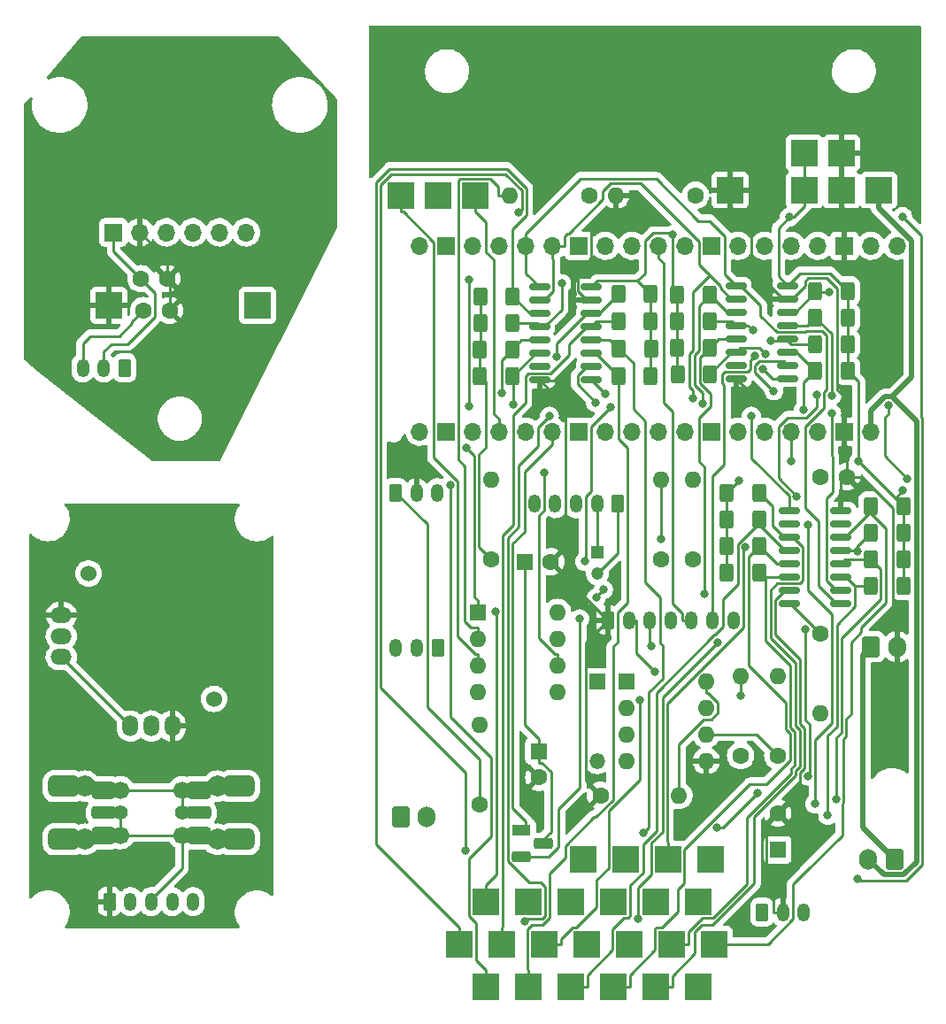
<source format=gtl>
%TF.GenerationSoftware,KiCad,Pcbnew,6.0.11+dfsg-1~bpo11+1*%
%TF.CreationDate,2023-11-13T20:24:00+01:00*%
%TF.ProjectId,v4_pico,76345f70-6963-46f2-9e6b-696361645f70,rev?*%
%TF.SameCoordinates,Original*%
%TF.FileFunction,Copper,L1,Top*%
%TF.FilePolarity,Positive*%
%FSLAX46Y46*%
G04 Gerber Fmt 4.6, Leading zero omitted, Abs format (unit mm)*
G04 Created by KiCad (PCBNEW 6.0.11+dfsg-1~bpo11+1) date 2023-11-13 20:24:00*
%MOMM*%
%LPD*%
G01*
G04 APERTURE LIST*
G04 Aperture macros list*
%AMRoundRect*
0 Rectangle with rounded corners*
0 $1 Rounding radius*
0 $2 $3 $4 $5 $6 $7 $8 $9 X,Y pos of 4 corners*
0 Add a 4 corners polygon primitive as box body*
4,1,4,$2,$3,$4,$5,$6,$7,$8,$9,$2,$3,0*
0 Add four circle primitives for the rounded corners*
1,1,$1+$1,$2,$3*
1,1,$1+$1,$4,$5*
1,1,$1+$1,$6,$7*
1,1,$1+$1,$8,$9*
0 Add four rect primitives between the rounded corners*
20,1,$1+$1,$2,$3,$4,$5,0*
20,1,$1+$1,$4,$5,$6,$7,0*
20,1,$1+$1,$6,$7,$8,$9,0*
20,1,$1+$1,$8,$9,$2,$3,0*%
G04 Aperture macros list end*
%TA.AperFunction,ComponentPad*%
%ADD10R,1.600000X1.600000*%
%TD*%
%TA.AperFunction,ComponentPad*%
%ADD11C,1.600000*%
%TD*%
%TA.AperFunction,ComponentPad*%
%ADD12R,2.500000X2.500000*%
%TD*%
%TA.AperFunction,SMDPad,CuDef*%
%ADD13RoundRect,0.150000X-0.825000X-0.150000X0.825000X-0.150000X0.825000X0.150000X-0.825000X0.150000X0*%
%TD*%
%TA.AperFunction,SMDPad,CuDef*%
%ADD14RoundRect,0.150000X0.825000X0.150000X-0.825000X0.150000X-0.825000X-0.150000X0.825000X-0.150000X0*%
%TD*%
%TA.AperFunction,ComponentPad*%
%ADD15RoundRect,0.250000X0.350000X0.625000X-0.350000X0.625000X-0.350000X-0.625000X0.350000X-0.625000X0*%
%TD*%
%TA.AperFunction,ComponentPad*%
%ADD16O,1.200000X1.750000*%
%TD*%
%TA.AperFunction,ComponentPad*%
%ADD17RoundRect,0.250000X-0.350000X-0.625000X0.350000X-0.625000X0.350000X0.625000X-0.350000X0.625000X0*%
%TD*%
%TA.AperFunction,SMDPad,CuDef*%
%ADD18RoundRect,0.250000X-0.400000X-0.625000X0.400000X-0.625000X0.400000X0.625000X-0.400000X0.625000X0*%
%TD*%
%TA.AperFunction,SMDPad,CuDef*%
%ADD19RoundRect,0.250000X0.400000X0.625000X-0.400000X0.625000X-0.400000X-0.625000X0.400000X-0.625000X0*%
%TD*%
%TA.AperFunction,ComponentPad*%
%ADD20O,1.600000X1.600000*%
%TD*%
%TA.AperFunction,ComponentPad*%
%ADD21O,1.700000X1.700000*%
%TD*%
%TA.AperFunction,ComponentPad*%
%ADD22R,1.700000X1.700000*%
%TD*%
%TA.AperFunction,ComponentPad*%
%ADD23RoundRect,0.250000X-0.600000X-0.750000X0.600000X-0.750000X0.600000X0.750000X-0.600000X0.750000X0*%
%TD*%
%TA.AperFunction,ComponentPad*%
%ADD24O,1.700000X2.000000*%
%TD*%
%TA.AperFunction,ComponentPad*%
%ADD25R,1.500000X1.500000*%
%TD*%
%TA.AperFunction,ComponentPad*%
%ADD26O,1.500000X1.500000*%
%TD*%
%TA.AperFunction,SMDPad,CuDef*%
%ADD27RoundRect,0.500000X-1.000000X-0.500000X1.000000X-0.500000X1.000000X0.500000X-1.000000X0.500000X0*%
%TD*%
%TA.AperFunction,ComponentPad*%
%ADD28C,1.700000*%
%TD*%
%TA.AperFunction,ComponentPad*%
%ADD29C,1.400000*%
%TD*%
%TA.AperFunction,SMDPad,CuDef*%
%ADD30RoundRect,0.425000X-0.725000X-0.425000X0.725000X-0.425000X0.725000X0.425000X-0.725000X0.425000X0*%
%TD*%
%TA.AperFunction,ComponentPad*%
%ADD31C,2.000000*%
%TD*%
%TA.AperFunction,SMDPad,CuDef*%
%ADD32RoundRect,0.300000X-0.850000X-0.300000X0.850000X-0.300000X0.850000X0.300000X-0.850000X0.300000X0*%
%TD*%
%TA.AperFunction,WasherPad*%
%ADD33C,1.524000*%
%TD*%
%TA.AperFunction,ComponentPad*%
%ADD34O,1.524000X2.000000*%
%TD*%
%TA.AperFunction,ComponentPad*%
%ADD35O,2.000000X1.524000*%
%TD*%
%TA.AperFunction,ComponentPad*%
%ADD36R,1.800000X1.100000*%
%TD*%
%TA.AperFunction,ComponentPad*%
%ADD37RoundRect,0.275000X-0.625000X0.275000X-0.625000X-0.275000X0.625000X-0.275000X0.625000X0.275000X0*%
%TD*%
%TA.AperFunction,ComponentPad*%
%ADD38R,1.200000X1.200000*%
%TD*%
%TA.AperFunction,ComponentPad*%
%ADD39C,1.200000*%
%TD*%
%TA.AperFunction,ComponentPad*%
%ADD40RoundRect,0.250000X0.600000X0.750000X-0.600000X0.750000X-0.600000X-0.750000X0.600000X-0.750000X0*%
%TD*%
%TA.AperFunction,ViaPad*%
%ADD41C,0.800000*%
%TD*%
%TA.AperFunction,Conductor*%
%ADD42C,0.250000*%
%TD*%
%TA.AperFunction,Conductor*%
%ADD43C,0.500000*%
%TD*%
G04 APERTURE END LIST*
D10*
X217975000Y-68326000D03*
D11*
X220475000Y-68326000D03*
X246293000Y-60198000D03*
X248793000Y-60198000D03*
D12*
X222377000Y-100838000D03*
X227605000Y-96774000D03*
X234569000Y-100838000D03*
X234569000Y-108966000D03*
X222377000Y-108966000D03*
X223901000Y-104902000D03*
X223541000Y-96774000D03*
X230505000Y-100838000D03*
X214249000Y-108966000D03*
X235733000Y-96774000D03*
X232029000Y-104902000D03*
X236093000Y-104902000D03*
X214249000Y-100838000D03*
X231669000Y-96774000D03*
X226441000Y-100838000D03*
X218313000Y-108966000D03*
X211709000Y-104902000D03*
X230505000Y-108966000D03*
X227965000Y-104902000D03*
X215773000Y-104902000D03*
X218313000Y-100838000D03*
X226441000Y-108966000D03*
X219837000Y-104902000D03*
X206121000Y-33274000D03*
X209677000Y-33274000D03*
X213233000Y-33274000D03*
D13*
X238190000Y-41910000D03*
X238190000Y-43180000D03*
X238190000Y-44450000D03*
X238190000Y-45720000D03*
X238190000Y-46990000D03*
X238190000Y-48260000D03*
X238190000Y-49530000D03*
X238190000Y-50800000D03*
X243140000Y-50800000D03*
X243140000Y-49530000D03*
X243140000Y-48260000D03*
X243140000Y-46990000D03*
X243140000Y-45720000D03*
X243140000Y-44450000D03*
X243140000Y-43180000D03*
X243140000Y-41910000D03*
X219394000Y-42037000D03*
X219394000Y-43307000D03*
X219394000Y-44577000D03*
X219394000Y-45847000D03*
X219394000Y-47117000D03*
X219394000Y-48387000D03*
X219394000Y-49657000D03*
X219394000Y-50927000D03*
X224344000Y-50927000D03*
X224344000Y-49657000D03*
X224344000Y-48387000D03*
X224344000Y-47117000D03*
X224344000Y-45847000D03*
X224344000Y-44577000D03*
X224344000Y-43307000D03*
X224344000Y-42037000D03*
D14*
X248220000Y-72317000D03*
X248220000Y-71047000D03*
X248220000Y-69777000D03*
X248220000Y-68507000D03*
X248220000Y-67237000D03*
X248220000Y-65967000D03*
X248220000Y-64697000D03*
X248220000Y-63427000D03*
X243270000Y-63427000D03*
X243270000Y-64697000D03*
X243270000Y-65967000D03*
X243270000Y-67237000D03*
X243270000Y-68507000D03*
X243270000Y-69777000D03*
X243270000Y-71047000D03*
X243270000Y-72317000D03*
D10*
X242189000Y-95886700D03*
D11*
X242189000Y-92386700D03*
D15*
X226885000Y-62780000D03*
D16*
X224885000Y-62780000D03*
X222885000Y-62780000D03*
X220885000Y-62780000D03*
X218885000Y-62780000D03*
D17*
X225933000Y-73914000D03*
D16*
X227933000Y-73914000D03*
X229933000Y-73914000D03*
X231933000Y-73914000D03*
X233933000Y-73914000D03*
X235933000Y-73914000D03*
X237933000Y-73914000D03*
D17*
X205613000Y-61722000D03*
D16*
X207613000Y-61722000D03*
X209613000Y-61722000D03*
D12*
X244729000Y-29210000D03*
X244729000Y-32766000D03*
X248285000Y-29210000D03*
X248285000Y-32766000D03*
X237617000Y-32766000D03*
X251841000Y-32766000D03*
D18*
X245784000Y-47498000D03*
X248884000Y-47498000D03*
X245784000Y-42418000D03*
X248884000Y-42418000D03*
D19*
X235676000Y-45339000D03*
X232576000Y-45339000D03*
X235702000Y-50419000D03*
X232602000Y-50419000D03*
D18*
X226949000Y-47934000D03*
X230049000Y-47934000D03*
X226923000Y-42710000D03*
X230023000Y-42710000D03*
D19*
X216815000Y-45466000D03*
X213715000Y-45466000D03*
X216789000Y-50546000D03*
X213689000Y-50546000D03*
X240411000Y-64262000D03*
X237311000Y-64262000D03*
X240411000Y-69342000D03*
X237311000Y-69342000D03*
D18*
X251079000Y-68072000D03*
X254179000Y-68072000D03*
X251079000Y-62992000D03*
X254179000Y-62992000D03*
X245784000Y-50038000D03*
X248884000Y-50038000D03*
X245784000Y-44958000D03*
X248884000Y-44958000D03*
D19*
X235676000Y-42799000D03*
X232576000Y-42799000D03*
X235650000Y-47879000D03*
X232550000Y-47879000D03*
D18*
X226923000Y-50546000D03*
X230023000Y-50546000D03*
X226923000Y-45322000D03*
X230023000Y-45322000D03*
D19*
X216815000Y-42926000D03*
X213715000Y-42926000D03*
X216789000Y-48006000D03*
X213689000Y-48006000D03*
X240411000Y-61722000D03*
X237311000Y-61722000D03*
X240411000Y-66802000D03*
X237311000Y-66802000D03*
D18*
X251079000Y-70612000D03*
X254179000Y-70612000D03*
X251079000Y-65532000D03*
X254179000Y-65532000D03*
D11*
X234061000Y-68072000D03*
D20*
X234061000Y-60452000D03*
D11*
X213635000Y-91542000D03*
D20*
X213635000Y-83922000D03*
D11*
X214757000Y-68072000D03*
D20*
X214757000Y-60452000D03*
D11*
X224155000Y-33274000D03*
D20*
X216535000Y-33274000D03*
D11*
X234315000Y-33274000D03*
D20*
X226695000Y-33274000D03*
D21*
X253635000Y-38100000D03*
X251095000Y-38100000D03*
D22*
X248555000Y-38100000D03*
D21*
X246015000Y-38100000D03*
X243475000Y-38100000D03*
X240935000Y-38100000D03*
X238395000Y-38100000D03*
D22*
X235855000Y-38100000D03*
D21*
X233315000Y-38100000D03*
X230775000Y-38100000D03*
X228235000Y-38100000D03*
X225695000Y-38100000D03*
D22*
X223155000Y-38100000D03*
D21*
X220615000Y-38100000D03*
X218075000Y-38100000D03*
X215535000Y-38100000D03*
X212995000Y-38100000D03*
D22*
X210455000Y-38100000D03*
D21*
X207915000Y-38100000D03*
X207915000Y-55880000D03*
D22*
X210455000Y-55880000D03*
D21*
X212995000Y-55880000D03*
X215535000Y-55880000D03*
X218075000Y-55880000D03*
X220615000Y-55880000D03*
D22*
X223155000Y-55880000D03*
D21*
X225695000Y-55880000D03*
X228235000Y-55880000D03*
X230775000Y-55880000D03*
X233315000Y-55880000D03*
D22*
X235855000Y-55880000D03*
D21*
X238395000Y-55880000D03*
X240935000Y-55880000D03*
X243475000Y-55880000D03*
X246015000Y-55880000D03*
D22*
X248555000Y-55880000D03*
D21*
X251095000Y-55880000D03*
D10*
X213497000Y-73162000D03*
D20*
X213497000Y-75702000D03*
X213497000Y-78242000D03*
X213497000Y-80782000D03*
X221117000Y-80782000D03*
X221117000Y-78242000D03*
X221117000Y-75702000D03*
X221117000Y-73162000D03*
D23*
X206121000Y-92710000D03*
D24*
X208621000Y-92710000D03*
D11*
X183996000Y-44296000D03*
X181496000Y-44296000D03*
X238633000Y-86868000D03*
D20*
X238633000Y-79248000D03*
D10*
X219329000Y-86447600D03*
D11*
X219329000Y-88947600D03*
D17*
X240665000Y-101854000D03*
D16*
X242665000Y-101854000D03*
X244665000Y-101854000D03*
D10*
X227721000Y-79766000D03*
D20*
X227721000Y-82306000D03*
X227721000Y-84846000D03*
X227721000Y-87386000D03*
X235341000Y-87386000D03*
X235341000Y-84846000D03*
X235341000Y-82306000D03*
X235341000Y-79766000D03*
D25*
X224917000Y-79751000D03*
D26*
X224917000Y-87371000D03*
D17*
X178245000Y-100838000D03*
D16*
X180245000Y-100838000D03*
X182245000Y-100838000D03*
X184245000Y-100838000D03*
X186245000Y-100838000D03*
D12*
X192398000Y-43788000D03*
X178174000Y-43788000D03*
D27*
X173863000Y-89796000D03*
D28*
X185195000Y-90186000D03*
D29*
X185195000Y-92336000D03*
D27*
X190627000Y-89796000D03*
D30*
X186817000Y-90186000D03*
D28*
X179295000Y-90186000D03*
D31*
X175895000Y-89796000D03*
D30*
X177673000Y-90186000D03*
D31*
X188595000Y-89796000D03*
D32*
X186817000Y-92336000D03*
D28*
X179295000Y-94486000D03*
D31*
X188595000Y-94876000D03*
D30*
X177673000Y-94486000D03*
D27*
X190627000Y-94876000D03*
D29*
X179295000Y-92336000D03*
D30*
X186817000Y-94486000D03*
D31*
X175895000Y-94876000D03*
D27*
X173863000Y-94876000D03*
D32*
X177673000Y-92336000D03*
D28*
X185195000Y-94486000D03*
D11*
X246253000Y-75184000D03*
D20*
X246253000Y-82804000D03*
D33*
X176245000Y-69446000D03*
X188245000Y-81446000D03*
D34*
X180245000Y-84046000D03*
X182245000Y-84046000D03*
X184245000Y-84046000D03*
D35*
X173645000Y-73446000D03*
X173645000Y-75446000D03*
X173645000Y-77446000D03*
D11*
X225231000Y-90678000D03*
D20*
X232731000Y-90678000D03*
D11*
X242189000Y-86868000D03*
D20*
X242189000Y-79248000D03*
D22*
X178619000Y-36816000D03*
D21*
X181159000Y-36816000D03*
X183699000Y-36816000D03*
X186239000Y-36816000D03*
X188779000Y-36816000D03*
X191319000Y-36816000D03*
D11*
X183762000Y-41248000D03*
X181262000Y-41248000D03*
X231013000Y-68072000D03*
D20*
X231013000Y-60452000D03*
D36*
X217675000Y-94032000D03*
D37*
X219745000Y-95302000D03*
X217675000Y-96572000D03*
D23*
X251099000Y-76454000D03*
D24*
X253599000Y-76454000D03*
D38*
X224917000Y-67463000D03*
D39*
X224917000Y-69463000D03*
D15*
X179705000Y-49784000D03*
D16*
X177705000Y-49784000D03*
X175705000Y-49784000D03*
D15*
X209645000Y-76544000D03*
D16*
X207645000Y-76544000D03*
X205645000Y-76544000D03*
D40*
X253365000Y-96774000D03*
D24*
X250865000Y-96774000D03*
D41*
X239171000Y-53148400D03*
X245721800Y-91478900D03*
X245087500Y-64779900D03*
X241806500Y-51972700D03*
X225693300Y-52276300D03*
X240005600Y-48585100D03*
X243475000Y-58665700D03*
X230392400Y-78888400D03*
X238435800Y-60597200D03*
X254165000Y-61500600D03*
X249918400Y-58731400D03*
X232138300Y-37041500D03*
X243286900Y-35369500D03*
X241556700Y-47203200D03*
X220338400Y-54401100D03*
X218011600Y-102695800D03*
X240224700Y-90434000D03*
X252784500Y-53392500D03*
X236377600Y-93755400D03*
X247064100Y-42515900D03*
X254568900Y-60375900D03*
X245053900Y-88808900D03*
X244821800Y-74793900D03*
X254127000Y-35306000D03*
X249780700Y-98646300D03*
X239788300Y-46176000D03*
X217386400Y-34917800D03*
X212320300Y-95989400D03*
X241027500Y-48444200D03*
X229314900Y-94263500D03*
X210825700Y-60970100D03*
X221044500Y-48684000D03*
X221509800Y-41705400D03*
X216845600Y-53285000D03*
X247739700Y-91071900D03*
X245904300Y-52342700D03*
X239089000Y-66935200D03*
X243997400Y-62081000D03*
X247355000Y-52402600D03*
X215172400Y-73095100D03*
X223706400Y-68293900D03*
X235000900Y-53173100D03*
X226209800Y-53519100D03*
X235188700Y-71428600D03*
X236412500Y-76033600D03*
X228808400Y-102490700D03*
X215759700Y-52214200D03*
X246959600Y-92584700D03*
X249811800Y-67344100D03*
X228954500Y-81553900D03*
X240746000Y-49896400D03*
X247347600Y-54132500D03*
X234061000Y-52698100D03*
X239656600Y-54395100D03*
X224741800Y-53083900D03*
X231013000Y-66136700D03*
X224828600Y-71751000D03*
X225509700Y-70992800D03*
X223243200Y-73776900D03*
X230066400Y-76425100D03*
X244624300Y-53800200D03*
X238633000Y-81115100D03*
X212371800Y-57442400D03*
X212649700Y-41307700D03*
X212649700Y-53412100D03*
X219810400Y-59844300D03*
D42*
X248555000Y-56467600D02*
X248555000Y-55880000D01*
X224330400Y-39264600D02*
X224330400Y-36763900D01*
X237617000Y-32766000D02*
X237617000Y-34341300D01*
X220475000Y-68326000D02*
X221885000Y-66916000D01*
X243270000Y-71047000D02*
X242888200Y-71047000D01*
X241937300Y-75275100D02*
X244301700Y-77639500D01*
X241063600Y-98819300D02*
X241063600Y-93512100D01*
X248793000Y-60198000D02*
X250209900Y-60198000D01*
X225231000Y-90678000D02*
X223794800Y-89241800D01*
X241739700Y-99495400D02*
X241063600Y-98819300D01*
X223029000Y-42437700D02*
X223029000Y-40566000D01*
X220475000Y-68326000D02*
X220475000Y-68456000D01*
X248285000Y-33553600D02*
X248285000Y-32766000D01*
X242888200Y-71047000D02*
X241937300Y-71997900D01*
X244752000Y-84271300D02*
X244752000Y-88085100D01*
X244301700Y-77639500D02*
X244301700Y-83821000D01*
X248220000Y-60771000D02*
X248793000Y-60198000D01*
X224330400Y-36763900D02*
X226695000Y-34399300D01*
X237617000Y-34341300D02*
X239665000Y-36389300D01*
X244752000Y-88085100D02*
X244328600Y-88508500D01*
X253202200Y-63190300D02*
X253202200Y-74731900D01*
X245073600Y-41210400D02*
X244807600Y-41476400D01*
X248285000Y-33553600D02*
X248285000Y-34341300D01*
X226695000Y-33274000D02*
X226695000Y-34399300D01*
X223794800Y-76052200D02*
X225933000Y-73914000D01*
X242665000Y-101854000D02*
X241739700Y-101854000D01*
X241063600Y-93512100D02*
X242189000Y-92386700D01*
X241937300Y-71997900D02*
X241937300Y-75275100D01*
X250209900Y-60198000D02*
X253202200Y-63190300D01*
X248555000Y-38100000D02*
X248555000Y-34611300D01*
X220475000Y-68456000D02*
X225933000Y-73914000D01*
X244301700Y-83821000D02*
X244752000Y-84271300D01*
X248555000Y-54704700D02*
X248555000Y-52576800D01*
X248220000Y-63427000D02*
X248220000Y-60771000D01*
X248792900Y-57293200D02*
X248792900Y-60198000D01*
X244328600Y-90247100D02*
X242189000Y-92386700D01*
X247831300Y-51853100D02*
X247831300Y-42172500D01*
X223794800Y-89241800D02*
X223794800Y-76052200D01*
X248555000Y-55880000D02*
X248555000Y-54704700D01*
X244807600Y-41476400D02*
X244807600Y-41896300D01*
X238190000Y-50800000D02*
X239171000Y-51781000D01*
X239171000Y-51781000D02*
X239171000Y-53148400D01*
X248285000Y-32766000D02*
X248285000Y-29210000D01*
X253202200Y-74731900D02*
X253599000Y-75128700D01*
X253599000Y-76454000D02*
X253599000Y-75128700D01*
X221885000Y-66916000D02*
X221885000Y-53418000D01*
X244807600Y-41896300D02*
X243523900Y-43180000D01*
X247831300Y-42172500D02*
X246869200Y-41210400D01*
X244328600Y-88508500D02*
X244328600Y-90247100D01*
X239665000Y-36389300D02*
X239665000Y-40140300D01*
X224344000Y-43307000D02*
X223898300Y-43307000D01*
X241739700Y-101854000D02*
X241739700Y-99495400D01*
X248555000Y-52576800D02*
X247831300Y-51853100D01*
X248555000Y-34611300D02*
X248285000Y-34341300D01*
X248792900Y-60198000D02*
X248793000Y-60198000D01*
X223029000Y-40566000D02*
X224330400Y-39264600D01*
X248555000Y-57055300D02*
X248792900Y-57293200D01*
X246869200Y-41210400D02*
X245073600Y-41210400D01*
X243523900Y-43180000D02*
X243140000Y-43180000D01*
X223898300Y-43307000D02*
X223029000Y-42437700D01*
X248555000Y-56467600D02*
X248555000Y-57055300D01*
X239665000Y-40140300D02*
X242704700Y-43180000D01*
X221885000Y-53418000D02*
X219394000Y-50927000D01*
X242704700Y-43180000D02*
X243140000Y-43180000D01*
X247382800Y-83783800D02*
X247382800Y-73330300D01*
X247382800Y-73330300D02*
X245087500Y-71035000D01*
X245779200Y-85387400D02*
X247382800Y-83783800D01*
X245779200Y-91421500D02*
X245779200Y-85387400D01*
X245087500Y-71035000D02*
X245087500Y-64779900D01*
X245721800Y-91478900D02*
X245779200Y-91421500D01*
X240020700Y-50258600D02*
X241734800Y-51972700D01*
X240445600Y-49171100D02*
X240020700Y-49596000D01*
X243140000Y-49530000D02*
X242781100Y-49171100D01*
X241734800Y-51972700D02*
X241806500Y-51972700D01*
X224344000Y-50927000D02*
X225693300Y-52276300D01*
X240020700Y-49596000D02*
X240020700Y-50258600D01*
X242781100Y-49171100D02*
X240445600Y-49171100D01*
D43*
X251841000Y-32766000D02*
X251841000Y-34466300D01*
X250865000Y-96774000D02*
X252351700Y-98260700D01*
X251095000Y-53879500D02*
X251095000Y-54579700D01*
X255455000Y-54860400D02*
X253136800Y-52542200D01*
X255455000Y-97039300D02*
X255455000Y-54860400D01*
X251095000Y-55880000D02*
X251095000Y-54579700D01*
X254233600Y-98260700D02*
X255455000Y-97039300D01*
X253136800Y-52542200D02*
X252432300Y-52542200D01*
X253136800Y-52542200D02*
X254992200Y-50686800D01*
X252432300Y-52542200D02*
X251095000Y-53879500D01*
X252351700Y-98260700D02*
X254233600Y-98260700D01*
X254992200Y-37617500D02*
X251841000Y-34466300D01*
X254992200Y-50686800D02*
X254992200Y-37617500D01*
D42*
X231262000Y-53089100D02*
X232138700Y-53965800D01*
X233933000Y-73914000D02*
X233007700Y-73914000D01*
X230775000Y-38100000D02*
X230775000Y-39275300D01*
X231262000Y-39762300D02*
X231262000Y-53089100D01*
X232138700Y-72360300D02*
X233007700Y-73229300D01*
X233007700Y-73229300D02*
X233007700Y-73914000D01*
X232138700Y-53965800D02*
X232138700Y-72360300D01*
X230775000Y-39275300D02*
X231262000Y-39762300D01*
X239570400Y-49868600D02*
X239274000Y-50165000D01*
X240005600Y-48585100D02*
X239570400Y-49020300D01*
X235933000Y-60144100D02*
X235933000Y-73914000D01*
X236854400Y-51250000D02*
X237035700Y-51431300D01*
X237035700Y-51431300D02*
X237035700Y-59041400D01*
X239570400Y-49020300D02*
X239570400Y-49868600D01*
X239274000Y-50165000D02*
X237115400Y-50165000D01*
X236854400Y-50426000D02*
X236854400Y-51250000D01*
X237115400Y-50165000D02*
X236854400Y-50426000D01*
X237035700Y-59041400D02*
X235933000Y-60144100D01*
X208644500Y-64753500D02*
X208644500Y-82228100D01*
X205613000Y-61722000D02*
X208644500Y-64753500D01*
X213635000Y-87218600D02*
X213635000Y-91542000D01*
X208644500Y-82228100D02*
X213635000Y-87218600D01*
X243270000Y-72317000D02*
X243386000Y-72317000D01*
X244324400Y-40725600D02*
X243140000Y-41910000D01*
X228767800Y-41454800D02*
X229505000Y-40717600D01*
X214214000Y-57442800D02*
X214214000Y-51071000D01*
X232731000Y-89552700D02*
X232731000Y-85808000D01*
X230023000Y-45322000D02*
X230023000Y-47934000D01*
X232576000Y-45339000D02*
X232576000Y-42799000D01*
X244729000Y-32766000D02*
X244729000Y-34341300D01*
X229505000Y-40717600D02*
X229505000Y-37643000D01*
X213715000Y-47980000D02*
X213715000Y-45466000D01*
X243286900Y-35369500D02*
X243700800Y-35369500D01*
X230023000Y-47934000D02*
X230023000Y-50546000D01*
X213689000Y-48006000D02*
X213689000Y-50546000D01*
X232550000Y-47879000D02*
X232550000Y-50367000D01*
X230023000Y-42710000D02*
X228767800Y-41454800D01*
X235107700Y-83431300D02*
X235807200Y-83431300D01*
X219329000Y-86447600D02*
X219329000Y-85322300D01*
X248884000Y-50038000D02*
X248884000Y-47498000D01*
X219345000Y-95302000D02*
X220482100Y-94164900D01*
X213689000Y-48006000D02*
X213715000Y-47980000D01*
X214757000Y-68072000D02*
X213605100Y-66920100D01*
X237311000Y-66802000D02*
X237311000Y-64262000D01*
X254179000Y-65532000D02*
X254179000Y-68072000D01*
X230392400Y-78888400D02*
X228606100Y-77102100D01*
X231970100Y-36873300D02*
X232138300Y-37041500D01*
X249918400Y-58731400D02*
X253417700Y-62230700D01*
X254179000Y-65532000D02*
X254179000Y-62992000D01*
X219329000Y-85322300D02*
X217975000Y-83968300D01*
X243386000Y-72317000D02*
X246253000Y-75184000D01*
X253434900Y-62230700D02*
X254179000Y-62974800D01*
X219610400Y-87572900D02*
X219329000Y-87572900D01*
X217975000Y-83968300D02*
X217975000Y-68326000D01*
X254179000Y-70612000D02*
X254179000Y-68072000D01*
X249918400Y-58731400D02*
X249918400Y-51072400D01*
X230274700Y-36873300D02*
X231970100Y-36873300D01*
X230023000Y-45322000D02*
X230023000Y-42710000D01*
X244729000Y-32766000D02*
X244729000Y-29210000D01*
X248884000Y-44958000D02*
X248884000Y-47498000D01*
X219329000Y-87010200D02*
X219329000Y-87572900D01*
X254179000Y-62974800D02*
X254179000Y-62992000D01*
X254165000Y-61500600D02*
X253434900Y-62230700D01*
X235341000Y-79766000D02*
X235341000Y-80891300D01*
X230049000Y-47934000D02*
X230023000Y-47934000D01*
X242263400Y-41033400D02*
X242263400Y-36393000D01*
X220482100Y-94164900D02*
X220482100Y-88444600D01*
X237311000Y-61722000D02*
X238435800Y-60597200D01*
X253417700Y-62230700D02*
X253434900Y-62230700D01*
X232138300Y-42361300D02*
X232576000Y-42799000D01*
X243140000Y-41910000D02*
X242263400Y-41033400D01*
X237311000Y-66802000D02*
X237311000Y-69342000D01*
X214214000Y-51071000D02*
X213689000Y-50546000D01*
X243475000Y-55880000D02*
X243475000Y-58665700D01*
X248884000Y-42418000D02*
X248884000Y-44958000D01*
X224926200Y-41454800D02*
X224344000Y-42037000D01*
X232550000Y-50367000D02*
X232602000Y-50419000D01*
X236466300Y-81839800D02*
X235517800Y-80891300D01*
X242263400Y-36393000D02*
X243286900Y-35369500D01*
X232138300Y-37041500D02*
X232138300Y-42361300D01*
X220482100Y-88444600D02*
X219610400Y-87572900D01*
X227933000Y-73914000D02*
X228606100Y-73914000D01*
X219329000Y-87010200D02*
X219329000Y-86447600D01*
X213715000Y-42926000D02*
X213715000Y-45466000D01*
X235517800Y-80891300D02*
X235341000Y-80891300D01*
X232550000Y-47879000D02*
X232576000Y-47853000D01*
X229505000Y-37643000D02*
X230274700Y-36873300D01*
X232576000Y-47853000D02*
X232576000Y-45339000D01*
X249918400Y-51072400D02*
X248884000Y-50038000D01*
X235807200Y-83431300D02*
X236466300Y-82772200D01*
X248884000Y-42418000D02*
X247191600Y-40725600D01*
X232731000Y-90678000D02*
X232731000Y-89552700D01*
X237311000Y-61722000D02*
X237311000Y-64262000D01*
X228606100Y-77102100D02*
X228606100Y-73914000D01*
X213605100Y-58051700D02*
X214214000Y-57442800D01*
X228767800Y-41454800D02*
X224926200Y-41454800D01*
X243700800Y-35369500D02*
X244729000Y-34341300D01*
X236466300Y-82772200D02*
X236466300Y-81839800D01*
X232731000Y-85808000D02*
X235107700Y-83431300D01*
X247191600Y-40725600D02*
X244324400Y-40725600D01*
X213605100Y-66920100D02*
X213605100Y-58051700D01*
X219250400Y-57300200D02*
X217413400Y-59137200D01*
X217413400Y-64965400D02*
X216348100Y-66030700D01*
X218221900Y-102485500D02*
X218011600Y-102695800D01*
X218383100Y-99033000D02*
X219512100Y-99033000D01*
X219888400Y-102238000D02*
X219640900Y-102485500D01*
X243434800Y-47498000D02*
X245784000Y-47498000D01*
X243140000Y-47203200D02*
X241556700Y-47203200D01*
X243140000Y-47203200D02*
X243434800Y-47498000D01*
X217413400Y-59137200D02*
X217413400Y-64965400D01*
X219512100Y-99033000D02*
X219888400Y-99409300D01*
X243140000Y-46990000D02*
X243140000Y-47203200D01*
X219640900Y-102485500D02*
X218221900Y-102485500D01*
X216348100Y-96998000D02*
X218383100Y-99033000D01*
X216348100Y-66030700D02*
X216348100Y-96998000D01*
X219250400Y-55489100D02*
X219250400Y-57300200D01*
X220338400Y-54401100D02*
X219250400Y-55489100D01*
X219888400Y-99409300D02*
X219888400Y-102238000D01*
X245784000Y-42515900D02*
X247064100Y-42515900D01*
X252784500Y-53392500D02*
X252784500Y-54160700D01*
X245202400Y-88660400D02*
X245202400Y-83859500D01*
X245202400Y-83859500D02*
X244821800Y-83478900D01*
X245784000Y-42515900D02*
X245784000Y-42418000D01*
X245053900Y-88808900D02*
X245202400Y-88660400D01*
X252417400Y-54527800D02*
X252417400Y-58224400D01*
X252417400Y-58224400D02*
X254568900Y-60375900D01*
X252784500Y-54160700D02*
X252417400Y-54527800D01*
X236903300Y-93755400D02*
X236377600Y-93755400D01*
X244821800Y-83478900D02*
X244821800Y-74793900D01*
X243849900Y-44450000D02*
X245784000Y-42515900D01*
X240224700Y-90434000D02*
X236903300Y-93755400D01*
X243140000Y-44450000D02*
X243849900Y-44450000D01*
X254127000Y-35306000D02*
X255905000Y-37084000D01*
X237809000Y-45339000D02*
X238190000Y-45720000D01*
X255905000Y-37084000D02*
X255905000Y-54497227D01*
X239332300Y-45720000D02*
X238190000Y-45720000D01*
X256030000Y-54622227D02*
X256030000Y-97288800D01*
X249974900Y-98840500D02*
X249780700Y-98646300D01*
X255905000Y-54497227D02*
X256030000Y-54622227D01*
X235676000Y-45339000D02*
X237809000Y-45339000D01*
X239788300Y-46176000D02*
X239332300Y-45720000D01*
X256030000Y-97288800D02*
X254478300Y-98840500D01*
X254478300Y-98840500D02*
X249974900Y-98840500D01*
X217386400Y-34917800D02*
X217688000Y-34616200D01*
X235702000Y-50419000D02*
X235702000Y-50345200D01*
X217688000Y-32783100D02*
X216146100Y-31241200D01*
X235702000Y-50345200D02*
X237787200Y-48260000D01*
X217688000Y-34616200D02*
X217688000Y-32783100D01*
X240443100Y-47859800D02*
X241027500Y-48444200D01*
X204163200Y-80354600D02*
X212320300Y-88511700D01*
X212320300Y-88511700D02*
X212320300Y-95989400D01*
X238590200Y-47859800D02*
X240443100Y-47859800D01*
X238190000Y-48260000D02*
X238590200Y-47859800D01*
X205180400Y-31241200D02*
X204163200Y-32258400D01*
X237787200Y-48260000D02*
X238190000Y-48260000D01*
X216146100Y-31241200D02*
X205180400Y-31241200D01*
X204163200Y-32258400D02*
X204163200Y-80354600D01*
X228359600Y-53717400D02*
X229505200Y-54863000D01*
X226949000Y-47934000D02*
X228359600Y-49344600D01*
X229824100Y-93754300D02*
X229314900Y-94263500D01*
X229824100Y-80841000D02*
X229824100Y-93754300D01*
X228359600Y-49344600D02*
X228359600Y-53717400D01*
X229505200Y-54863000D02*
X229505200Y-70309400D01*
X229505200Y-70309400D02*
X230933000Y-71737200D01*
X230933000Y-76117800D02*
X231148000Y-76332800D01*
X230933000Y-71737200D02*
X230933000Y-76117800D01*
X226949000Y-47934000D02*
X226132000Y-47117000D01*
X231148000Y-76332800D02*
X231148000Y-79517100D01*
X231148000Y-79517100D02*
X229824100Y-80841000D01*
X226132000Y-47117000D02*
X224344000Y-47117000D01*
X221044500Y-47427700D02*
X221044500Y-48684000D01*
X210825700Y-83135600D02*
X210825700Y-60970100D01*
X225056000Y-44577000D02*
X224344000Y-44577000D01*
X226923000Y-42710000D02*
X225056000Y-44577000D01*
X212630400Y-96705100D02*
X214760400Y-94575100D01*
X214249000Y-107390700D02*
X213284400Y-106426100D01*
X223895200Y-44577000D02*
X221044500Y-47427700D01*
X213284400Y-106426100D02*
X213284400Y-102872500D01*
X224344000Y-44577000D02*
X223895200Y-44577000D01*
X214760400Y-87070300D02*
X210825700Y-83135600D01*
X214760400Y-94575100D02*
X214760400Y-87070300D01*
X212630400Y-102218500D02*
X212630400Y-96705100D01*
X213284400Y-102872500D02*
X212630400Y-102218500D01*
X214249000Y-108966000D02*
X214249000Y-107390700D01*
X220042500Y-45656500D02*
X221509800Y-44189200D01*
X219203500Y-45466000D02*
X219394000Y-45656500D01*
X216815000Y-45466000D02*
X219203500Y-45466000D01*
X221509800Y-44189200D02*
X221509800Y-41705400D01*
X219394000Y-45656500D02*
X219394000Y-45847000D01*
X219394000Y-45656500D02*
X220042500Y-45656500D01*
X219394000Y-48387000D02*
X219004600Y-48387000D01*
X219004600Y-48387000D02*
X216845600Y-50546000D01*
X216845600Y-50546000D02*
X216789000Y-50546000D01*
X216845600Y-50546000D02*
X216845600Y-53285000D01*
X226389600Y-105422300D02*
X223952300Y-107859600D01*
X236933000Y-74524800D02*
X236149500Y-75308300D01*
X223952300Y-107859600D02*
X223952300Y-108966000D01*
X236112100Y-75308300D02*
X230552200Y-80868200D01*
X238363700Y-70477400D02*
X236933000Y-71908100D01*
X227480800Y-102413400D02*
X226389600Y-103504600D01*
X228096000Y-102162100D02*
X227844700Y-102413400D01*
X229286400Y-95388900D02*
X229286400Y-98105800D01*
X240411000Y-64765200D02*
X240233300Y-64765200D01*
X228096000Y-99296200D02*
X228096000Y-102162100D01*
X222377000Y-108966000D02*
X223952300Y-108966000D01*
X242882800Y-67237000D02*
X243270000Y-67237000D01*
X230552200Y-94123100D02*
X229286400Y-95388900D01*
X236933000Y-71908100D02*
X236933000Y-74524800D01*
X240411000Y-64765200D02*
X242882800Y-67237000D01*
X227844700Y-102413400D02*
X227480800Y-102413400D01*
X240233300Y-64765200D02*
X238363700Y-66634800D01*
X230552200Y-80868200D02*
X230552200Y-94123100D01*
X236149500Y-75308300D02*
X236112100Y-75308300D01*
X226389600Y-103504600D02*
X226389600Y-105422300D01*
X229286400Y-98105800D02*
X228096000Y-99296200D01*
X240411000Y-64262000D02*
X240411000Y-64765200D01*
X238363700Y-66634800D02*
X238363700Y-70477400D01*
X239195800Y-99202800D02*
X235985100Y-102413500D01*
X243401100Y-78220500D02*
X243401100Y-84194200D01*
X243819900Y-87743400D02*
X243428000Y-88135300D01*
X240601400Y-69342000D02*
X241036400Y-69777000D01*
X232029000Y-104902000D02*
X233604300Y-104902000D01*
X241036400Y-69777000D02*
X243270000Y-69777000D01*
X235985100Y-102413500D02*
X234976100Y-102413500D01*
X241036400Y-75855800D02*
X243401100Y-78220500D01*
X243428000Y-88586400D02*
X239195800Y-92818600D01*
X239195800Y-92818600D02*
X239195800Y-99202800D01*
X241036400Y-69777000D02*
X241036400Y-75855800D01*
X234976100Y-102413500D02*
X233604300Y-103785300D01*
X243401100Y-84194200D02*
X243819900Y-84613000D01*
X243819900Y-84613000D02*
X243819900Y-87743400D01*
X233604300Y-103785300D02*
X233604300Y-104902000D01*
X240411000Y-69342000D02*
X240601400Y-69342000D01*
X243428000Y-88135300D02*
X243428000Y-88586400D01*
X248283500Y-84647400D02*
X248283500Y-75647000D01*
X247739700Y-91071900D02*
X247739700Y-85191200D01*
X247739700Y-85191200D02*
X248283500Y-84647400D01*
X252055400Y-71875100D02*
X252055400Y-69048400D01*
X248220000Y-68507000D02*
X248655000Y-68072000D01*
X248283500Y-75647000D02*
X252055400Y-71875100D01*
X248655000Y-68072000D02*
X251079000Y-68072000D01*
X252055400Y-69048400D02*
X251079000Y-68072000D01*
X252542700Y-65113400D02*
X251001800Y-63572400D01*
X249184100Y-76020200D02*
X250141900Y-75062400D01*
X248340300Y-94481100D02*
X248340300Y-91497100D01*
X250141900Y-74610500D02*
X252542700Y-72209700D01*
X244838500Y-98023300D02*
X244838500Y-97982900D01*
X248733800Y-84993300D02*
X248733800Y-83352300D01*
X243665000Y-99196800D02*
X244838500Y-98023300D01*
X236093000Y-104902000D02*
X241268800Y-104902000D01*
X252542700Y-72209700D02*
X252542700Y-65113400D01*
X250141900Y-75062400D02*
X250141900Y-74610500D01*
X251001800Y-63572400D02*
X248607200Y-65967000D01*
X241268800Y-104902000D02*
X243665000Y-102505800D01*
X249184100Y-82902000D02*
X249184100Y-76020200D01*
X244838500Y-97982900D02*
X248340300Y-94481100D01*
X251079000Y-62992000D02*
X251079000Y-63495200D01*
X251079000Y-63495200D02*
X251001800Y-63572400D01*
X248340300Y-91497100D02*
X248465000Y-91372400D01*
X248465000Y-91372400D02*
X248465000Y-85262100D01*
X243665000Y-102505800D02*
X243665000Y-99196800D01*
X248465000Y-85262100D02*
X248733800Y-84993300D01*
X248607200Y-65967000D02*
X248220000Y-65967000D01*
X248733800Y-83352300D02*
X249184100Y-82902000D01*
X245904300Y-52342700D02*
X245904300Y-53569200D01*
X243130700Y-54549100D02*
X242262900Y-55416900D01*
X231598400Y-95128100D02*
X231669000Y-95198700D01*
X238928300Y-74587000D02*
X231598400Y-81916900D01*
X245904300Y-53569200D02*
X244924400Y-54549100D01*
X238928300Y-67095900D02*
X238928300Y-74587000D01*
X242262900Y-60346500D02*
X243997400Y-62081000D01*
X245779500Y-44962500D02*
X247355000Y-46538000D01*
X247355000Y-46538000D02*
X247355000Y-52402600D01*
X231669000Y-96774000D02*
X231669000Y-95198700D01*
X231598400Y-81916900D02*
X231598400Y-95128100D01*
X239089000Y-66935200D02*
X238928300Y-67095900D01*
X245779500Y-44962500D02*
X245784000Y-44958000D01*
X245022000Y-45720000D02*
X245779500Y-44962500D01*
X244924400Y-54549100D02*
X243130700Y-54549100D01*
X242262900Y-55416900D02*
X242262900Y-60346500D01*
X243140000Y-45720000D02*
X245022000Y-45720000D01*
X214249000Y-100838000D02*
X214249000Y-99262700D01*
X234621300Y-43853700D02*
X234621300Y-48157800D01*
X223706400Y-68293900D02*
X223810400Y-68189900D01*
X235000900Y-52194700D02*
X235000900Y-53173100D01*
X214249000Y-99262700D02*
X215260100Y-98251600D01*
X234621300Y-48157800D02*
X234227300Y-48551800D01*
X234227300Y-51421100D02*
X235000900Y-52194700D01*
X237327000Y-44450000D02*
X235676000Y-42799000D01*
X215260100Y-73182800D02*
X215172400Y-73095100D01*
X223810400Y-62099600D02*
X224330400Y-61579600D01*
X238190000Y-44450000D02*
X237327000Y-44450000D01*
X235676000Y-42799000D02*
X234621300Y-43853700D01*
X223810400Y-68189900D02*
X223810400Y-62099600D01*
X215260100Y-98251600D02*
X215260100Y-73182800D01*
X234227300Y-48551800D02*
X234227300Y-51421100D01*
X224330400Y-55398500D02*
X226209800Y-53519100D01*
X224330400Y-61579600D02*
X224330400Y-55398500D01*
X231148100Y-94164100D02*
X230093600Y-95218600D01*
X234664600Y-54535200D02*
X234664600Y-58732800D01*
X235650000Y-47879000D02*
X234716200Y-48812800D01*
X234716200Y-48812800D02*
X234716200Y-51273100D01*
X230093600Y-98253900D02*
X228808400Y-99539100D01*
X228808400Y-99539100D02*
X228808400Y-102490700D01*
X235188700Y-59256900D02*
X235188700Y-71428600D01*
X234716200Y-51273100D02*
X235726200Y-52283100D01*
X235726200Y-52283100D02*
X235726200Y-53473600D01*
X236539000Y-46990000D02*
X235650000Y-47879000D01*
X236412500Y-76033600D02*
X231148100Y-81298000D01*
X230093600Y-95218600D02*
X230093600Y-98253900D01*
X235726200Y-53473600D02*
X234664600Y-54535200D01*
X234664600Y-58732800D02*
X235188700Y-59256900D01*
X238190000Y-46990000D02*
X236539000Y-46990000D01*
X231148100Y-81298000D02*
X231148100Y-94164100D01*
X218313000Y-107390700D02*
X218261600Y-107339300D01*
X226923000Y-50546000D02*
X224764000Y-48387000D01*
X218261600Y-107339300D02*
X218261600Y-103501800D01*
X224746100Y-92754500D02*
X226408800Y-91091800D01*
X227839600Y-72209400D02*
X227839600Y-57423500D01*
X221832000Y-95509200D02*
X224586700Y-92754500D01*
X226963400Y-50586400D02*
X226923000Y-50546000D01*
X221832000Y-96639100D02*
X221832000Y-95509200D01*
X226895100Y-76005400D02*
X226895100Y-73153900D01*
X218668300Y-103095100D02*
X219668200Y-103095100D01*
X218313000Y-108966000D02*
X218313000Y-107390700D01*
X219668200Y-103095100D02*
X220338700Y-102424600D01*
X224764000Y-48387000D02*
X224344000Y-48387000D01*
X218261600Y-103501800D02*
X218668300Y-103095100D01*
X226963400Y-56547300D02*
X226963400Y-50586400D01*
X226408800Y-91091800D02*
X226408800Y-76491700D01*
X224586700Y-92754500D02*
X224746100Y-92754500D01*
X220338700Y-98132400D02*
X221832000Y-96639100D01*
X226408800Y-76491700D02*
X226895100Y-76005400D01*
X226895100Y-73153900D02*
X227839600Y-72209400D01*
X220338700Y-102424600D02*
X220338700Y-98132400D01*
X227839600Y-57423500D02*
X226963400Y-56547300D01*
X215773000Y-104902000D02*
X215773000Y-103326700D01*
X218344900Y-50292000D02*
X218056100Y-50580800D01*
X218056100Y-50580800D02*
X218056100Y-53100300D01*
X222197900Y-48556400D02*
X220462300Y-50292000D01*
X215897800Y-65805600D02*
X215897800Y-103201900D01*
X215897800Y-103201900D02*
X215773000Y-103326700D01*
X224869000Y-45322000D02*
X224344000Y-45847000D01*
X226923000Y-45322000D02*
X224869000Y-45322000D01*
X224344000Y-45847000D02*
X223874500Y-45847000D01*
X218056100Y-53100300D02*
X216880800Y-54275600D01*
X223874500Y-45847000D02*
X222197900Y-47523600D01*
X216880800Y-54275600D02*
X216880800Y-64822600D01*
X220462300Y-50292000D02*
X218344900Y-50292000D01*
X216880800Y-64822600D02*
X215897800Y-65805600D01*
X222197900Y-47523600D02*
X222197900Y-48556400D01*
X218138300Y-32596500D02*
X216276400Y-30734600D01*
X203712900Y-32071800D02*
X203712900Y-95330600D01*
X203712900Y-95330600D02*
X211709000Y-103326700D01*
X211709000Y-104902000D02*
X211709000Y-103326700D01*
X205050100Y-30734600D02*
X203712900Y-32071800D01*
X216815000Y-42926000D02*
X216815000Y-36515000D01*
X216276400Y-30734600D02*
X205050100Y-30734600D01*
X218138300Y-35191700D02*
X218138300Y-32596500D01*
X216815000Y-42926000D02*
X218466000Y-44577000D01*
X218466000Y-44577000D02*
X219394000Y-44577000D01*
X216815000Y-36515000D02*
X218138300Y-35191700D01*
X216789000Y-48006000D02*
X215759700Y-49035300D01*
X215759700Y-49035300D02*
X215759700Y-52214200D01*
X217678000Y-47117000D02*
X216789000Y-48006000D01*
X219394000Y-47117000D02*
X217678000Y-47117000D01*
X235946600Y-103088900D02*
X234939000Y-103088900D01*
X230505000Y-108966000D02*
X232080300Y-108966000D01*
X232080300Y-107937200D02*
X232080300Y-108966000D01*
X243878300Y-88321900D02*
X243878300Y-88773000D01*
X243270000Y-65967000D02*
X243675100Y-65967000D01*
X234258200Y-105759300D02*
X232080300Y-107937200D01*
X241487000Y-71059800D02*
X241487000Y-75669500D01*
X241718900Y-64869500D02*
X242816400Y-65967000D01*
X241487000Y-75669500D02*
X243851400Y-78033900D01*
X243878300Y-88773000D02*
X239923700Y-92727600D01*
X244602800Y-66894700D02*
X244602800Y-70102900D01*
X240411000Y-61722000D02*
X241718900Y-63029900D01*
X243851400Y-78033900D02*
X243851400Y-84007600D01*
X244270300Y-84426500D02*
X244270300Y-87929900D01*
X242134800Y-70412000D02*
X241487000Y-71059800D01*
X241718900Y-63029900D02*
X241718900Y-64869500D01*
X242816400Y-65967000D02*
X243270000Y-65967000D01*
X243851400Y-84007600D02*
X244270300Y-84426500D01*
X244602800Y-70102900D02*
X244293700Y-70412000D01*
X239923700Y-99111800D02*
X235946600Y-103088900D01*
X234258200Y-103769700D02*
X234258200Y-105759300D01*
X244270300Y-87929900D02*
X243878300Y-88321900D01*
X234939000Y-103088900D02*
X234258200Y-103769700D01*
X239923700Y-92727600D02*
X239923700Y-99111800D01*
X243675100Y-65967000D02*
X244602800Y-66894700D01*
X244293700Y-70412000D02*
X242134800Y-70412000D01*
X243344300Y-84774300D02*
X243344300Y-87317700D01*
X226441000Y-108966000D02*
X228016300Y-108966000D01*
X230453600Y-105422300D02*
X228016300Y-107859600D01*
X239378700Y-67834300D02*
X239378700Y-78218300D01*
X232602800Y-99708300D02*
X232602800Y-101776300D01*
X239378700Y-78218300D02*
X242950800Y-81790400D01*
X233244400Y-95862900D02*
X233244400Y-99066700D01*
X243344300Y-87317700D02*
X241060000Y-89602000D01*
X233244400Y-99066700D02*
X232602800Y-99708300D01*
X232602800Y-101776300D02*
X231065300Y-103313800D01*
X242116000Y-68507000D02*
X240411000Y-66802000D01*
X230453600Y-103426400D02*
X230453600Y-105422300D01*
X230566200Y-103313800D02*
X230453600Y-103426400D01*
X228016300Y-107859600D02*
X228016300Y-108966000D01*
X242950800Y-84380800D02*
X243344300Y-84774300D01*
X240411000Y-66802000D02*
X239378700Y-67834300D01*
X243270000Y-68507000D02*
X242116000Y-68507000D01*
X231065300Y-103313800D02*
X230566200Y-103313800D01*
X239505300Y-89602000D02*
X233244400Y-95862900D01*
X242950800Y-81790400D02*
X242950800Y-84380800D01*
X241060000Y-89602000D02*
X239505300Y-89602000D01*
X246959600Y-84988200D02*
X247833200Y-84114600D01*
X246959600Y-92584700D02*
X246959600Y-84988200D01*
X251079000Y-70612000D02*
X249576200Y-70612000D01*
X247833200Y-84114600D02*
X247833200Y-74352000D01*
X248741200Y-69777000D02*
X249576200Y-70612000D01*
X249576200Y-72609000D02*
X249576200Y-70612000D01*
X247833200Y-74352000D02*
X249576200Y-72609000D01*
X248220000Y-69777000D02*
X248741200Y-69777000D01*
X226029600Y-97617000D02*
X224865600Y-98781000D01*
X222884100Y-103326700D02*
X222516000Y-103326700D01*
X221412300Y-104430400D02*
X221412300Y-104902000D01*
X228954500Y-81553900D02*
X228954500Y-89183000D01*
X222516000Y-103326700D02*
X221412300Y-104430400D01*
X219837000Y-104902000D02*
X221412300Y-104902000D01*
X224865600Y-101345200D02*
X222884100Y-103326700D01*
X228954500Y-89183000D02*
X226029600Y-92107900D01*
X249704700Y-66906300D02*
X251079000Y-65532000D01*
X224865600Y-98781000D02*
X224865600Y-101345200D01*
X249704700Y-67237000D02*
X249811800Y-67344100D01*
X248220000Y-67237000D02*
X249704700Y-67237000D01*
X249704700Y-67237000D02*
X249704700Y-66906300D01*
X226029600Y-92107900D02*
X226029600Y-97617000D01*
X216535000Y-33274000D02*
X215409700Y-33274000D01*
X211630400Y-58565400D02*
X212263100Y-59198100D01*
X213497000Y-75702000D02*
X213497000Y-74576700D01*
X211630400Y-31849500D02*
X211630400Y-58565400D01*
X215409700Y-33274000D02*
X215409700Y-32430000D01*
X212263100Y-74046200D02*
X212793600Y-74576700D01*
X214678300Y-31698600D02*
X211781300Y-31698600D01*
X211781300Y-31698600D02*
X211630400Y-31849500D01*
X212263100Y-59198100D02*
X212263100Y-74046200D01*
X215409700Y-32430000D02*
X214678300Y-31698600D01*
X212793600Y-74576700D02*
X213497000Y-74576700D01*
X211551000Y-60669600D02*
X209279600Y-58398200D01*
X213497000Y-77116700D02*
X213215600Y-77116700D01*
X213497000Y-78242000D02*
X213497000Y-77116700D01*
X209279600Y-58398200D02*
X209279600Y-37786400D01*
X209279600Y-37786400D02*
X206342500Y-34849300D01*
X206342500Y-34849300D02*
X206121000Y-34849300D01*
X206121000Y-33274000D02*
X206121000Y-34849300D01*
X211551000Y-75452100D02*
X211551000Y-60669600D01*
X213215600Y-77116700D02*
X211551000Y-75452100D01*
X214984500Y-54154200D02*
X214984500Y-39397800D01*
X214265000Y-35881300D02*
X213233000Y-34849300D01*
X213233000Y-33274000D02*
X213233000Y-34849300D01*
X215535000Y-54704700D02*
X214984500Y-54154200D01*
X214984500Y-39397800D02*
X214265000Y-38678300D01*
X215535000Y-55880000D02*
X215535000Y-54704700D01*
X214265000Y-38678300D02*
X214265000Y-35881300D01*
X246818200Y-51883400D02*
X246629600Y-52072000D01*
X218075000Y-38100000D02*
X218075000Y-36924700D01*
X244779700Y-55430800D02*
X244779700Y-63171900D01*
X244845400Y-46355000D02*
X244917000Y-46283400D01*
X246087300Y-64479500D02*
X246087300Y-70630200D01*
X238619700Y-41910000D02*
X240524600Y-43814900D01*
X246629600Y-53580900D02*
X244779700Y-55430800D01*
X240524600Y-44805100D02*
X242074500Y-46355000D01*
X234613400Y-35727600D02*
X235672700Y-35727600D01*
X223325800Y-31673900D02*
X230559700Y-31673900D01*
X237102800Y-37157700D02*
X237102800Y-40822800D01*
X244779700Y-63171900D02*
X246087300Y-64479500D01*
X246629600Y-52072000D02*
X246629600Y-53580900D01*
X247774100Y-72317000D02*
X248220000Y-72317000D01*
X219394000Y-42037000D02*
X218075000Y-40718000D01*
X230559700Y-31673900D02*
X234613400Y-35727600D01*
X235672700Y-35727600D02*
X237102800Y-37157700D01*
X218075000Y-36924700D02*
X223325800Y-31673900D01*
X246463500Y-46283400D02*
X246818200Y-46638100D01*
X246087300Y-70630200D02*
X247774100Y-72317000D01*
X246818200Y-46638100D02*
X246818200Y-51883400D01*
X242074500Y-46355000D02*
X244845400Y-46355000D01*
X240524600Y-43814900D02*
X240524600Y-44805100D01*
X238190000Y-41910000D02*
X238619700Y-41910000D01*
X237102800Y-40822800D02*
X238190000Y-41910000D01*
X218075000Y-40718000D02*
X218075000Y-38100000D01*
X244917000Y-46283400D02*
X246463500Y-46283400D01*
X243140000Y-50800000D02*
X241649600Y-50800000D01*
X241649600Y-50800000D02*
X240746000Y-49896400D01*
X247347600Y-58205300D02*
X247347600Y-54132500D01*
X247418400Y-61675300D02*
X247418400Y-58276100D01*
X226189600Y-32124300D02*
X229063500Y-32124300D01*
X229063500Y-32124300D02*
X234643000Y-37703800D01*
X236652400Y-42101100D02*
X237731300Y-43180000D01*
X234061000Y-42538700D02*
X234061000Y-48081200D01*
X221790300Y-37213800D02*
X222079400Y-36924700D01*
X219856400Y-43307000D02*
X219394000Y-43307000D01*
X235669500Y-40930200D02*
X234061000Y-42538700D01*
X225431000Y-33669600D02*
X225431000Y-32882900D01*
X236652400Y-41913200D02*
X236652400Y-42101100D01*
X248220000Y-71047000D02*
X247815400Y-71047000D01*
X220615000Y-38575000D02*
X220615000Y-38100000D01*
X222079400Y-36924700D02*
X222175900Y-36924700D01*
X220727800Y-39388100D02*
X220727800Y-42435600D01*
X221790300Y-38100000D02*
X221790300Y-37213800D01*
X247815400Y-71047000D02*
X246871200Y-70102800D01*
X234643000Y-37703800D02*
X234643000Y-39903800D01*
X220615000Y-38100000D02*
X221790300Y-38100000D01*
X246871200Y-62222500D02*
X247418400Y-61675300D01*
X247418400Y-58276100D02*
X247347600Y-58205300D01*
X220727800Y-42435600D02*
X219856400Y-43307000D01*
X233720700Y-48421500D02*
X233720700Y-51551400D01*
X234643000Y-39903800D02*
X235669500Y-40930200D01*
X235669500Y-40930200D02*
X236652400Y-41913200D01*
X222175900Y-36924700D02*
X225431000Y-33669600D01*
X220615000Y-38575000D02*
X220615000Y-39275300D01*
X237731300Y-43180000D02*
X238190000Y-43180000D01*
X234061000Y-48081200D02*
X233720700Y-48421500D01*
X233720700Y-51551400D02*
X234061000Y-51891700D01*
X234061000Y-51891700D02*
X234061000Y-52698100D01*
X225431000Y-32882900D02*
X226189600Y-32124300D01*
X246871200Y-70102800D02*
X246871200Y-62222500D01*
X220615000Y-39275300D02*
X220727800Y-39388100D01*
X239656600Y-58406700D02*
X243270000Y-62020100D01*
X223898600Y-49657000D02*
X223029500Y-50526100D01*
X239656600Y-54395100D02*
X239656600Y-58406700D01*
X223029500Y-50526100D02*
X223029500Y-51371600D01*
X243270000Y-62020100D02*
X243270000Y-63427000D01*
X224344000Y-49657000D02*
X223898600Y-49657000D01*
X223029500Y-51371600D02*
X224741800Y-53083900D01*
X217946000Y-59724300D02*
X220615000Y-57055300D01*
X218075000Y-94032000D02*
X218075000Y-93156700D01*
X216798500Y-66606400D02*
X217946000Y-65458900D01*
X217946000Y-65458900D02*
X217946000Y-59724300D01*
X216798500Y-91880200D02*
X216798500Y-66606400D01*
X220615000Y-55880000D02*
X220615000Y-57055300D01*
X218075000Y-93156700D02*
X216798500Y-91880200D01*
X218075000Y-96572000D02*
X220291700Y-96572000D01*
X221222400Y-91971800D02*
X223243200Y-89951000D01*
X225509700Y-70992800D02*
X224828600Y-71673900D01*
X224828600Y-71673900D02*
X224828600Y-71751000D01*
X220291700Y-96572000D02*
X221222400Y-95641300D01*
X223243200Y-89951000D02*
X223243200Y-73776900D01*
X221222400Y-95641300D02*
X221222400Y-91971800D01*
X231013000Y-60452000D02*
X231013000Y-66136700D01*
X183762000Y-39419000D02*
X181159000Y-36816000D01*
X183996000Y-44296000D02*
X183996000Y-41482000D01*
X183996000Y-41482000D02*
X183762000Y-41248000D01*
X183762000Y-41248000D02*
X183762000Y-39419000D01*
X180429000Y-45363000D02*
X180429000Y-45504000D01*
X175705000Y-47434000D02*
X175705000Y-49784000D01*
X176403000Y-46736000D02*
X175705000Y-47434000D01*
X179197000Y-46736000D02*
X176403000Y-46736000D01*
X180429000Y-45504000D02*
X179197000Y-46736000D01*
X181496000Y-44296000D02*
X180429000Y-45363000D01*
X224917000Y-67463000D02*
X224917000Y-66537700D01*
X224917000Y-66537700D02*
X224885000Y-66505700D01*
X224885000Y-66505700D02*
X224885000Y-62780000D01*
X179991000Y-47498000D02*
X178435000Y-47498000D01*
X182621000Y-42607000D02*
X182621000Y-44868000D01*
X178619000Y-36816000D02*
X178619000Y-38605000D01*
X182621000Y-44868000D02*
X179991000Y-47498000D01*
X177705000Y-48228000D02*
X177705000Y-49784000D01*
X178619000Y-38605000D02*
X181262000Y-41248000D01*
X178435000Y-47498000D02*
X177705000Y-48228000D01*
X181262000Y-41248000D02*
X182621000Y-42607000D01*
X226885000Y-67495000D02*
X226885000Y-62780000D01*
X224917000Y-69463000D02*
X226885000Y-67495000D01*
X229933000Y-73914000D02*
X229933000Y-76291700D01*
X229933000Y-76291700D02*
X230066400Y-76425100D01*
D43*
X250317000Y-93726000D02*
X250317000Y-77236000D01*
X253365000Y-96774000D02*
X250317000Y-93726000D01*
X250317000Y-77236000D02*
X251099000Y-76454000D01*
D42*
X245784000Y-50038000D02*
X244624300Y-51197700D01*
X245784000Y-50038000D02*
X244006000Y-48260000D01*
X244006000Y-48260000D02*
X243140000Y-48260000D01*
X244624300Y-51197700D02*
X244624300Y-53800200D01*
X185195000Y-97634000D02*
X185195000Y-94486000D01*
X182245000Y-100838000D02*
X182245000Y-100584000D01*
X179295000Y-92336000D02*
X179295000Y-94486000D01*
X179295000Y-94486000D02*
X185195000Y-94486000D01*
X173645000Y-77446000D02*
X180245000Y-84046000D01*
X182245000Y-100584000D02*
X185195000Y-97634000D01*
X184245000Y-77946000D02*
X184245000Y-84046000D01*
X173645000Y-73446000D02*
X179745000Y-73446000D01*
X179745000Y-73446000D02*
X184245000Y-77946000D01*
X185195000Y-90186000D02*
X185195000Y-92336000D01*
X179295000Y-90186000D02*
X185195000Y-90186000D01*
X238633000Y-79248000D02*
X238633000Y-81115100D01*
X242189000Y-86868000D02*
X240167000Y-84846000D01*
X240167000Y-84846000D02*
X235341000Y-84846000D01*
X213497000Y-72036700D02*
X213154700Y-71694400D01*
X213154700Y-71694400D02*
X213154700Y-58225300D01*
X212649700Y-53412100D02*
X212649700Y-41307700D01*
X213154700Y-58225300D02*
X212371800Y-57442400D01*
X213497000Y-73162000D02*
X213497000Y-72036700D01*
X221117000Y-78242000D02*
X221117000Y-77116700D01*
X219810400Y-63438300D02*
X219810400Y-59844300D01*
X219349600Y-63899100D02*
X219810400Y-63438300D01*
X221117000Y-77116700D02*
X220835700Y-77116700D01*
X219349600Y-75630600D02*
X219349600Y-63899100D01*
X220835700Y-77116700D02*
X219349600Y-75630600D01*
%TA.AperFunction,Conductor*%
G36*
X194449694Y-18054002D02*
G01*
X194474454Y-18074859D01*
X199835575Y-23923354D01*
X199991881Y-24093870D01*
X200023168Y-24157601D01*
X200025000Y-24179011D01*
X200025000Y-36292255D01*
X200011698Y-36348604D01*
X188883826Y-58604349D01*
X188835471Y-58656333D01*
X188771128Y-58674000D01*
X182288838Y-58674000D01*
X182220717Y-58653998D01*
X182210629Y-58646790D01*
X177314519Y-54770703D01*
X182859743Y-54770703D01*
X182897268Y-55055734D01*
X182973129Y-55333036D01*
X183085923Y-55597476D01*
X183233561Y-55844161D01*
X183413313Y-56068528D01*
X183621851Y-56266423D01*
X183855317Y-56434186D01*
X183859112Y-56436195D01*
X183859113Y-56436196D01*
X183880869Y-56447715D01*
X184109392Y-56568712D01*
X184379373Y-56667511D01*
X184660264Y-56728755D01*
X184688841Y-56731004D01*
X184883282Y-56746307D01*
X184883291Y-56746307D01*
X184885739Y-56746500D01*
X185041271Y-56746500D01*
X185043407Y-56746354D01*
X185043418Y-56746354D01*
X185251548Y-56732165D01*
X185251554Y-56732164D01*
X185255825Y-56731873D01*
X185260020Y-56731004D01*
X185260022Y-56731004D01*
X185396584Y-56702723D01*
X185537342Y-56673574D01*
X185808343Y-56577607D01*
X186063812Y-56445750D01*
X186067313Y-56443289D01*
X186067317Y-56443287D01*
X186181417Y-56363096D01*
X186299023Y-56280441D01*
X186509622Y-56084740D01*
X186691713Y-55862268D01*
X186841927Y-55617142D01*
X186957483Y-55353898D01*
X187036244Y-55077406D01*
X187076751Y-54792784D01*
X187076845Y-54774951D01*
X187078235Y-54509583D01*
X187078235Y-54509576D01*
X187078257Y-54505297D01*
X187040732Y-54220266D01*
X186964871Y-53942964D01*
X186852077Y-53678524D01*
X186704439Y-53431839D01*
X186524687Y-53207472D01*
X186316149Y-53009577D01*
X186082683Y-52841814D01*
X186060843Y-52830250D01*
X186037654Y-52817972D01*
X185828608Y-52707288D01*
X185558627Y-52608489D01*
X185277736Y-52547245D01*
X185246685Y-52544801D01*
X185054718Y-52529693D01*
X185054709Y-52529693D01*
X185052261Y-52529500D01*
X184896729Y-52529500D01*
X184894593Y-52529646D01*
X184894582Y-52529646D01*
X184686452Y-52543835D01*
X184686446Y-52543836D01*
X184682175Y-52544127D01*
X184677980Y-52544996D01*
X184677978Y-52544996D01*
X184541417Y-52573276D01*
X184400658Y-52602426D01*
X184129657Y-52698393D01*
X183874188Y-52830250D01*
X183870687Y-52832711D01*
X183870683Y-52832713D01*
X183860594Y-52839804D01*
X183638977Y-52995559D01*
X183428378Y-53191260D01*
X183246287Y-53413732D01*
X183096073Y-53658858D01*
X182980517Y-53922102D01*
X182901756Y-54198594D01*
X182861249Y-54483216D01*
X182861227Y-54487505D01*
X182861226Y-54487512D01*
X182859765Y-54766417D01*
X182859743Y-54770703D01*
X177314519Y-54770703D01*
X171429647Y-50111846D01*
X174596500Y-50111846D01*
X174611548Y-50269566D01*
X174671092Y-50472534D01*
X174673836Y-50477861D01*
X174673836Y-50477862D01*
X174721491Y-50570389D01*
X174767942Y-50660580D01*
X174898604Y-50826920D01*
X174903135Y-50830852D01*
X174903138Y-50830855D01*
X174989058Y-50905412D01*
X175058363Y-50965552D01*
X175063549Y-50968552D01*
X175063553Y-50968555D01*
X175159957Y-51024326D01*
X175241454Y-51071473D01*
X175441271Y-51140861D01*
X175447206Y-51141722D01*
X175447208Y-51141722D01*
X175644664Y-51170352D01*
X175644667Y-51170352D01*
X175650604Y-51171213D01*
X175861899Y-51161433D01*
X175993077Y-51129819D01*
X176061701Y-51113281D01*
X176061703Y-51113280D01*
X176067534Y-51111875D01*
X176072992Y-51109393D01*
X176072996Y-51109392D01*
X176188041Y-51057084D01*
X176260087Y-51024326D01*
X176432611Y-50901946D01*
X176578881Y-50749150D01*
X176594610Y-50724791D01*
X176599746Y-50716837D01*
X176653501Y-50670460D01*
X176723797Y-50660507D01*
X176788314Y-50690139D01*
X176804681Y-50707351D01*
X176898604Y-50826920D01*
X176903135Y-50830852D01*
X176903138Y-50830855D01*
X176989058Y-50905412D01*
X177058363Y-50965552D01*
X177063549Y-50968552D01*
X177063553Y-50968555D01*
X177159957Y-51024326D01*
X177241454Y-51071473D01*
X177441271Y-51140861D01*
X177447206Y-51141722D01*
X177447208Y-51141722D01*
X177644664Y-51170352D01*
X177644667Y-51170352D01*
X177650604Y-51171213D01*
X177861899Y-51161433D01*
X177993077Y-51129819D01*
X178061701Y-51113281D01*
X178061703Y-51113280D01*
X178067534Y-51111875D01*
X178072992Y-51109393D01*
X178072996Y-51109392D01*
X178188041Y-51057084D01*
X178260087Y-51024326D01*
X178432611Y-50901946D01*
X178436753Y-50897619D01*
X178436759Y-50897614D01*
X178523806Y-50806683D01*
X178585361Y-50771306D01*
X178656270Y-50774825D01*
X178714021Y-50816121D01*
X178721965Y-50827504D01*
X178756522Y-50883348D01*
X178881697Y-51008305D01*
X178887927Y-51012145D01*
X178887928Y-51012146D01*
X179025090Y-51096694D01*
X179032262Y-51101115D01*
X179057217Y-51109392D01*
X179193611Y-51154632D01*
X179193613Y-51154632D01*
X179200139Y-51156797D01*
X179206975Y-51157497D01*
X179206978Y-51157498D01*
X179245386Y-51161433D01*
X179304600Y-51167500D01*
X180105400Y-51167500D01*
X180108646Y-51167163D01*
X180108650Y-51167163D01*
X180204308Y-51157238D01*
X180204312Y-51157237D01*
X180211166Y-51156526D01*
X180217702Y-51154345D01*
X180217704Y-51154345D01*
X180352443Y-51109392D01*
X180378946Y-51100550D01*
X180529348Y-51007478D01*
X180654305Y-50882303D01*
X180691352Y-50822202D01*
X180743275Y-50737968D01*
X180743276Y-50737966D01*
X180747115Y-50731738D01*
X180802797Y-50563861D01*
X180813500Y-50459400D01*
X180813500Y-49108600D01*
X180802526Y-49002834D01*
X180798749Y-48991511D01*
X180748868Y-48842002D01*
X180746550Y-48835054D01*
X180653478Y-48684652D01*
X180528303Y-48559695D01*
X180522072Y-48555854D01*
X180383968Y-48470725D01*
X180383966Y-48470724D01*
X180377738Y-48466885D01*
X180217254Y-48413655D01*
X180216389Y-48413368D01*
X180216387Y-48413368D01*
X180209861Y-48411203D01*
X180203025Y-48410503D01*
X180203022Y-48410502D01*
X180159969Y-48406091D01*
X180105400Y-48400500D01*
X179304600Y-48400500D01*
X179301354Y-48400837D01*
X179301350Y-48400837D01*
X179205692Y-48410762D01*
X179205688Y-48410763D01*
X179198834Y-48411474D01*
X179192298Y-48413655D01*
X179192296Y-48413655D01*
X179087368Y-48448662D01*
X179031054Y-48467450D01*
X178880652Y-48560522D01*
X178755695Y-48685697D01*
X178751855Y-48691927D01*
X178751854Y-48691928D01*
X178723926Y-48737236D01*
X178671154Y-48784729D01*
X178601082Y-48796153D01*
X178535958Y-48767879D01*
X178517582Y-48748955D01*
X178511396Y-48741080D01*
X178386756Y-48632922D01*
X178348415Y-48573170D01*
X178348466Y-48502173D01*
X178380242Y-48448662D01*
X178660501Y-48168404D01*
X178722813Y-48134379D01*
X178749596Y-48131500D01*
X179912233Y-48131500D01*
X179923416Y-48132027D01*
X179930909Y-48133702D01*
X179938835Y-48133453D01*
X179938836Y-48133453D01*
X179998986Y-48131562D01*
X180002945Y-48131500D01*
X180030856Y-48131500D01*
X180034791Y-48131003D01*
X180034856Y-48130995D01*
X180046693Y-48130062D01*
X180078951Y-48129048D01*
X180082970Y-48128922D01*
X180090889Y-48128673D01*
X180110343Y-48123021D01*
X180129700Y-48119013D01*
X180141930Y-48117468D01*
X180141931Y-48117468D01*
X180149797Y-48116474D01*
X180157168Y-48113555D01*
X180157170Y-48113555D01*
X180190912Y-48100196D01*
X180202142Y-48096351D01*
X180236983Y-48086229D01*
X180236984Y-48086229D01*
X180244593Y-48084018D01*
X180251412Y-48079985D01*
X180251417Y-48079983D01*
X180262028Y-48073707D01*
X180279776Y-48065012D01*
X180298617Y-48057552D01*
X180334387Y-48031564D01*
X180344307Y-48025048D01*
X180375535Y-48006580D01*
X180375538Y-48006578D01*
X180382362Y-48002542D01*
X180396683Y-47988221D01*
X180411717Y-47975380D01*
X180421694Y-47968131D01*
X180428107Y-47963472D01*
X180456298Y-47929395D01*
X180464288Y-47920616D01*
X183013247Y-45371657D01*
X183021537Y-45364113D01*
X183028018Y-45360000D01*
X183035460Y-45352075D01*
X183037459Y-45350900D01*
X183039552Y-45349169D01*
X183039831Y-45349507D01*
X183096672Y-45316110D01*
X183167612Y-45318947D01*
X183199580Y-45335115D01*
X183334988Y-45429928D01*
X183344489Y-45435414D01*
X183541947Y-45527490D01*
X183552239Y-45531236D01*
X183762688Y-45587625D01*
X183773481Y-45589528D01*
X183990525Y-45608517D01*
X184001475Y-45608517D01*
X184218519Y-45589528D01*
X184229312Y-45587625D01*
X184439761Y-45531236D01*
X184450053Y-45527490D01*
X184647511Y-45435414D01*
X184657006Y-45429931D01*
X184709048Y-45393491D01*
X184717424Y-45383012D01*
X184710356Y-45369566D01*
X184426924Y-45086134D01*
X190639500Y-45086134D01*
X190646255Y-45148316D01*
X190697385Y-45284705D01*
X190784739Y-45401261D01*
X190901295Y-45488615D01*
X191037684Y-45539745D01*
X191099866Y-45546500D01*
X193696134Y-45546500D01*
X193758316Y-45539745D01*
X193894705Y-45488615D01*
X194011261Y-45401261D01*
X194098615Y-45284705D01*
X194149745Y-45148316D01*
X194156500Y-45086134D01*
X194156500Y-42489866D01*
X194149745Y-42427684D01*
X194098615Y-42291295D01*
X194011261Y-42174739D01*
X193894705Y-42087385D01*
X193758316Y-42036255D01*
X193696134Y-42029500D01*
X191099866Y-42029500D01*
X191037684Y-42036255D01*
X190901295Y-42087385D01*
X190784739Y-42174739D01*
X190697385Y-42291295D01*
X190646255Y-42427684D01*
X190639500Y-42489866D01*
X190639500Y-45086134D01*
X184426924Y-45086134D01*
X183725885Y-44385095D01*
X183691859Y-44322783D01*
X183693694Y-44297132D01*
X184360408Y-44297132D01*
X184360539Y-44298965D01*
X184364790Y-44305580D01*
X185070287Y-45011077D01*
X185082062Y-45017507D01*
X185094077Y-45008211D01*
X185129931Y-44957006D01*
X185135414Y-44947511D01*
X185227490Y-44750053D01*
X185231236Y-44739761D01*
X185287625Y-44529312D01*
X185289528Y-44518519D01*
X185308517Y-44301475D01*
X185308517Y-44290525D01*
X185289528Y-44073481D01*
X185287625Y-44062688D01*
X185231236Y-43852239D01*
X185227490Y-43841947D01*
X185135414Y-43644489D01*
X185129931Y-43634994D01*
X185093491Y-43582952D01*
X185083012Y-43574576D01*
X185069566Y-43581644D01*
X184368022Y-44283188D01*
X184360408Y-44297132D01*
X183693694Y-44297132D01*
X183696924Y-44251968D01*
X183725885Y-44206905D01*
X184711077Y-43221713D01*
X184717507Y-43209938D01*
X184708211Y-43197923D01*
X184657006Y-43162069D01*
X184647511Y-43156586D01*
X184450053Y-43064510D01*
X184439761Y-43060764D01*
X184229312Y-43004375D01*
X184218519Y-43002472D01*
X184001475Y-42983483D01*
X183990525Y-42983483D01*
X183773481Y-43002472D01*
X183762688Y-43004375D01*
X183552239Y-43060764D01*
X183541947Y-43064510D01*
X183433750Y-43114963D01*
X183363558Y-43125624D01*
X183298745Y-43096644D01*
X183259889Y-43037224D01*
X183254500Y-43000768D01*
X183254500Y-42685767D01*
X183255027Y-42674584D01*
X183256702Y-42667091D01*
X183255681Y-42634623D01*
X183273532Y-42565909D01*
X183325700Y-42517752D01*
X183395622Y-42505445D01*
X183414230Y-42508957D01*
X183528687Y-42539625D01*
X183539481Y-42541528D01*
X183756525Y-42560517D01*
X183767475Y-42560517D01*
X183984519Y-42541528D01*
X183995312Y-42539625D01*
X184205761Y-42483236D01*
X184216053Y-42479490D01*
X184413511Y-42387414D01*
X184423006Y-42381931D01*
X184475048Y-42345491D01*
X184483424Y-42335012D01*
X184476356Y-42321566D01*
X183403922Y-41249132D01*
X184126408Y-41249132D01*
X184126539Y-41250965D01*
X184130790Y-41257580D01*
X184836287Y-41963077D01*
X184848062Y-41969507D01*
X184860077Y-41960211D01*
X184895931Y-41909006D01*
X184901414Y-41899511D01*
X184993490Y-41702053D01*
X184997236Y-41691761D01*
X185053625Y-41481312D01*
X185055528Y-41470519D01*
X185074517Y-41253475D01*
X185074517Y-41242525D01*
X185055528Y-41025481D01*
X185053625Y-41014688D01*
X184997236Y-40804239D01*
X184993490Y-40793947D01*
X184901414Y-40596489D01*
X184895931Y-40586994D01*
X184859491Y-40534952D01*
X184849012Y-40526576D01*
X184835566Y-40533644D01*
X184134022Y-41235188D01*
X184126408Y-41249132D01*
X183403922Y-41249132D01*
X182687713Y-40532923D01*
X182675938Y-40526493D01*
X182663923Y-40535789D01*
X182628066Y-40586998D01*
X182621409Y-40598528D01*
X182570027Y-40647521D01*
X182500313Y-40660958D01*
X182434402Y-40634571D01*
X182403171Y-40598528D01*
X182401847Y-40596235D01*
X182399523Y-40591251D01*
X182268198Y-40403700D01*
X182106300Y-40241802D01*
X182101792Y-40238645D01*
X182101789Y-40238643D01*
X181990886Y-40160988D01*
X183040576Y-40160988D01*
X183047644Y-40174434D01*
X183749188Y-40875978D01*
X183763132Y-40883592D01*
X183764965Y-40883461D01*
X183771580Y-40879210D01*
X184477077Y-40173713D01*
X184483507Y-40161938D01*
X184474211Y-40149923D01*
X184423006Y-40114069D01*
X184413511Y-40108586D01*
X184216053Y-40016510D01*
X184205761Y-40012764D01*
X183995312Y-39956375D01*
X183984519Y-39954472D01*
X183767475Y-39935483D01*
X183756525Y-39935483D01*
X183539481Y-39954472D01*
X183528688Y-39956375D01*
X183318239Y-40012764D01*
X183307947Y-40016510D01*
X183110489Y-40108586D01*
X183100994Y-40114069D01*
X183048952Y-40150509D01*
X183040576Y-40160988D01*
X181990886Y-40160988D01*
X181975920Y-40150509D01*
X181918749Y-40110477D01*
X181913767Y-40108154D01*
X181913762Y-40108151D01*
X181716225Y-40016039D01*
X181716224Y-40016039D01*
X181711243Y-40013716D01*
X181705935Y-40012294D01*
X181705933Y-40012293D01*
X181495402Y-39955881D01*
X181495400Y-39955881D01*
X181490087Y-39954457D01*
X181262000Y-39934502D01*
X181033913Y-39954457D01*
X180970458Y-39971460D01*
X180899482Y-39969770D01*
X180848753Y-39938848D01*
X179299500Y-38389595D01*
X179265474Y-38327283D01*
X179270539Y-38256468D01*
X179313086Y-38199632D01*
X179379606Y-38174821D01*
X179388595Y-38174500D01*
X179517134Y-38174500D01*
X179579316Y-38167745D01*
X179715705Y-38116615D01*
X179832261Y-38029261D01*
X179919615Y-37912705D01*
X179963798Y-37794848D01*
X180006440Y-37738084D01*
X180073001Y-37713384D01*
X180142350Y-37728592D01*
X180177017Y-37756580D01*
X180202218Y-37785673D01*
X180209580Y-37792883D01*
X180373434Y-37928916D01*
X180381881Y-37934831D01*
X180565756Y-38042279D01*
X180575042Y-38046729D01*
X180774001Y-38122703D01*
X180783899Y-38125579D01*
X180887250Y-38146606D01*
X180901299Y-38145410D01*
X180905000Y-38135065D01*
X180905000Y-38134517D01*
X181413000Y-38134517D01*
X181417064Y-38148359D01*
X181430478Y-38150393D01*
X181437184Y-38149534D01*
X181447262Y-38147392D01*
X181651255Y-38086191D01*
X181660842Y-38082433D01*
X181852095Y-37988739D01*
X181860945Y-37983464D01*
X182034328Y-37859792D01*
X182042200Y-37853139D01*
X182193052Y-37702812D01*
X182199730Y-37694965D01*
X182327022Y-37517819D01*
X182328279Y-37518722D01*
X182375373Y-37475362D01*
X182445311Y-37463145D01*
X182510751Y-37490678D01*
X182538579Y-37522511D01*
X182598987Y-37621088D01*
X182745250Y-37789938D01*
X182917126Y-37932632D01*
X183110000Y-38045338D01*
X183318692Y-38125030D01*
X183323760Y-38126061D01*
X183323763Y-38126062D01*
X183418862Y-38145410D01*
X183537597Y-38169567D01*
X183542772Y-38169757D01*
X183542774Y-38169757D01*
X183755673Y-38177564D01*
X183755677Y-38177564D01*
X183760837Y-38177753D01*
X183765957Y-38177097D01*
X183765959Y-38177097D01*
X183977288Y-38150025D01*
X183977289Y-38150025D01*
X183982416Y-38149368D01*
X183987366Y-38147883D01*
X184191429Y-38086661D01*
X184191434Y-38086659D01*
X184196384Y-38085174D01*
X184396994Y-37986896D01*
X184578860Y-37857173D01*
X184737096Y-37699489D01*
X184867453Y-37518077D01*
X184868776Y-37519028D01*
X184915645Y-37475857D01*
X184985580Y-37463625D01*
X185051026Y-37491144D01*
X185078875Y-37522994D01*
X185138987Y-37621088D01*
X185285250Y-37789938D01*
X185457126Y-37932632D01*
X185650000Y-38045338D01*
X185858692Y-38125030D01*
X185863760Y-38126061D01*
X185863763Y-38126062D01*
X185958862Y-38145410D01*
X186077597Y-38169567D01*
X186082772Y-38169757D01*
X186082774Y-38169757D01*
X186295673Y-38177564D01*
X186295677Y-38177564D01*
X186300837Y-38177753D01*
X186305957Y-38177097D01*
X186305959Y-38177097D01*
X186517288Y-38150025D01*
X186517289Y-38150025D01*
X186522416Y-38149368D01*
X186527366Y-38147883D01*
X186731429Y-38086661D01*
X186731434Y-38086659D01*
X186736384Y-38085174D01*
X186936994Y-37986896D01*
X187118860Y-37857173D01*
X187277096Y-37699489D01*
X187407453Y-37518077D01*
X187408776Y-37519028D01*
X187455645Y-37475857D01*
X187525580Y-37463625D01*
X187591026Y-37491144D01*
X187618875Y-37522994D01*
X187678987Y-37621088D01*
X187825250Y-37789938D01*
X187997126Y-37932632D01*
X188190000Y-38045338D01*
X188398692Y-38125030D01*
X188403760Y-38126061D01*
X188403763Y-38126062D01*
X188498862Y-38145410D01*
X188617597Y-38169567D01*
X188622772Y-38169757D01*
X188622774Y-38169757D01*
X188835673Y-38177564D01*
X188835677Y-38177564D01*
X188840837Y-38177753D01*
X188845957Y-38177097D01*
X188845959Y-38177097D01*
X189057288Y-38150025D01*
X189057289Y-38150025D01*
X189062416Y-38149368D01*
X189067366Y-38147883D01*
X189271429Y-38086661D01*
X189271434Y-38086659D01*
X189276384Y-38085174D01*
X189476994Y-37986896D01*
X189658860Y-37857173D01*
X189817096Y-37699489D01*
X189947453Y-37518077D01*
X189948776Y-37519028D01*
X189995645Y-37475857D01*
X190065580Y-37463625D01*
X190131026Y-37491144D01*
X190158875Y-37522994D01*
X190218987Y-37621088D01*
X190365250Y-37789938D01*
X190537126Y-37932632D01*
X190730000Y-38045338D01*
X190938692Y-38125030D01*
X190943760Y-38126061D01*
X190943763Y-38126062D01*
X191038862Y-38145410D01*
X191157597Y-38169567D01*
X191162772Y-38169757D01*
X191162774Y-38169757D01*
X191375673Y-38177564D01*
X191375677Y-38177564D01*
X191380837Y-38177753D01*
X191385957Y-38177097D01*
X191385959Y-38177097D01*
X191597288Y-38150025D01*
X191597289Y-38150025D01*
X191602416Y-38149368D01*
X191607366Y-38147883D01*
X191811429Y-38086661D01*
X191811434Y-38086659D01*
X191816384Y-38085174D01*
X192016994Y-37986896D01*
X192198860Y-37857173D01*
X192357096Y-37699489D01*
X192487453Y-37518077D01*
X192500995Y-37490678D01*
X192584136Y-37322453D01*
X192584137Y-37322451D01*
X192586430Y-37317811D01*
X192651370Y-37104069D01*
X192680529Y-36882590D01*
X192682156Y-36816000D01*
X192663852Y-36593361D01*
X192609431Y-36376702D01*
X192520354Y-36171840D01*
X192399014Y-35984277D01*
X192248670Y-35819051D01*
X192244619Y-35815852D01*
X192244615Y-35815848D01*
X192077414Y-35683800D01*
X192077410Y-35683798D01*
X192073359Y-35680598D01*
X192037028Y-35660542D01*
X192021136Y-35651769D01*
X191877789Y-35572638D01*
X191872920Y-35570914D01*
X191872916Y-35570912D01*
X191672087Y-35499795D01*
X191672083Y-35499794D01*
X191667212Y-35498069D01*
X191662119Y-35497162D01*
X191662116Y-35497161D01*
X191452373Y-35459800D01*
X191452367Y-35459799D01*
X191447284Y-35458894D01*
X191373452Y-35457992D01*
X191229081Y-35456228D01*
X191229079Y-35456228D01*
X191223911Y-35456165D01*
X191003091Y-35489955D01*
X190790756Y-35559357D01*
X190592607Y-35662507D01*
X190588474Y-35665610D01*
X190588471Y-35665612D01*
X190418100Y-35793530D01*
X190413965Y-35796635D01*
X190259629Y-35958138D01*
X190152201Y-36115621D01*
X190097293Y-36160621D01*
X190026768Y-36168792D01*
X189963021Y-36137538D01*
X189942324Y-36113054D01*
X189861822Y-35988617D01*
X189861820Y-35988614D01*
X189859014Y-35984277D01*
X189708670Y-35819051D01*
X189704619Y-35815852D01*
X189704615Y-35815848D01*
X189537414Y-35683800D01*
X189537410Y-35683798D01*
X189533359Y-35680598D01*
X189497028Y-35660542D01*
X189481136Y-35651769D01*
X189337789Y-35572638D01*
X189332920Y-35570914D01*
X189332916Y-35570912D01*
X189132087Y-35499795D01*
X189132083Y-35499794D01*
X189127212Y-35498069D01*
X189122119Y-35497162D01*
X189122116Y-35497161D01*
X188912373Y-35459800D01*
X188912367Y-35459799D01*
X188907284Y-35458894D01*
X188833452Y-35457992D01*
X188689081Y-35456228D01*
X188689079Y-35456228D01*
X188683911Y-35456165D01*
X188463091Y-35489955D01*
X188250756Y-35559357D01*
X188052607Y-35662507D01*
X188048474Y-35665610D01*
X188048471Y-35665612D01*
X187878100Y-35793530D01*
X187873965Y-35796635D01*
X187719629Y-35958138D01*
X187612201Y-36115621D01*
X187557293Y-36160621D01*
X187486768Y-36168792D01*
X187423021Y-36137538D01*
X187402324Y-36113054D01*
X187321822Y-35988617D01*
X187321820Y-35988614D01*
X187319014Y-35984277D01*
X187168670Y-35819051D01*
X187164619Y-35815852D01*
X187164615Y-35815848D01*
X186997414Y-35683800D01*
X186997410Y-35683798D01*
X186993359Y-35680598D01*
X186957028Y-35660542D01*
X186941136Y-35651769D01*
X186797789Y-35572638D01*
X186792920Y-35570914D01*
X186792916Y-35570912D01*
X186592087Y-35499795D01*
X186592083Y-35499794D01*
X186587212Y-35498069D01*
X186582119Y-35497162D01*
X186582116Y-35497161D01*
X186372373Y-35459800D01*
X186372367Y-35459799D01*
X186367284Y-35458894D01*
X186293452Y-35457992D01*
X186149081Y-35456228D01*
X186149079Y-35456228D01*
X186143911Y-35456165D01*
X185923091Y-35489955D01*
X185710756Y-35559357D01*
X185512607Y-35662507D01*
X185508474Y-35665610D01*
X185508471Y-35665612D01*
X185338100Y-35793530D01*
X185333965Y-35796635D01*
X185179629Y-35958138D01*
X185072201Y-36115621D01*
X185017293Y-36160621D01*
X184946768Y-36168792D01*
X184883021Y-36137538D01*
X184862324Y-36113054D01*
X184781822Y-35988617D01*
X184781820Y-35988614D01*
X184779014Y-35984277D01*
X184628670Y-35819051D01*
X184624619Y-35815852D01*
X184624615Y-35815848D01*
X184457414Y-35683800D01*
X184457410Y-35683798D01*
X184453359Y-35680598D01*
X184417028Y-35660542D01*
X184401136Y-35651769D01*
X184257789Y-35572638D01*
X184252920Y-35570914D01*
X184252916Y-35570912D01*
X184052087Y-35499795D01*
X184052083Y-35499794D01*
X184047212Y-35498069D01*
X184042119Y-35497162D01*
X184042116Y-35497161D01*
X183832373Y-35459800D01*
X183832367Y-35459799D01*
X183827284Y-35458894D01*
X183753452Y-35457992D01*
X183609081Y-35456228D01*
X183609079Y-35456228D01*
X183603911Y-35456165D01*
X183383091Y-35489955D01*
X183170756Y-35559357D01*
X182972607Y-35662507D01*
X182968474Y-35665610D01*
X182968471Y-35665612D01*
X182798100Y-35793530D01*
X182793965Y-35796635D01*
X182639629Y-35958138D01*
X182636720Y-35962403D01*
X182636714Y-35962411D01*
X182624404Y-35980457D01*
X182532204Y-36115618D01*
X182531898Y-36116066D01*
X182476987Y-36161069D01*
X182406462Y-36169240D01*
X182342715Y-36137986D01*
X182322018Y-36113502D01*
X182241426Y-35988926D01*
X182235136Y-35980757D01*
X182091806Y-35823240D01*
X182084273Y-35816215D01*
X181917139Y-35684222D01*
X181908552Y-35678517D01*
X181722117Y-35575599D01*
X181712705Y-35571369D01*
X181511959Y-35500280D01*
X181501988Y-35497646D01*
X181430837Y-35484972D01*
X181417540Y-35486432D01*
X181413000Y-35500989D01*
X181413000Y-38134517D01*
X180905000Y-38134517D01*
X180905000Y-35499102D01*
X180901082Y-35485758D01*
X180886806Y-35483771D01*
X180848324Y-35489660D01*
X180838288Y-35492051D01*
X180635868Y-35558212D01*
X180626359Y-35562209D01*
X180437463Y-35660542D01*
X180428738Y-35666036D01*
X180258433Y-35793905D01*
X180250726Y-35800748D01*
X180173478Y-35881584D01*
X180111954Y-35917014D01*
X180041042Y-35913557D01*
X179983255Y-35872311D01*
X179964402Y-35838763D01*
X179922767Y-35727703D01*
X179919615Y-35719295D01*
X179832261Y-35602739D01*
X179715705Y-35515385D01*
X179579316Y-35464255D01*
X179517134Y-35457500D01*
X177720866Y-35457500D01*
X177658684Y-35464255D01*
X177522295Y-35515385D01*
X177405739Y-35602739D01*
X177318385Y-35719295D01*
X177267255Y-35855684D01*
X177260500Y-35917866D01*
X177260500Y-37714134D01*
X177267255Y-37776316D01*
X177318385Y-37912705D01*
X177405739Y-38029261D01*
X177522295Y-38116615D01*
X177658684Y-38167745D01*
X177720866Y-38174500D01*
X177859500Y-38174500D01*
X177927621Y-38194502D01*
X177974114Y-38248158D01*
X177985500Y-38300500D01*
X177985500Y-38526233D01*
X177984973Y-38537416D01*
X177983298Y-38544909D01*
X177983547Y-38552835D01*
X177983547Y-38552836D01*
X177985438Y-38612986D01*
X177985500Y-38616945D01*
X177985500Y-38644856D01*
X177985997Y-38648790D01*
X177985997Y-38648791D01*
X177986005Y-38648856D01*
X177986938Y-38660693D01*
X177988327Y-38704889D01*
X177993978Y-38724339D01*
X177997987Y-38743700D01*
X178000526Y-38763797D01*
X178003445Y-38771168D01*
X178003445Y-38771170D01*
X178016804Y-38804912D01*
X178020649Y-38816142D01*
X178032982Y-38858593D01*
X178037015Y-38865412D01*
X178037017Y-38865417D01*
X178043293Y-38876028D01*
X178051988Y-38893776D01*
X178059448Y-38912617D01*
X178064110Y-38919033D01*
X178064110Y-38919034D01*
X178085436Y-38948387D01*
X178091952Y-38958307D01*
X178114458Y-38996362D01*
X178128779Y-39010683D01*
X178141619Y-39025716D01*
X178153528Y-39042107D01*
X178159634Y-39047158D01*
X178187605Y-39070298D01*
X178196384Y-39078288D01*
X179952848Y-40834752D01*
X179986874Y-40897064D01*
X179985459Y-40956459D01*
X179969882Y-41014591D01*
X179969880Y-41014602D01*
X179968457Y-41019913D01*
X179948502Y-41248000D01*
X179968457Y-41476087D01*
X180027716Y-41697243D01*
X180030039Y-41702224D01*
X180030039Y-41702225D01*
X180122151Y-41899762D01*
X180122154Y-41899767D01*
X180124477Y-41904749D01*
X180127634Y-41909257D01*
X180250464Y-42084676D01*
X180255802Y-42092300D01*
X180417700Y-42254198D01*
X180422208Y-42257355D01*
X180422211Y-42257357D01*
X180424288Y-42258811D01*
X180605251Y-42385523D01*
X180610233Y-42387846D01*
X180610238Y-42387849D01*
X180806765Y-42479490D01*
X180812757Y-42482284D01*
X180818065Y-42483706D01*
X180818067Y-42483707D01*
X181028598Y-42540119D01*
X181028600Y-42540119D01*
X181033913Y-42541543D01*
X181262000Y-42561498D01*
X181490087Y-42541543D01*
X181495398Y-42540120D01*
X181495409Y-42540118D01*
X181553541Y-42524541D01*
X181624517Y-42526230D01*
X181675248Y-42557152D01*
X181933161Y-42815065D01*
X181967187Y-42877377D01*
X181962122Y-42948192D01*
X181919575Y-43005028D01*
X181853055Y-43029839D01*
X181811455Y-43025867D01*
X181729402Y-43003881D01*
X181729400Y-43003881D01*
X181724087Y-43002457D01*
X181496000Y-42982502D01*
X181267913Y-43002457D01*
X181262600Y-43003881D01*
X181262598Y-43003881D01*
X181052067Y-43060293D01*
X181052065Y-43060294D01*
X181046757Y-43061716D01*
X181041776Y-43064039D01*
X181041775Y-43064039D01*
X180844238Y-43156151D01*
X180844233Y-43156154D01*
X180839251Y-43158477D01*
X180765757Y-43209938D01*
X180656211Y-43286643D01*
X180656208Y-43286645D01*
X180651700Y-43289802D01*
X180489802Y-43451700D01*
X180358477Y-43639251D01*
X180356154Y-43644233D01*
X180356151Y-43644238D01*
X180356034Y-43644489D01*
X180261716Y-43846757D01*
X180202457Y-44067913D01*
X180201978Y-44073393D01*
X180183521Y-44284353D01*
X180180556Y-44291932D01*
X180183521Y-44307647D01*
X180202457Y-44524087D01*
X180203879Y-44529392D01*
X180203881Y-44529406D01*
X180219459Y-44587539D01*
X180217771Y-44658516D01*
X180186848Y-44709247D01*
X180147095Y-44749000D01*
X180084783Y-44783026D01*
X180013968Y-44777961D01*
X179957132Y-44735414D01*
X179932321Y-44668894D01*
X179932000Y-44659905D01*
X179932000Y-44318629D01*
X179936734Y-44302505D01*
X179934470Y-44298197D01*
X179932000Y-44273371D01*
X179932000Y-44060115D01*
X179927525Y-44044876D01*
X179926135Y-44043671D01*
X179918452Y-44042000D01*
X178446115Y-44042000D01*
X178430876Y-44046475D01*
X178429671Y-44047865D01*
X178428000Y-44055548D01*
X178428000Y-45527884D01*
X178432475Y-45543123D01*
X178433865Y-45544328D01*
X178441548Y-45545999D01*
X179186906Y-45545999D01*
X179255027Y-45566001D01*
X179301520Y-45619657D01*
X179311624Y-45689931D01*
X179282130Y-45754511D01*
X179276009Y-45761086D01*
X178971499Y-46065596D01*
X178909187Y-46099621D01*
X178882404Y-46102500D01*
X176481767Y-46102500D01*
X176470584Y-46101973D01*
X176463091Y-46100298D01*
X176455165Y-46100547D01*
X176455164Y-46100547D01*
X176395014Y-46102438D01*
X176391055Y-46102500D01*
X176363144Y-46102500D01*
X176359210Y-46102997D01*
X176359209Y-46102997D01*
X176359144Y-46103005D01*
X176347307Y-46103938D01*
X176315049Y-46104952D01*
X176311030Y-46105078D01*
X176303111Y-46105327D01*
X176283657Y-46110979D01*
X176264300Y-46114987D01*
X176252070Y-46116532D01*
X176252069Y-46116532D01*
X176244203Y-46117526D01*
X176236832Y-46120445D01*
X176236830Y-46120445D01*
X176203088Y-46133804D01*
X176191858Y-46137649D01*
X176157017Y-46147771D01*
X176157016Y-46147771D01*
X176149407Y-46149982D01*
X176142588Y-46154015D01*
X176142583Y-46154017D01*
X176131972Y-46160293D01*
X176114224Y-46168988D01*
X176095383Y-46176448D01*
X176088967Y-46181110D01*
X176088966Y-46181110D01*
X176059613Y-46202436D01*
X176049693Y-46208952D01*
X176018465Y-46227420D01*
X176018462Y-46227422D01*
X176011638Y-46231458D01*
X175997317Y-46245779D01*
X175982284Y-46258619D01*
X175965893Y-46270528D01*
X175939516Y-46302413D01*
X175937712Y-46304593D01*
X175929722Y-46313374D01*
X175312742Y-46930353D01*
X175304463Y-46937887D01*
X175297982Y-46942000D01*
X175251357Y-46991651D01*
X175248602Y-46994493D01*
X175228865Y-47014230D01*
X175226385Y-47017427D01*
X175218682Y-47026447D01*
X175188414Y-47058679D01*
X175184595Y-47065625D01*
X175184593Y-47065628D01*
X175178652Y-47076434D01*
X175167801Y-47092953D01*
X175155386Y-47108959D01*
X175152241Y-47116228D01*
X175152238Y-47116232D01*
X175137826Y-47149537D01*
X175132609Y-47160187D01*
X175111305Y-47198940D01*
X175109334Y-47206615D01*
X175109334Y-47206616D01*
X175106267Y-47218562D01*
X175099863Y-47237266D01*
X175091819Y-47255855D01*
X175090580Y-47263678D01*
X175090577Y-47263688D01*
X175084901Y-47299524D01*
X175082495Y-47311144D01*
X175071500Y-47353970D01*
X175071500Y-47374224D01*
X175069949Y-47393934D01*
X175066780Y-47413943D01*
X175067526Y-47421835D01*
X175070941Y-47457961D01*
X175071500Y-47469819D01*
X175071500Y-48534193D01*
X175051498Y-48602314D01*
X175018399Y-48636963D01*
X174982280Y-48662584D01*
X174982276Y-48662587D01*
X174977389Y-48666054D01*
X174831119Y-48818850D01*
X174716380Y-48996548D01*
X174637314Y-49192737D01*
X174596772Y-49400337D01*
X174596500Y-49405899D01*
X174596500Y-50111846D01*
X171429647Y-50111846D01*
X170100790Y-49059834D01*
X170059797Y-49001870D01*
X170053000Y-48961045D01*
X170053000Y-45082669D01*
X176416001Y-45082669D01*
X176416371Y-45089490D01*
X176421895Y-45140352D01*
X176425521Y-45155604D01*
X176470676Y-45276054D01*
X176479214Y-45291649D01*
X176555715Y-45393724D01*
X176568276Y-45406285D01*
X176670351Y-45482786D01*
X176685946Y-45491324D01*
X176806394Y-45536478D01*
X176821649Y-45540105D01*
X176872514Y-45545631D01*
X176879328Y-45546000D01*
X177901885Y-45546000D01*
X177917124Y-45541525D01*
X177918329Y-45540135D01*
X177920000Y-45532452D01*
X177920000Y-44060115D01*
X177915525Y-44044876D01*
X177914135Y-44043671D01*
X177906452Y-44042000D01*
X176434116Y-44042000D01*
X176418877Y-44046475D01*
X176417672Y-44047865D01*
X176416001Y-44055548D01*
X176416001Y-45082669D01*
X170053000Y-45082669D01*
X170053000Y-43515885D01*
X176416000Y-43515885D01*
X176420475Y-43531124D01*
X176421865Y-43532329D01*
X176429548Y-43534000D01*
X177901885Y-43534000D01*
X177917124Y-43529525D01*
X177918329Y-43528135D01*
X177920000Y-43520452D01*
X177920000Y-43515885D01*
X178428000Y-43515885D01*
X178432475Y-43531124D01*
X178433865Y-43532329D01*
X178441548Y-43534000D01*
X179913884Y-43534000D01*
X179929123Y-43529525D01*
X179930328Y-43528135D01*
X179931999Y-43520452D01*
X179931999Y-42493331D01*
X179931629Y-42486510D01*
X179926105Y-42435648D01*
X179922479Y-42420396D01*
X179877324Y-42299946D01*
X179868786Y-42284351D01*
X179792285Y-42182276D01*
X179779724Y-42169715D01*
X179677649Y-42093214D01*
X179662054Y-42084676D01*
X179541606Y-42039522D01*
X179526351Y-42035895D01*
X179475486Y-42030369D01*
X179468672Y-42030000D01*
X178446115Y-42030000D01*
X178430876Y-42034475D01*
X178429671Y-42035865D01*
X178428000Y-42043548D01*
X178428000Y-43515885D01*
X177920000Y-43515885D01*
X177920000Y-42048116D01*
X177915525Y-42032877D01*
X177914135Y-42031672D01*
X177906452Y-42030001D01*
X176879331Y-42030001D01*
X176872510Y-42030371D01*
X176821648Y-42035895D01*
X176806396Y-42039521D01*
X176685946Y-42084676D01*
X176670351Y-42093214D01*
X176568276Y-42169715D01*
X176555715Y-42182276D01*
X176479214Y-42284351D01*
X176470676Y-42299946D01*
X176425522Y-42420394D01*
X176421895Y-42435649D01*
X176416369Y-42486514D01*
X176416000Y-42493328D01*
X176416000Y-43515885D01*
X170053000Y-43515885D01*
X170053000Y-24684155D01*
X170073002Y-24616034D01*
X170082813Y-24602766D01*
X170655809Y-23925590D01*
X170715081Y-23886508D01*
X170786072Y-23885674D01*
X170846245Y-23923354D01*
X170876494Y-23987584D01*
X170874767Y-24035280D01*
X170873715Y-24038831D01*
X170873081Y-24042620D01*
X170873080Y-24042624D01*
X170851332Y-24172583D01*
X170820039Y-24359583D01*
X170805854Y-24684485D01*
X170806156Y-24688320D01*
X170824108Y-24916417D01*
X170831370Y-25008695D01*
X170896206Y-25327378D01*
X170999398Y-25635784D01*
X171139405Y-25929316D01*
X171314141Y-26203597D01*
X171316584Y-26206560D01*
X171316585Y-26206562D01*
X171466308Y-26388190D01*
X171521001Y-26454538D01*
X171756902Y-26678399D01*
X172018326Y-26871843D01*
X172159851Y-26951914D01*
X172298019Y-27030086D01*
X172298023Y-27030088D01*
X172301376Y-27031985D01*
X172601832Y-27156438D01*
X172705288Y-27185129D01*
X172911500Y-27242317D01*
X172911508Y-27242319D01*
X172915216Y-27243347D01*
X173236856Y-27291416D01*
X173240154Y-27291560D01*
X173351918Y-27296440D01*
X173351922Y-27296440D01*
X173353294Y-27296500D01*
X173551598Y-27296500D01*
X173793605Y-27281698D01*
X173797388Y-27280997D01*
X173797395Y-27280996D01*
X173997459Y-27243916D01*
X174113372Y-27222433D01*
X174322682Y-27156438D01*
X174419860Y-27125798D01*
X174419863Y-27125797D01*
X174423532Y-27124640D01*
X174427029Y-27123046D01*
X174427035Y-27123044D01*
X174715954Y-26991376D01*
X174715958Y-26991374D01*
X174719462Y-26989777D01*
X174996751Y-26819854D01*
X174999755Y-26817464D01*
X174999760Y-26817461D01*
X175124008Y-26718629D01*
X175251264Y-26617405D01*
X175253958Y-26614664D01*
X175253962Y-26614660D01*
X175476513Y-26388190D01*
X175476517Y-26388185D01*
X175479208Y-26385447D01*
X175677185Y-26127439D01*
X175842242Y-25847227D01*
X175971920Y-25548988D01*
X176064285Y-25237169D01*
X176117961Y-24916417D01*
X176128087Y-24684485D01*
X193805854Y-24684485D01*
X193806156Y-24688320D01*
X193824108Y-24916417D01*
X193831370Y-25008695D01*
X193896206Y-25327378D01*
X193999398Y-25635784D01*
X194139405Y-25929316D01*
X194314141Y-26203597D01*
X194316584Y-26206560D01*
X194316585Y-26206562D01*
X194466308Y-26388190D01*
X194521001Y-26454538D01*
X194756902Y-26678399D01*
X195018326Y-26871843D01*
X195159851Y-26951914D01*
X195298019Y-27030086D01*
X195298023Y-27030088D01*
X195301376Y-27031985D01*
X195601832Y-27156438D01*
X195705288Y-27185129D01*
X195911500Y-27242317D01*
X195911508Y-27242319D01*
X195915216Y-27243347D01*
X196236856Y-27291416D01*
X196240154Y-27291560D01*
X196351918Y-27296440D01*
X196351922Y-27296440D01*
X196353294Y-27296500D01*
X196551598Y-27296500D01*
X196793605Y-27281698D01*
X196797388Y-27280997D01*
X196797395Y-27280996D01*
X196997459Y-27243916D01*
X197113372Y-27222433D01*
X197322682Y-27156438D01*
X197419860Y-27125798D01*
X197419863Y-27125797D01*
X197423532Y-27124640D01*
X197427029Y-27123046D01*
X197427035Y-27123044D01*
X197715954Y-26991376D01*
X197715958Y-26991374D01*
X197719462Y-26989777D01*
X197996751Y-26819854D01*
X197999755Y-26817464D01*
X197999760Y-26817461D01*
X198124008Y-26718629D01*
X198251264Y-26617405D01*
X198253958Y-26614664D01*
X198253962Y-26614660D01*
X198476513Y-26388190D01*
X198476517Y-26388185D01*
X198479208Y-26385447D01*
X198677185Y-26127439D01*
X198842242Y-25847227D01*
X198971920Y-25548988D01*
X199064285Y-25237169D01*
X199117961Y-24916417D01*
X199132146Y-24591515D01*
X199114306Y-24364836D01*
X199106932Y-24271140D01*
X199106932Y-24271137D01*
X199106630Y-24267305D01*
X199041794Y-23948622D01*
X198938602Y-23640216D01*
X198798595Y-23346684D01*
X198623859Y-23072403D01*
X198476470Y-22893606D01*
X198419442Y-22824425D01*
X198419438Y-22824420D01*
X198416999Y-22821462D01*
X198181098Y-22597601D01*
X197919674Y-22404157D01*
X197714781Y-22288234D01*
X197639981Y-22245914D01*
X197639977Y-22245912D01*
X197636624Y-22244015D01*
X197336168Y-22119562D01*
X197232712Y-22090871D01*
X197026500Y-22033683D01*
X197026492Y-22033681D01*
X197022784Y-22032653D01*
X196701144Y-21984584D01*
X196697846Y-21984440D01*
X196586082Y-21979560D01*
X196586078Y-21979560D01*
X196584706Y-21979500D01*
X196386402Y-21979500D01*
X196144395Y-21994302D01*
X196140612Y-21995003D01*
X196140605Y-21995004D01*
X195984512Y-22023934D01*
X195824628Y-22053567D01*
X195664510Y-22104052D01*
X195518140Y-22150202D01*
X195518137Y-22150203D01*
X195514468Y-22151360D01*
X195510971Y-22152954D01*
X195510965Y-22152956D01*
X195222046Y-22284624D01*
X195222042Y-22284626D01*
X195218538Y-22286223D01*
X194941249Y-22456146D01*
X194938245Y-22458536D01*
X194938240Y-22458539D01*
X194813992Y-22557371D01*
X194686736Y-22658595D01*
X194684042Y-22661336D01*
X194684038Y-22661340D01*
X194461487Y-22887810D01*
X194461483Y-22887815D01*
X194458792Y-22890553D01*
X194260815Y-23148561D01*
X194095758Y-23428773D01*
X193966080Y-23727012D01*
X193873715Y-24038831D01*
X193820039Y-24359583D01*
X193805854Y-24684485D01*
X176128087Y-24684485D01*
X176132146Y-24591515D01*
X176114306Y-24364836D01*
X176106932Y-24271140D01*
X176106932Y-24271137D01*
X176106630Y-24267305D01*
X176041794Y-23948622D01*
X175938602Y-23640216D01*
X175798595Y-23346684D01*
X175623859Y-23072403D01*
X175476470Y-22893606D01*
X175419442Y-22824425D01*
X175419438Y-22824420D01*
X175416999Y-22821462D01*
X175181098Y-22597601D01*
X174919674Y-22404157D01*
X174714781Y-22288234D01*
X174639981Y-22245914D01*
X174639977Y-22245912D01*
X174636624Y-22244015D01*
X174336168Y-22119562D01*
X174232712Y-22090871D01*
X174026500Y-22033683D01*
X174026492Y-22033681D01*
X174022784Y-22032653D01*
X173701144Y-21984584D01*
X173697846Y-21984440D01*
X173586082Y-21979560D01*
X173586078Y-21979560D01*
X173584706Y-21979500D01*
X173386402Y-21979500D01*
X173144395Y-21994302D01*
X173140612Y-21995003D01*
X173140605Y-21995004D01*
X172984512Y-22023934D01*
X172824628Y-22053567D01*
X172664510Y-22104052D01*
X172518140Y-22150202D01*
X172518137Y-22150203D01*
X172514468Y-22151360D01*
X172510971Y-22152954D01*
X172510965Y-22152956D01*
X172444371Y-22183305D01*
X172374089Y-22193353D01*
X172309532Y-22163809D01*
X172271196Y-22104052D01*
X172271252Y-22033056D01*
X172295933Y-21987261D01*
X175603252Y-18078611D01*
X175662524Y-18039529D01*
X175699439Y-18034000D01*
X194381573Y-18034000D01*
X194449694Y-18054002D01*
G37*
%TD.AperFunction*%
%TA.AperFunction,Conductor*%
G36*
X190667372Y-62758502D02*
G01*
X190713865Y-62812158D01*
X190723969Y-62882432D01*
X190696755Y-62944306D01*
X190620287Y-63037732D01*
X190470073Y-63282858D01*
X190354517Y-63546102D01*
X190275756Y-63822594D01*
X190235249Y-64107216D01*
X190235227Y-64111505D01*
X190235226Y-64111512D01*
X190233765Y-64390417D01*
X190233743Y-64394703D01*
X190271268Y-64679734D01*
X190347129Y-64957036D01*
X190459923Y-65221476D01*
X190607561Y-65468161D01*
X190787313Y-65692528D01*
X190804397Y-65708740D01*
X190967824Y-65863826D01*
X190995851Y-65890423D01*
X191229317Y-66058186D01*
X191233112Y-66060195D01*
X191233113Y-66060196D01*
X191254869Y-66071715D01*
X191483392Y-66192712D01*
X191753373Y-66291511D01*
X192034264Y-66352755D01*
X192062841Y-66355004D01*
X192257282Y-66370307D01*
X192257291Y-66370307D01*
X192259739Y-66370500D01*
X192415271Y-66370500D01*
X192417407Y-66370354D01*
X192417418Y-66370354D01*
X192625548Y-66356165D01*
X192625554Y-66356164D01*
X192629825Y-66355873D01*
X192634020Y-66355004D01*
X192634022Y-66355004D01*
X192770584Y-66326723D01*
X192911342Y-66297574D01*
X193182343Y-66201607D01*
X193437812Y-66069750D01*
X193441313Y-66067289D01*
X193441317Y-66067287D01*
X193599481Y-65956127D01*
X193673023Y-65904441D01*
X193716731Y-65863825D01*
X193780247Y-65832108D01*
X193850829Y-65839764D01*
X193906067Y-65884365D01*
X193928500Y-65956127D01*
X193928500Y-100182491D01*
X193908498Y-100250612D01*
X193854842Y-100297105D01*
X193784568Y-100307209D01*
X193715767Y-100273887D01*
X193693265Y-100252533D01*
X193693257Y-100252526D01*
X193690149Y-100249577D01*
X193456683Y-100081814D01*
X193434843Y-100070250D01*
X193411654Y-100057972D01*
X193202608Y-99947288D01*
X193066348Y-99897424D01*
X192936658Y-99849964D01*
X192936656Y-99849963D01*
X192932627Y-99848489D01*
X192651736Y-99787245D01*
X192620685Y-99784801D01*
X192428718Y-99769693D01*
X192428709Y-99769693D01*
X192426261Y-99769500D01*
X192270729Y-99769500D01*
X192268593Y-99769646D01*
X192268582Y-99769646D01*
X192060452Y-99783835D01*
X192060446Y-99783836D01*
X192056175Y-99784127D01*
X192051980Y-99784996D01*
X192051978Y-99784996D01*
X191915416Y-99813277D01*
X191774658Y-99842426D01*
X191503657Y-99938393D01*
X191248188Y-100070250D01*
X191244687Y-100072711D01*
X191244683Y-100072713D01*
X191231734Y-100081814D01*
X191012977Y-100235559D01*
X190802378Y-100431260D01*
X190620287Y-100653732D01*
X190470073Y-100898858D01*
X190354517Y-101162102D01*
X190275756Y-101438594D01*
X190235249Y-101723216D01*
X190235227Y-101727505D01*
X190235226Y-101727512D01*
X190233765Y-102006417D01*
X190233743Y-102010703D01*
X190271268Y-102295734D01*
X190347129Y-102573036D01*
X190459923Y-102837476D01*
X190607561Y-103084161D01*
X190610242Y-103087508D01*
X190610248Y-103087516D01*
X190678509Y-103172720D01*
X190705491Y-103238389D01*
X190692686Y-103308222D01*
X190644159Y-103360045D01*
X190580175Y-103377500D01*
X174106393Y-103377500D01*
X174038272Y-103357498D01*
X173991779Y-103303842D01*
X173981675Y-103233568D01*
X174008889Y-103171694D01*
X174062997Y-103105586D01*
X174065713Y-103102268D01*
X174215927Y-102857142D01*
X174331483Y-102593898D01*
X174410244Y-102317406D01*
X174450751Y-102032784D01*
X174450821Y-102019552D01*
X174452235Y-101749583D01*
X174452235Y-101749576D01*
X174452257Y-101745297D01*
X174448204Y-101714507D01*
X174421292Y-101510095D01*
X177137001Y-101510095D01*
X177137338Y-101516614D01*
X177147257Y-101612206D01*
X177150149Y-101625600D01*
X177201588Y-101779784D01*
X177207761Y-101792962D01*
X177293063Y-101930807D01*
X177302099Y-101942208D01*
X177416829Y-102056739D01*
X177428240Y-102065751D01*
X177566243Y-102150816D01*
X177579424Y-102156963D01*
X177733710Y-102208138D01*
X177747086Y-102211005D01*
X177841438Y-102220672D01*
X177847854Y-102221000D01*
X177972885Y-102221000D01*
X177988124Y-102216525D01*
X177989329Y-102215135D01*
X177991000Y-102207452D01*
X177991000Y-101110115D01*
X177986525Y-101094876D01*
X177985135Y-101093671D01*
X177977452Y-101092000D01*
X177155116Y-101092000D01*
X177139877Y-101096475D01*
X177138672Y-101097865D01*
X177137001Y-101105548D01*
X177137001Y-101510095D01*
X174421292Y-101510095D01*
X174415292Y-101464522D01*
X174414732Y-101460266D01*
X174338871Y-101182964D01*
X174226077Y-100918524D01*
X174078439Y-100671839D01*
X173993554Y-100565885D01*
X177137000Y-100565885D01*
X177141475Y-100581124D01*
X177142865Y-100582329D01*
X177150548Y-100584000D01*
X177972885Y-100584000D01*
X177988124Y-100579525D01*
X177989329Y-100578135D01*
X177991000Y-100570452D01*
X177991000Y-99473116D01*
X177986525Y-99457877D01*
X177985135Y-99456672D01*
X177977452Y-99455001D01*
X177847905Y-99455001D01*
X177841386Y-99455338D01*
X177745794Y-99465257D01*
X177732400Y-99468149D01*
X177578216Y-99519588D01*
X177565038Y-99525761D01*
X177427193Y-99611063D01*
X177415792Y-99620099D01*
X177301261Y-99734829D01*
X177292249Y-99746240D01*
X177207184Y-99884243D01*
X177201037Y-99897424D01*
X177149862Y-100051710D01*
X177146995Y-100065086D01*
X177137328Y-100159438D01*
X177137000Y-100165855D01*
X177137000Y-100565885D01*
X173993554Y-100565885D01*
X173898687Y-100447472D01*
X173740233Y-100297105D01*
X173693258Y-100252527D01*
X173693255Y-100252525D01*
X173690149Y-100249577D01*
X173456683Y-100081814D01*
X173434843Y-100070250D01*
X173411654Y-100057972D01*
X173202608Y-99947288D01*
X173066348Y-99897424D01*
X172936658Y-99849964D01*
X172936656Y-99849963D01*
X172932627Y-99848489D01*
X172651736Y-99787245D01*
X172620685Y-99784801D01*
X172428718Y-99769693D01*
X172428709Y-99769693D01*
X172426261Y-99769500D01*
X172270729Y-99769500D01*
X172268593Y-99769646D01*
X172268582Y-99769646D01*
X172060452Y-99783835D01*
X172060446Y-99783836D01*
X172056175Y-99784127D01*
X172051980Y-99784996D01*
X172051978Y-99784996D01*
X171915416Y-99813277D01*
X171774658Y-99842426D01*
X171503657Y-99938393D01*
X171248188Y-100070250D01*
X171244687Y-100072711D01*
X171244683Y-100072713D01*
X171231734Y-100081814D01*
X171012977Y-100235559D01*
X170802378Y-100431260D01*
X170791521Y-100444525D01*
X170785004Y-100452487D01*
X170726379Y-100492533D01*
X170655411Y-100494526D01*
X170594630Y-100457835D01*
X170563335Y-100394108D01*
X170561500Y-100372681D01*
X170561500Y-95472328D01*
X171854500Y-95472328D01*
X171854808Y-95478408D01*
X171855733Y-95482995D01*
X171855733Y-95482996D01*
X171890192Y-95653892D01*
X171893900Y-95672284D01*
X171944227Y-95793185D01*
X171966863Y-95847564D01*
X171969905Y-95854873D01*
X171973332Y-95859992D01*
X171973334Y-95859996D01*
X172076496Y-96014099D01*
X172076500Y-96014104D01*
X172079927Y-96019223D01*
X172219777Y-96159073D01*
X172224896Y-96162500D01*
X172224901Y-96162504D01*
X172379004Y-96265666D01*
X172379008Y-96265668D01*
X172384127Y-96269095D01*
X172566716Y-96345100D01*
X172572752Y-96346317D01*
X172572755Y-96346318D01*
X172756004Y-96383267D01*
X172760592Y-96384192D01*
X172766672Y-96384500D01*
X174959328Y-96384500D01*
X174965408Y-96384192D01*
X174969996Y-96383267D01*
X175153239Y-96346319D01*
X175153240Y-96346319D01*
X175159284Y-96345100D01*
X175280831Y-96294505D01*
X175351405Y-96286792D01*
X175377466Y-96294419D01*
X175427406Y-96315105D01*
X175507609Y-96334360D01*
X175653476Y-96369380D01*
X175653482Y-96369381D01*
X175658289Y-96370535D01*
X175895000Y-96389165D01*
X176131711Y-96370535D01*
X176136518Y-96369381D01*
X176136524Y-96369380D01*
X176282391Y-96334360D01*
X176362594Y-96315105D01*
X176367167Y-96313211D01*
X176577389Y-96226135D01*
X176577393Y-96226133D01*
X176581963Y-96224240D01*
X176586183Y-96221654D01*
X176780202Y-96102759D01*
X176780208Y-96102755D01*
X176784416Y-96100176D01*
X176964969Y-95945969D01*
X177013908Y-95888669D01*
X177073359Y-95849860D01*
X177109719Y-95844500D01*
X178405733Y-95844499D01*
X178463336Y-95844499D01*
X178513220Y-95840574D01*
X178539082Y-95838539D01*
X178539085Y-95838539D01*
X178544836Y-95838086D01*
X178594082Y-95824891D01*
X178728003Y-95789007D01*
X178728008Y-95789005D01*
X178734379Y-95787298D01*
X178740259Y-95784302D01*
X178740264Y-95784300D01*
X178753083Y-95777768D01*
X178822860Y-95764664D01*
X178855234Y-95772325D01*
X178914692Y-95795030D01*
X178919760Y-95796061D01*
X178919763Y-95796062D01*
X179027017Y-95817883D01*
X179133597Y-95839567D01*
X179138772Y-95839757D01*
X179138774Y-95839757D01*
X179351673Y-95847564D01*
X179351677Y-95847564D01*
X179356837Y-95847753D01*
X179361957Y-95847097D01*
X179361959Y-95847097D01*
X179573288Y-95820025D01*
X179573289Y-95820025D01*
X179578416Y-95819368D01*
X179583366Y-95817883D01*
X179787429Y-95756661D01*
X179787434Y-95756659D01*
X179792384Y-95755174D01*
X179992994Y-95656896D01*
X180174860Y-95527173D01*
X180333096Y-95369489D01*
X180463453Y-95188077D01*
X180465746Y-95183437D01*
X180467446Y-95180608D01*
X180519674Y-95132518D01*
X180575451Y-95119500D01*
X183919274Y-95119500D01*
X183987395Y-95139502D01*
X184026707Y-95179665D01*
X184094987Y-95291088D01*
X184241250Y-95459938D01*
X184413126Y-95602632D01*
X184417593Y-95605242D01*
X184499070Y-95652853D01*
X184547794Y-95704491D01*
X184561500Y-95761641D01*
X184561500Y-97319406D01*
X184541498Y-97387527D01*
X184524595Y-97408501D01*
X182503811Y-99429285D01*
X182441499Y-99463311D01*
X182396636Y-99464886D01*
X182305336Y-99451648D01*
X182305333Y-99451648D01*
X182299396Y-99450787D01*
X182088101Y-99460567D01*
X181956923Y-99492181D01*
X181888299Y-99508719D01*
X181888297Y-99508720D01*
X181882466Y-99510125D01*
X181877008Y-99512607D01*
X181877004Y-99512608D01*
X181761959Y-99564916D01*
X181689913Y-99597674D01*
X181517389Y-99720054D01*
X181470055Y-99769500D01*
X181393028Y-99849964D01*
X181371119Y-99872850D01*
X181367866Y-99877888D01*
X181350254Y-99905163D01*
X181296499Y-99951540D01*
X181226203Y-99961493D01*
X181161686Y-99931861D01*
X181145317Y-99914647D01*
X181121435Y-99884243D01*
X181051396Y-99795080D01*
X181046865Y-99791148D01*
X181046862Y-99791145D01*
X180896167Y-99660379D01*
X180891637Y-99656448D01*
X180886451Y-99653448D01*
X180886447Y-99653445D01*
X180713742Y-99553533D01*
X180708546Y-99550527D01*
X180508729Y-99481139D01*
X180502794Y-99480278D01*
X180502792Y-99480278D01*
X180305336Y-99451648D01*
X180305333Y-99451648D01*
X180299396Y-99450787D01*
X180088101Y-99460567D01*
X179956923Y-99492181D01*
X179888299Y-99508719D01*
X179888297Y-99508720D01*
X179882466Y-99510125D01*
X179877008Y-99512607D01*
X179877004Y-99512608D01*
X179761959Y-99564916D01*
X179689913Y-99597674D01*
X179517389Y-99720054D01*
X179513251Y-99724377D01*
X179513246Y-99724381D01*
X179425836Y-99815691D01*
X179364280Y-99851067D01*
X179293371Y-99847548D01*
X179235621Y-99806251D01*
X179227674Y-99794863D01*
X179196937Y-99745193D01*
X179187901Y-99733792D01*
X179073171Y-99619261D01*
X179061760Y-99610249D01*
X178923757Y-99525184D01*
X178910576Y-99519037D01*
X178756290Y-99467862D01*
X178742914Y-99464995D01*
X178648562Y-99455328D01*
X178642145Y-99455000D01*
X178517115Y-99455000D01*
X178501876Y-99459475D01*
X178500671Y-99460865D01*
X178499000Y-99468548D01*
X178499000Y-102202884D01*
X178503475Y-102218123D01*
X178504865Y-102219328D01*
X178512548Y-102220999D01*
X178642095Y-102220999D01*
X178648614Y-102220662D01*
X178744206Y-102210743D01*
X178757600Y-102207851D01*
X178911784Y-102156412D01*
X178924962Y-102150239D01*
X179062807Y-102064937D01*
X179074208Y-102055901D01*
X179188739Y-101941171D01*
X179197751Y-101929760D01*
X179225745Y-101884345D01*
X179278517Y-101836852D01*
X179348589Y-101825428D01*
X179413713Y-101853702D01*
X179432088Y-101872625D01*
X179438604Y-101880920D01*
X179443135Y-101884852D01*
X179443138Y-101884855D01*
X179529058Y-101959412D01*
X179598363Y-102019552D01*
X179603549Y-102022552D01*
X179603553Y-102022555D01*
X179699957Y-102078326D01*
X179781454Y-102125473D01*
X179981271Y-102194861D01*
X179987206Y-102195722D01*
X179987208Y-102195722D01*
X180184664Y-102224352D01*
X180184667Y-102224352D01*
X180190604Y-102225213D01*
X180401899Y-102215433D01*
X180533077Y-102183819D01*
X180601701Y-102167281D01*
X180601703Y-102167280D01*
X180607534Y-102165875D01*
X180612992Y-102163393D01*
X180612996Y-102163392D01*
X180728041Y-102111084D01*
X180800087Y-102078326D01*
X180972611Y-101955946D01*
X181118881Y-101803150D01*
X181125459Y-101792962D01*
X181139746Y-101770837D01*
X181193501Y-101724460D01*
X181263797Y-101714507D01*
X181328314Y-101744139D01*
X181344681Y-101761351D01*
X181438604Y-101880920D01*
X181443135Y-101884852D01*
X181443138Y-101884855D01*
X181529058Y-101959412D01*
X181598363Y-102019552D01*
X181603549Y-102022552D01*
X181603553Y-102022555D01*
X181699957Y-102078326D01*
X181781454Y-102125473D01*
X181981271Y-102194861D01*
X181987206Y-102195722D01*
X181987208Y-102195722D01*
X182184664Y-102224352D01*
X182184667Y-102224352D01*
X182190604Y-102225213D01*
X182401899Y-102215433D01*
X182533077Y-102183819D01*
X182601701Y-102167281D01*
X182601703Y-102167280D01*
X182607534Y-102165875D01*
X182612992Y-102163393D01*
X182612996Y-102163392D01*
X182728041Y-102111084D01*
X182800087Y-102078326D01*
X182972611Y-101955946D01*
X183118881Y-101803150D01*
X183125459Y-101792962D01*
X183139746Y-101770837D01*
X183193501Y-101724460D01*
X183263797Y-101714507D01*
X183328314Y-101744139D01*
X183344681Y-101761351D01*
X183438604Y-101880920D01*
X183443135Y-101884852D01*
X183443138Y-101884855D01*
X183529058Y-101959412D01*
X183598363Y-102019552D01*
X183603549Y-102022552D01*
X183603553Y-102022555D01*
X183699957Y-102078326D01*
X183781454Y-102125473D01*
X183981271Y-102194861D01*
X183987206Y-102195722D01*
X183987208Y-102195722D01*
X184184664Y-102224352D01*
X184184667Y-102224352D01*
X184190604Y-102225213D01*
X184401899Y-102215433D01*
X184533077Y-102183819D01*
X184601701Y-102167281D01*
X184601703Y-102167280D01*
X184607534Y-102165875D01*
X184612992Y-102163393D01*
X184612996Y-102163392D01*
X184728041Y-102111084D01*
X184800087Y-102078326D01*
X184972611Y-101955946D01*
X185118881Y-101803150D01*
X185125459Y-101792962D01*
X185139746Y-101770837D01*
X185193501Y-101724460D01*
X185263797Y-101714507D01*
X185328314Y-101744139D01*
X185344681Y-101761351D01*
X185438604Y-101880920D01*
X185443135Y-101884852D01*
X185443138Y-101884855D01*
X185529058Y-101959412D01*
X185598363Y-102019552D01*
X185603549Y-102022552D01*
X185603553Y-102022555D01*
X185699957Y-102078326D01*
X185781454Y-102125473D01*
X185981271Y-102194861D01*
X185987206Y-102195722D01*
X185987208Y-102195722D01*
X186184664Y-102224352D01*
X186184667Y-102224352D01*
X186190604Y-102225213D01*
X186401899Y-102215433D01*
X186533077Y-102183819D01*
X186601701Y-102167281D01*
X186601703Y-102167280D01*
X186607534Y-102165875D01*
X186612992Y-102163393D01*
X186612996Y-102163392D01*
X186728041Y-102111084D01*
X186800087Y-102078326D01*
X186972611Y-101955946D01*
X187118881Y-101803150D01*
X187233620Y-101625452D01*
X187280110Y-101510095D01*
X187310442Y-101434832D01*
X187310443Y-101434829D01*
X187312686Y-101429263D01*
X187353228Y-101221663D01*
X187353500Y-101216101D01*
X187353500Y-100510154D01*
X187338452Y-100352434D01*
X187278908Y-100149466D01*
X187237097Y-100068285D01*
X187184804Y-99966751D01*
X187184802Y-99966748D01*
X187182058Y-99961420D01*
X187051396Y-99795080D01*
X187046865Y-99791148D01*
X187046862Y-99791145D01*
X186896167Y-99660379D01*
X186891637Y-99656448D01*
X186886451Y-99653448D01*
X186886447Y-99653445D01*
X186713742Y-99553533D01*
X186708546Y-99550527D01*
X186508729Y-99481139D01*
X186502794Y-99480278D01*
X186502792Y-99480278D01*
X186305336Y-99451648D01*
X186305333Y-99451648D01*
X186299396Y-99450787D01*
X186088101Y-99460567D01*
X185956923Y-99492181D01*
X185888299Y-99508719D01*
X185888297Y-99508720D01*
X185882466Y-99510125D01*
X185877008Y-99512607D01*
X185877004Y-99512608D01*
X185761959Y-99564916D01*
X185689913Y-99597674D01*
X185517389Y-99720054D01*
X185470055Y-99769500D01*
X185393028Y-99849964D01*
X185371119Y-99872850D01*
X185367866Y-99877888D01*
X185350254Y-99905163D01*
X185296499Y-99951540D01*
X185226203Y-99961493D01*
X185161686Y-99931861D01*
X185145317Y-99914647D01*
X185121435Y-99884243D01*
X185051396Y-99795080D01*
X185046865Y-99791148D01*
X185046862Y-99791145D01*
X184896167Y-99660379D01*
X184891637Y-99656448D01*
X184886451Y-99653448D01*
X184886447Y-99653445D01*
X184713742Y-99553533D01*
X184708546Y-99550527D01*
X184508729Y-99481139D01*
X184508966Y-99480456D01*
X184451479Y-99447184D01*
X184419015Y-99384045D01*
X184425839Y-99313377D01*
X184453668Y-99271237D01*
X185587253Y-98137652D01*
X185595539Y-98130112D01*
X185602018Y-98126000D01*
X185648644Y-98076348D01*
X185651398Y-98073507D01*
X185671135Y-98053770D01*
X185673615Y-98050573D01*
X185681320Y-98041551D01*
X185706159Y-98015100D01*
X185711586Y-98009321D01*
X185715405Y-98002375D01*
X185715407Y-98002372D01*
X185721348Y-97991566D01*
X185732199Y-97975047D01*
X185739758Y-97965301D01*
X185744614Y-97959041D01*
X185747759Y-97951772D01*
X185747762Y-97951768D01*
X185762174Y-97918463D01*
X185767391Y-97907813D01*
X185788695Y-97869060D01*
X185793733Y-97849437D01*
X185800137Y-97830734D01*
X185805033Y-97819420D01*
X185805033Y-97819419D01*
X185808181Y-97812145D01*
X185809420Y-97804322D01*
X185809423Y-97804312D01*
X185815099Y-97768476D01*
X185817505Y-97756856D01*
X185826528Y-97721711D01*
X185826528Y-97721710D01*
X185828500Y-97714030D01*
X185828500Y-97693776D01*
X185830051Y-97674065D01*
X185831980Y-97661886D01*
X185833220Y-97654057D01*
X185829059Y-97610038D01*
X185828500Y-97598181D01*
X185828500Y-95965211D01*
X185848502Y-95897090D01*
X185902158Y-95850597D01*
X185964385Y-95839599D01*
X186024204Y-95844307D01*
X186024217Y-95844308D01*
X186026663Y-95844500D01*
X186084221Y-95844500D01*
X187380280Y-95844499D01*
X187448401Y-95864501D01*
X187476091Y-95888668D01*
X187525031Y-95945969D01*
X187705584Y-96100176D01*
X187709792Y-96102755D01*
X187709798Y-96102759D01*
X187903817Y-96221654D01*
X187908037Y-96224240D01*
X187912607Y-96226133D01*
X187912611Y-96226135D01*
X188122833Y-96313211D01*
X188127406Y-96315105D01*
X188207609Y-96334360D01*
X188353476Y-96369380D01*
X188353482Y-96369381D01*
X188358289Y-96370535D01*
X188595000Y-96389165D01*
X188831711Y-96370535D01*
X188836518Y-96369381D01*
X188836524Y-96369380D01*
X188982391Y-96334360D01*
X189062594Y-96315105D01*
X189112533Y-96294420D01*
X189183122Y-96286831D01*
X189209163Y-96294502D01*
X189330716Y-96345100D01*
X189336760Y-96346319D01*
X189336761Y-96346319D01*
X189520004Y-96383267D01*
X189524592Y-96384192D01*
X189530672Y-96384500D01*
X191723328Y-96384500D01*
X191729408Y-96384192D01*
X191733996Y-96383267D01*
X191917245Y-96346318D01*
X191917248Y-96346317D01*
X191923284Y-96345100D01*
X192105873Y-96269095D01*
X192110992Y-96265668D01*
X192110996Y-96265666D01*
X192265099Y-96162504D01*
X192265104Y-96162500D01*
X192270223Y-96159073D01*
X192410073Y-96019223D01*
X192413500Y-96014104D01*
X192413504Y-96014099D01*
X192516666Y-95859996D01*
X192516668Y-95859992D01*
X192520095Y-95854873D01*
X192523138Y-95847564D01*
X192545773Y-95793185D01*
X192596100Y-95672284D01*
X192599809Y-95653892D01*
X192634267Y-95482996D01*
X192634267Y-95482995D01*
X192635192Y-95478408D01*
X192635500Y-95472328D01*
X192635500Y-94279672D01*
X192635192Y-94273592D01*
X192596100Y-94079716D01*
X192520095Y-93897127D01*
X192516668Y-93892008D01*
X192516666Y-93892004D01*
X192413504Y-93737901D01*
X192413500Y-93737896D01*
X192410073Y-93732777D01*
X192270223Y-93592927D01*
X192265104Y-93589500D01*
X192265099Y-93589496D01*
X192110996Y-93486334D01*
X192110992Y-93486332D01*
X192105873Y-93482905D01*
X191923284Y-93406900D01*
X191917248Y-93405683D01*
X191917245Y-93405682D01*
X191733996Y-93368733D01*
X191733995Y-93368733D01*
X191729408Y-93367808D01*
X191723328Y-93367500D01*
X189530672Y-93367500D01*
X189524592Y-93367808D01*
X189520005Y-93368733D01*
X189520004Y-93368733D01*
X189336761Y-93405681D01*
X189336760Y-93405681D01*
X189330716Y-93406900D01*
X189209169Y-93457495D01*
X189138595Y-93465208D01*
X189112534Y-93457581D01*
X189062594Y-93436895D01*
X188958807Y-93411978D01*
X188836524Y-93382620D01*
X188836518Y-93382619D01*
X188831711Y-93381465D01*
X188595000Y-93362835D01*
X188379179Y-93379821D01*
X188309700Y-93365225D01*
X188259141Y-93315383D01*
X188243554Y-93246118D01*
X188270822Y-93175600D01*
X188315470Y-93119671D01*
X188355476Y-93069557D01*
X188434421Y-92906252D01*
X188436005Y-92899391D01*
X188474024Y-92734714D01*
X188474024Y-92734711D01*
X188475224Y-92729515D01*
X188475500Y-92724728D01*
X188475500Y-91947272D01*
X188475224Y-91942485D01*
X188471511Y-91926400D01*
X188436005Y-91772609D01*
X188434421Y-91765748D01*
X188355476Y-91602443D01*
X188270821Y-91496399D01*
X188243955Y-91430683D01*
X188256882Y-91360873D01*
X188305499Y-91309135D01*
X188379179Y-91292179D01*
X188595000Y-91309165D01*
X188831711Y-91290535D01*
X188836518Y-91289381D01*
X188836524Y-91289380D01*
X188982391Y-91254360D01*
X189062594Y-91235105D01*
X189112533Y-91214420D01*
X189183122Y-91206831D01*
X189209163Y-91214502D01*
X189330716Y-91265100D01*
X189336760Y-91266319D01*
X189336761Y-91266319D01*
X189516855Y-91302632D01*
X189524592Y-91304192D01*
X189530672Y-91304500D01*
X191723328Y-91304500D01*
X191729408Y-91304192D01*
X191737145Y-91302632D01*
X191917245Y-91266318D01*
X191917248Y-91266317D01*
X191923284Y-91265100D01*
X192105873Y-91189095D01*
X192110992Y-91185668D01*
X192110996Y-91185666D01*
X192265099Y-91082504D01*
X192265104Y-91082500D01*
X192270223Y-91079073D01*
X192410073Y-90939223D01*
X192413500Y-90934104D01*
X192413504Y-90934099D01*
X192516666Y-90779996D01*
X192516668Y-90779992D01*
X192520095Y-90774873D01*
X192596100Y-90592284D01*
X192635192Y-90398408D01*
X192635500Y-90392328D01*
X192635500Y-89199672D01*
X192635192Y-89193592D01*
X192629757Y-89166635D01*
X192597318Y-89005755D01*
X192597317Y-89005752D01*
X192596100Y-88999716D01*
X192520095Y-88817127D01*
X192516668Y-88812008D01*
X192516666Y-88812004D01*
X192413504Y-88657901D01*
X192413500Y-88657896D01*
X192410073Y-88652777D01*
X192270223Y-88512927D01*
X192265104Y-88509500D01*
X192265099Y-88509496D01*
X192110996Y-88406334D01*
X192110992Y-88406332D01*
X192105873Y-88402905D01*
X191923284Y-88326900D01*
X191917248Y-88325683D01*
X191917245Y-88325682D01*
X191733996Y-88288733D01*
X191733995Y-88288733D01*
X191729408Y-88287808D01*
X191723328Y-88287500D01*
X189530672Y-88287500D01*
X189524592Y-88287808D01*
X189520005Y-88288733D01*
X189520004Y-88288733D01*
X189336761Y-88325681D01*
X189336760Y-88325681D01*
X189330716Y-88326900D01*
X189209169Y-88377495D01*
X189138595Y-88385208D01*
X189112534Y-88377581D01*
X189062594Y-88356895D01*
X188982391Y-88337640D01*
X188836524Y-88302620D01*
X188836518Y-88302619D01*
X188831711Y-88301465D01*
X188595000Y-88282835D01*
X188358289Y-88301465D01*
X188353482Y-88302619D01*
X188353476Y-88302620D01*
X188207609Y-88337640D01*
X188127406Y-88356895D01*
X188122835Y-88358788D01*
X188122833Y-88358789D01*
X187912611Y-88445865D01*
X187912607Y-88445867D01*
X187908037Y-88447760D01*
X187903817Y-88450346D01*
X187709798Y-88569241D01*
X187709792Y-88569245D01*
X187705584Y-88571824D01*
X187525031Y-88726031D01*
X187521823Y-88729787D01*
X187476092Y-88783331D01*
X187416641Y-88822140D01*
X187380281Y-88827500D01*
X186084267Y-88827501D01*
X186026664Y-88827501D01*
X185976780Y-88831426D01*
X185950918Y-88833461D01*
X185950915Y-88833461D01*
X185945164Y-88833914D01*
X185755621Y-88884702D01*
X185749745Y-88887696D01*
X185749737Y-88887699D01*
X185736019Y-88894689D01*
X185666242Y-88907793D01*
X185636758Y-88901195D01*
X185548084Y-88869794D01*
X185548081Y-88869793D01*
X185543212Y-88868069D01*
X185538123Y-88867162D01*
X185538121Y-88867162D01*
X185328373Y-88829800D01*
X185328367Y-88829799D01*
X185323284Y-88828894D01*
X185249452Y-88827992D01*
X185105081Y-88826228D01*
X185105079Y-88826228D01*
X185099911Y-88826165D01*
X184879091Y-88859955D01*
X184666756Y-88929357D01*
X184468607Y-89032507D01*
X184464474Y-89035610D01*
X184464471Y-89035612D01*
X184440247Y-89053800D01*
X184289965Y-89166635D01*
X184135629Y-89328138D01*
X184132715Y-89332410D01*
X184132714Y-89332411D01*
X184020095Y-89497504D01*
X183965184Y-89542507D01*
X183916007Y-89552500D01*
X180571805Y-89552500D01*
X180503684Y-89532498D01*
X180466013Y-89494940D01*
X180377822Y-89358617D01*
X180377820Y-89358614D01*
X180375014Y-89354277D01*
X180224670Y-89189051D01*
X180220619Y-89185852D01*
X180220615Y-89185848D01*
X180053414Y-89053800D01*
X180053410Y-89053798D01*
X180049359Y-89050598D01*
X179853789Y-88942638D01*
X179848920Y-88940914D01*
X179848916Y-88940912D01*
X179648087Y-88869795D01*
X179648083Y-88869794D01*
X179643212Y-88868069D01*
X179638119Y-88867162D01*
X179638116Y-88867161D01*
X179428373Y-88829800D01*
X179428367Y-88829799D01*
X179423284Y-88828894D01*
X179349452Y-88827992D01*
X179205081Y-88826228D01*
X179205079Y-88826228D01*
X179199911Y-88826165D01*
X178979091Y-88859955D01*
X178903378Y-88884702D01*
X178850154Y-88902098D01*
X178779190Y-88904249D01*
X178753809Y-88894601D01*
X178740264Y-88887700D01*
X178740260Y-88887698D01*
X178734379Y-88884702D01*
X178728005Y-88882994D01*
X178550413Y-88835408D01*
X178550409Y-88835407D01*
X178544836Y-88833914D01*
X178539080Y-88833461D01*
X178465794Y-88827693D01*
X178465785Y-88827693D01*
X178463337Y-88827500D01*
X178405779Y-88827500D01*
X177109720Y-88827501D01*
X177041599Y-88807499D01*
X177013909Y-88783332D01*
X176968177Y-88729787D01*
X176964969Y-88726031D01*
X176784416Y-88571824D01*
X176780208Y-88569245D01*
X176780202Y-88569241D01*
X176586183Y-88450346D01*
X176581963Y-88447760D01*
X176577393Y-88445867D01*
X176577389Y-88445865D01*
X176367167Y-88358789D01*
X176367165Y-88358788D01*
X176362594Y-88356895D01*
X176282391Y-88337640D01*
X176136524Y-88302620D01*
X176136518Y-88302619D01*
X176131711Y-88301465D01*
X175895000Y-88282835D01*
X175658289Y-88301465D01*
X175653482Y-88302619D01*
X175653476Y-88302620D01*
X175507609Y-88337640D01*
X175427406Y-88356895D01*
X175377467Y-88377580D01*
X175306878Y-88385169D01*
X175280837Y-88377498D01*
X175159284Y-88326900D01*
X175153240Y-88325681D01*
X175153239Y-88325681D01*
X174969996Y-88288733D01*
X174969995Y-88288733D01*
X174965408Y-88287808D01*
X174959328Y-88287500D01*
X172766672Y-88287500D01*
X172760592Y-88287808D01*
X172756005Y-88288733D01*
X172756004Y-88288733D01*
X172572755Y-88325682D01*
X172572752Y-88325683D01*
X172566716Y-88326900D01*
X172384127Y-88402905D01*
X172379008Y-88406332D01*
X172379004Y-88406334D01*
X172224901Y-88509496D01*
X172224896Y-88509500D01*
X172219777Y-88512927D01*
X172079927Y-88652777D01*
X172076500Y-88657896D01*
X172076496Y-88657901D01*
X171973334Y-88812004D01*
X171973332Y-88812008D01*
X171969905Y-88817127D01*
X171893900Y-88999716D01*
X171892683Y-89005752D01*
X171892682Y-89005755D01*
X171860243Y-89166635D01*
X171854808Y-89193592D01*
X171854500Y-89199672D01*
X171854500Y-90392328D01*
X171854808Y-90398408D01*
X171893900Y-90592284D01*
X171969905Y-90774873D01*
X171973332Y-90779992D01*
X171973334Y-90779996D01*
X172076496Y-90934099D01*
X172076500Y-90934104D01*
X172079927Y-90939223D01*
X172219777Y-91079073D01*
X172224896Y-91082500D01*
X172224901Y-91082504D01*
X172379004Y-91185666D01*
X172379008Y-91185668D01*
X172384127Y-91189095D01*
X172566716Y-91265100D01*
X172572752Y-91266317D01*
X172572755Y-91266318D01*
X172752855Y-91302632D01*
X172760592Y-91304192D01*
X172766672Y-91304500D01*
X174959328Y-91304500D01*
X174965408Y-91304192D01*
X174973145Y-91302632D01*
X175153239Y-91266319D01*
X175153240Y-91266319D01*
X175159284Y-91265100D01*
X175280831Y-91214505D01*
X175351405Y-91206792D01*
X175377466Y-91214419D01*
X175427406Y-91235105D01*
X175507609Y-91254360D01*
X175653476Y-91289380D01*
X175653482Y-91289381D01*
X175658289Y-91290535D01*
X175895000Y-91309165D01*
X176110821Y-91292179D01*
X176180300Y-91306775D01*
X176230859Y-91356617D01*
X176246446Y-91425882D01*
X176219178Y-91496399D01*
X176134524Y-91602443D01*
X176055579Y-91765748D01*
X176053995Y-91772609D01*
X176018490Y-91926400D01*
X176014776Y-91942485D01*
X176014500Y-91947272D01*
X176014500Y-92724728D01*
X176014776Y-92729515D01*
X176015976Y-92734711D01*
X176015976Y-92734714D01*
X176053995Y-92899391D01*
X176055579Y-92906252D01*
X176134524Y-93069557D01*
X176174530Y-93119671D01*
X176219178Y-93175600D01*
X176246045Y-93241317D01*
X176233118Y-93311127D01*
X176184501Y-93362865D01*
X176110821Y-93379821D01*
X175895000Y-93362835D01*
X175658289Y-93381465D01*
X175653482Y-93382619D01*
X175653476Y-93382620D01*
X175531193Y-93411978D01*
X175427406Y-93436895D01*
X175377467Y-93457580D01*
X175306878Y-93465169D01*
X175280837Y-93457498D01*
X175159284Y-93406900D01*
X175153240Y-93405681D01*
X175153239Y-93405681D01*
X174969996Y-93368733D01*
X174969995Y-93368733D01*
X174965408Y-93367808D01*
X174959328Y-93367500D01*
X172766672Y-93367500D01*
X172760592Y-93367808D01*
X172756005Y-93368733D01*
X172756004Y-93368733D01*
X172572755Y-93405682D01*
X172572752Y-93405683D01*
X172566716Y-93406900D01*
X172384127Y-93482905D01*
X172379008Y-93486332D01*
X172379004Y-93486334D01*
X172224901Y-93589496D01*
X172224896Y-93589500D01*
X172219777Y-93592927D01*
X172079927Y-93732777D01*
X172076500Y-93737896D01*
X172076496Y-93737901D01*
X171973334Y-93892004D01*
X171973332Y-93892008D01*
X171969905Y-93897127D01*
X171893900Y-94079716D01*
X171854808Y-94273592D01*
X171854500Y-94279672D01*
X171854500Y-95472328D01*
X170561500Y-95472328D01*
X170561500Y-77486069D01*
X172131994Y-77486069D01*
X172159241Y-77711219D01*
X172225927Y-77927987D01*
X172329946Y-78129519D01*
X172468009Y-78309447D01*
X172558850Y-78392106D01*
X172631605Y-78458308D01*
X172631608Y-78458310D01*
X172635752Y-78462081D01*
X172640503Y-78465062D01*
X172640504Y-78465062D01*
X172823118Y-78579616D01*
X172823122Y-78579618D01*
X172827874Y-78582599D01*
X173038301Y-78667190D01*
X173260382Y-78713181D01*
X173264993Y-78713447D01*
X173264994Y-78713447D01*
X173316121Y-78716395D01*
X173316125Y-78716395D01*
X173317944Y-78716500D01*
X173940535Y-78716500D01*
X173943320Y-78716251D01*
X173943330Y-78716251D01*
X173954464Y-78715257D01*
X174024093Y-78729124D01*
X174054759Y-78751663D01*
X178937595Y-83634499D01*
X178971621Y-83696811D01*
X178974500Y-83723594D01*
X178974500Y-84341535D01*
X178989526Y-84509895D01*
X179049370Y-84728651D01*
X179051782Y-84733709D01*
X179051784Y-84733713D01*
X179144590Y-84928284D01*
X179147007Y-84933351D01*
X179279351Y-85117526D01*
X179302443Y-85139904D01*
X179437781Y-85271056D01*
X179442217Y-85275355D01*
X179507273Y-85319070D01*
X179625805Y-85398721D01*
X179625810Y-85398724D01*
X179630458Y-85401847D01*
X179635590Y-85404100D01*
X179635594Y-85404102D01*
X179763299Y-85460161D01*
X179838124Y-85493007D01*
X179843582Y-85494317D01*
X179843581Y-85494317D01*
X180053192Y-85544640D01*
X180053198Y-85544641D01*
X180058651Y-85545950D01*
X180171860Y-85552478D01*
X180279463Y-85558683D01*
X180279466Y-85558683D01*
X180285069Y-85559006D01*
X180510219Y-85531759D01*
X180515581Y-85530109D01*
X180515583Y-85530109D01*
X180631927Y-85494317D01*
X180726987Y-85465073D01*
X180827753Y-85413063D01*
X180923536Y-85363626D01*
X180923537Y-85363626D01*
X180928519Y-85361054D01*
X180933520Y-85357217D01*
X181036129Y-85278482D01*
X181108447Y-85222991D01*
X181112553Y-85218479D01*
X181152022Y-85175103D01*
X181212662Y-85138181D01*
X181283638Y-85139904D01*
X181332900Y-85169419D01*
X181437781Y-85271056D01*
X181442217Y-85275355D01*
X181507273Y-85319070D01*
X181625805Y-85398721D01*
X181625810Y-85398724D01*
X181630458Y-85401847D01*
X181635590Y-85404100D01*
X181635594Y-85404102D01*
X181763299Y-85460161D01*
X181838124Y-85493007D01*
X181843582Y-85494317D01*
X181843581Y-85494317D01*
X182053192Y-85544640D01*
X182053198Y-85544641D01*
X182058651Y-85545950D01*
X182171860Y-85552478D01*
X182279463Y-85558683D01*
X182279466Y-85558683D01*
X182285069Y-85559006D01*
X182510219Y-85531759D01*
X182515581Y-85530109D01*
X182515583Y-85530109D01*
X182631927Y-85494317D01*
X182726987Y-85465073D01*
X182827753Y-85413063D01*
X182923536Y-85363626D01*
X182923537Y-85363626D01*
X182928519Y-85361054D01*
X182933520Y-85357217D01*
X183036129Y-85278482D01*
X183108447Y-85222991D01*
X183152022Y-85175103D01*
X183152359Y-85174733D01*
X183212999Y-85137811D01*
X183283975Y-85139534D01*
X183333237Y-85169049D01*
X183438500Y-85271056D01*
X183447197Y-85278098D01*
X183626040Y-85398276D01*
X183635843Y-85403665D01*
X183833143Y-85490274D01*
X183843738Y-85493840D01*
X183973385Y-85524966D01*
X183987470Y-85524261D01*
X183991000Y-85515382D01*
X183991000Y-85514498D01*
X184499000Y-85514498D01*
X184503106Y-85528480D01*
X184513352Y-85530070D01*
X184515475Y-85529619D01*
X184721435Y-85466257D01*
X184731780Y-85462036D01*
X184923267Y-85363202D01*
X184932698Y-85357217D01*
X185103663Y-85226032D01*
X185111876Y-85218479D01*
X185256909Y-85059090D01*
X185263664Y-85050190D01*
X185378166Y-84867657D01*
X185383247Y-84857687D01*
X185463617Y-84657760D01*
X185466848Y-84647060D01*
X185510745Y-84435084D01*
X185511948Y-84425947D01*
X185514895Y-84374840D01*
X185515000Y-84371194D01*
X185515000Y-84318115D01*
X185510525Y-84302876D01*
X185509135Y-84301671D01*
X185501452Y-84300000D01*
X184517115Y-84300000D01*
X184501876Y-84304475D01*
X184500671Y-84305865D01*
X184499000Y-84313548D01*
X184499000Y-85514498D01*
X183991000Y-85514498D01*
X183991000Y-83773885D01*
X184499000Y-83773885D01*
X184503475Y-83789124D01*
X184504865Y-83790329D01*
X184512548Y-83792000D01*
X185496885Y-83792000D01*
X185512124Y-83787525D01*
X185513329Y-83786135D01*
X185515000Y-83778452D01*
X185515000Y-83753289D01*
X185514751Y-83747694D01*
X185500479Y-83587788D01*
X185498497Y-83576774D01*
X185441639Y-83368935D01*
X185437745Y-83358462D01*
X185344974Y-83163963D01*
X185339290Y-83154352D01*
X185213541Y-82979356D01*
X185206242Y-82970900D01*
X185051500Y-82820944D01*
X185042803Y-82813902D01*
X184863960Y-82693724D01*
X184854157Y-82688335D01*
X184656857Y-82601726D01*
X184646262Y-82598160D01*
X184516615Y-82567034D01*
X184502530Y-82567739D01*
X184499000Y-82576618D01*
X184499000Y-83773885D01*
X183991000Y-83773885D01*
X183991000Y-82577502D01*
X183986894Y-82563520D01*
X183976648Y-82561930D01*
X183974525Y-82562381D01*
X183768565Y-82625743D01*
X183758220Y-82629964D01*
X183566733Y-82728798D01*
X183557302Y-82734783D01*
X183386337Y-82865968D01*
X183378120Y-82873524D01*
X183338337Y-82917245D01*
X183277697Y-82954167D01*
X183206721Y-82952444D01*
X183157459Y-82922929D01*
X183051811Y-82820548D01*
X183051808Y-82820546D01*
X183047783Y-82816645D01*
X182920249Y-82730946D01*
X182864195Y-82693279D01*
X182864190Y-82693276D01*
X182859542Y-82690153D01*
X182854410Y-82687900D01*
X182854406Y-82687898D01*
X182715511Y-82626927D01*
X182651876Y-82598993D01*
X182618122Y-82590890D01*
X182436808Y-82547360D01*
X182436802Y-82547359D01*
X182431349Y-82546050D01*
X182318140Y-82539522D01*
X182210537Y-82533317D01*
X182210534Y-82533317D01*
X182204931Y-82532994D01*
X181979781Y-82560241D01*
X181974419Y-82561891D01*
X181974417Y-82561891D01*
X181955408Y-82567739D01*
X181763013Y-82626927D01*
X181758029Y-82629499D01*
X181758030Y-82629499D01*
X181644885Y-82687898D01*
X181561481Y-82730946D01*
X181557033Y-82734359D01*
X181545326Y-82743342D01*
X181381553Y-82869009D01*
X181377783Y-82873152D01*
X181377780Y-82873155D01*
X181337978Y-82916897D01*
X181277338Y-82953819D01*
X181206362Y-82952096D01*
X181157100Y-82922581D01*
X181051811Y-82820548D01*
X181051808Y-82820546D01*
X181047783Y-82816645D01*
X180920249Y-82730946D01*
X180864195Y-82693279D01*
X180864190Y-82693276D01*
X180859542Y-82690153D01*
X180854410Y-82687900D01*
X180854406Y-82687898D01*
X180715511Y-82626927D01*
X180651876Y-82598993D01*
X180618122Y-82590890D01*
X180436808Y-82547360D01*
X180436802Y-82547359D01*
X180431349Y-82546050D01*
X180318140Y-82539522D01*
X180210537Y-82533317D01*
X180210534Y-82533317D01*
X180204931Y-82532994D01*
X179979781Y-82560241D01*
X179974419Y-82561891D01*
X179974417Y-82561891D01*
X179969122Y-82563520D01*
X179804022Y-82614311D01*
X179733033Y-82615223D01*
X179677880Y-82582976D01*
X178540904Y-81446000D01*
X186969647Y-81446000D01*
X186989022Y-81667463D01*
X187046560Y-81882196D01*
X187048882Y-81887177D01*
X187048883Y-81887178D01*
X187138186Y-82078689D01*
X187138189Y-82078694D01*
X187140512Y-82083676D01*
X187268023Y-82265781D01*
X187425219Y-82422977D01*
X187429727Y-82426134D01*
X187429730Y-82426136D01*
X187505495Y-82479187D01*
X187607323Y-82550488D01*
X187612305Y-82552811D01*
X187612310Y-82552814D01*
X187777760Y-82629964D01*
X187808804Y-82644440D01*
X187814112Y-82645862D01*
X187814114Y-82645863D01*
X187879949Y-82663503D01*
X188023537Y-82701978D01*
X188245000Y-82721353D01*
X188466463Y-82701978D01*
X188610051Y-82663503D01*
X188675886Y-82645863D01*
X188675888Y-82645862D01*
X188681196Y-82644440D01*
X188712240Y-82629964D01*
X188877690Y-82552814D01*
X188877695Y-82552811D01*
X188882677Y-82550488D01*
X188984505Y-82479187D01*
X189060270Y-82426136D01*
X189060273Y-82426134D01*
X189064781Y-82422977D01*
X189221977Y-82265781D01*
X189349488Y-82083676D01*
X189351811Y-82078694D01*
X189351814Y-82078689D01*
X189441117Y-81887178D01*
X189441118Y-81887177D01*
X189443440Y-81882196D01*
X189500978Y-81667463D01*
X189520353Y-81446000D01*
X189500978Y-81224537D01*
X189443440Y-81009804D01*
X189441117Y-81004822D01*
X189351814Y-80813311D01*
X189351811Y-80813306D01*
X189349488Y-80808324D01*
X189221977Y-80626219D01*
X189064781Y-80469023D01*
X189060273Y-80465866D01*
X189060270Y-80465864D01*
X188984505Y-80412813D01*
X188882677Y-80341512D01*
X188877695Y-80339189D01*
X188877690Y-80339186D01*
X188686178Y-80249883D01*
X188686177Y-80249882D01*
X188681196Y-80247560D01*
X188675888Y-80246138D01*
X188675886Y-80246137D01*
X188610051Y-80228497D01*
X188466463Y-80190022D01*
X188245000Y-80170647D01*
X188023537Y-80190022D01*
X187879949Y-80228497D01*
X187814114Y-80246137D01*
X187814112Y-80246138D01*
X187808804Y-80247560D01*
X187803823Y-80249882D01*
X187803822Y-80249883D01*
X187612311Y-80339186D01*
X187612306Y-80339189D01*
X187607324Y-80341512D01*
X187602817Y-80344668D01*
X187602815Y-80344669D01*
X187429730Y-80465864D01*
X187429727Y-80465866D01*
X187425219Y-80469023D01*
X187268023Y-80626219D01*
X187140512Y-80808324D01*
X187138189Y-80813306D01*
X187138186Y-80813311D01*
X187048883Y-81004822D01*
X187046560Y-81009804D01*
X186989022Y-81224537D01*
X186969647Y-81446000D01*
X178540904Y-81446000D01*
X175108900Y-78013995D01*
X175074874Y-77951683D01*
X175082623Y-77874253D01*
X175092007Y-77852876D01*
X175124728Y-77716583D01*
X175143640Y-77637808D01*
X175143641Y-77637802D01*
X175144950Y-77632349D01*
X175158006Y-77405931D01*
X175130759Y-77180781D01*
X175064073Y-76964013D01*
X174960054Y-76762481D01*
X174821991Y-76582553D01*
X174817848Y-76578783D01*
X174817845Y-76578780D01*
X174774103Y-76538978D01*
X174737181Y-76478338D01*
X174738904Y-76407362D01*
X174768419Y-76358100D01*
X174870452Y-76252811D01*
X174870454Y-76252808D01*
X174874355Y-76248783D01*
X174957845Y-76124536D01*
X174997721Y-76065195D01*
X174997724Y-76065190D01*
X175000847Y-76060542D01*
X175092007Y-75852876D01*
X175124728Y-75716583D01*
X175143640Y-75637808D01*
X175143641Y-75637802D01*
X175144950Y-75632349D01*
X175158006Y-75405931D01*
X175130759Y-75180781D01*
X175064073Y-74964013D01*
X174960054Y-74762481D01*
X174821991Y-74582553D01*
X174817845Y-74578780D01*
X174773733Y-74538641D01*
X174736811Y-74478001D01*
X174738534Y-74407025D01*
X174768049Y-74357763D01*
X174870056Y-74252500D01*
X174877098Y-74243803D01*
X174997276Y-74064960D01*
X175002665Y-74055157D01*
X175089274Y-73857857D01*
X175092840Y-73847262D01*
X175123966Y-73717615D01*
X175123261Y-73703530D01*
X175114382Y-73700000D01*
X172176502Y-73700000D01*
X172162520Y-73704106D01*
X172160930Y-73714352D01*
X172161381Y-73716475D01*
X172224743Y-73922435D01*
X172228964Y-73932780D01*
X172327798Y-74124267D01*
X172333783Y-74133698D01*
X172464968Y-74304663D01*
X172472524Y-74312880D01*
X172516245Y-74352663D01*
X172553167Y-74413303D01*
X172551444Y-74484279D01*
X172521929Y-74533541D01*
X172415645Y-74643217D01*
X172412518Y-74647871D01*
X172292279Y-74826805D01*
X172292276Y-74826810D01*
X172289153Y-74831458D01*
X172197993Y-75039124D01*
X172196683Y-75044581D01*
X172146360Y-75254192D01*
X172146359Y-75254198D01*
X172145050Y-75259651D01*
X172131994Y-75486069D01*
X172159241Y-75711219D01*
X172225927Y-75927987D01*
X172329946Y-76129519D01*
X172468009Y-76309447D01*
X172472152Y-76313217D01*
X172472155Y-76313220D01*
X172515897Y-76353022D01*
X172552819Y-76413662D01*
X172551096Y-76484638D01*
X172521581Y-76533900D01*
X172415645Y-76643217D01*
X172412518Y-76647871D01*
X172292279Y-76826805D01*
X172292276Y-76826810D01*
X172289153Y-76831458D01*
X172197993Y-77039124D01*
X172196683Y-77044581D01*
X172146360Y-77254192D01*
X172146359Y-77254198D01*
X172145050Y-77259651D01*
X172131994Y-77486069D01*
X170561500Y-77486069D01*
X170561500Y-73174385D01*
X172166034Y-73174385D01*
X172166739Y-73188470D01*
X172175618Y-73192000D01*
X173372885Y-73192000D01*
X173388124Y-73187525D01*
X173389329Y-73186135D01*
X173391000Y-73178452D01*
X173391000Y-73173885D01*
X173899000Y-73173885D01*
X173903475Y-73189124D01*
X173904865Y-73190329D01*
X173912548Y-73192000D01*
X175113498Y-73192000D01*
X175127480Y-73187894D01*
X175129070Y-73177648D01*
X175128619Y-73175525D01*
X175065257Y-72969565D01*
X175061036Y-72959220D01*
X174962202Y-72767733D01*
X174956217Y-72758302D01*
X174825032Y-72587337D01*
X174817479Y-72579124D01*
X174658090Y-72434091D01*
X174649190Y-72427336D01*
X174466657Y-72312834D01*
X174456687Y-72307753D01*
X174256760Y-72227383D01*
X174246060Y-72224152D01*
X174034084Y-72180255D01*
X174024947Y-72179052D01*
X173973840Y-72176105D01*
X173970194Y-72176000D01*
X173917115Y-72176000D01*
X173901876Y-72180475D01*
X173900671Y-72181865D01*
X173899000Y-72189548D01*
X173899000Y-73173885D01*
X173391000Y-73173885D01*
X173391000Y-72194115D01*
X173386525Y-72178876D01*
X173385135Y-72177671D01*
X173377452Y-72176000D01*
X173352289Y-72176000D01*
X173346694Y-72176249D01*
X173186788Y-72190521D01*
X173175774Y-72192503D01*
X172967935Y-72249361D01*
X172957462Y-72253255D01*
X172762963Y-72346026D01*
X172753352Y-72351710D01*
X172578356Y-72477459D01*
X172569900Y-72484758D01*
X172419944Y-72639500D01*
X172412902Y-72648197D01*
X172292724Y-72827040D01*
X172287335Y-72836843D01*
X172200726Y-73034143D01*
X172197160Y-73044738D01*
X172166034Y-73174385D01*
X170561500Y-73174385D01*
X170561500Y-69446000D01*
X174969647Y-69446000D01*
X174989022Y-69667463D01*
X175046560Y-69882196D01*
X175048882Y-69887177D01*
X175048883Y-69887178D01*
X175138186Y-70078689D01*
X175138189Y-70078694D01*
X175140512Y-70083676D01*
X175268023Y-70265781D01*
X175425219Y-70422977D01*
X175429727Y-70426134D01*
X175429730Y-70426136D01*
X175505495Y-70479187D01*
X175607323Y-70550488D01*
X175612305Y-70552811D01*
X175612310Y-70552814D01*
X175803822Y-70642117D01*
X175808804Y-70644440D01*
X175814112Y-70645862D01*
X175814114Y-70645863D01*
X175879949Y-70663503D01*
X176023537Y-70701978D01*
X176245000Y-70721353D01*
X176466463Y-70701978D01*
X176610051Y-70663503D01*
X176675886Y-70645863D01*
X176675888Y-70645862D01*
X176681196Y-70644440D01*
X176686178Y-70642117D01*
X176877690Y-70552814D01*
X176877695Y-70552811D01*
X176882677Y-70550488D01*
X176984505Y-70479187D01*
X177060270Y-70426136D01*
X177060273Y-70426134D01*
X177064781Y-70422977D01*
X177221977Y-70265781D01*
X177349488Y-70083676D01*
X177351811Y-70078694D01*
X177351814Y-70078689D01*
X177441117Y-69887178D01*
X177441118Y-69887177D01*
X177443440Y-69882196D01*
X177500978Y-69667463D01*
X177520353Y-69446000D01*
X177500978Y-69224537D01*
X177443440Y-69009804D01*
X177441117Y-69004822D01*
X177351814Y-68813311D01*
X177351811Y-68813306D01*
X177349488Y-68808324D01*
X177221977Y-68626219D01*
X177064781Y-68469023D01*
X177060273Y-68465866D01*
X177060270Y-68465864D01*
X176984505Y-68412813D01*
X176882677Y-68341512D01*
X176877695Y-68339189D01*
X176877690Y-68339186D01*
X176686178Y-68249883D01*
X176686177Y-68249882D01*
X176681196Y-68247560D01*
X176675888Y-68246138D01*
X176675886Y-68246137D01*
X176610051Y-68228497D01*
X176466463Y-68190022D01*
X176245000Y-68170647D01*
X176023537Y-68190022D01*
X175879949Y-68228497D01*
X175814114Y-68246137D01*
X175814112Y-68246138D01*
X175808804Y-68247560D01*
X175803823Y-68249882D01*
X175803822Y-68249883D01*
X175612311Y-68339186D01*
X175612306Y-68339189D01*
X175607324Y-68341512D01*
X175602817Y-68344668D01*
X175602815Y-68344669D01*
X175429730Y-68465864D01*
X175429727Y-68465866D01*
X175425219Y-68469023D01*
X175268023Y-68626219D01*
X175140512Y-68808324D01*
X175138189Y-68813306D01*
X175138186Y-68813311D01*
X175048883Y-69004822D01*
X175046560Y-69009804D01*
X174989022Y-69224537D01*
X174969647Y-69446000D01*
X170561500Y-69446000D01*
X170561500Y-65769463D01*
X170581502Y-65701342D01*
X170635158Y-65654849D01*
X170705432Y-65644745D01*
X170770012Y-65674239D01*
X170781527Y-65686206D01*
X170781727Y-65686023D01*
X170784635Y-65689185D01*
X170787313Y-65692528D01*
X170804397Y-65708740D01*
X170967824Y-65863826D01*
X170995851Y-65890423D01*
X171229317Y-66058186D01*
X171233112Y-66060195D01*
X171233113Y-66060196D01*
X171254869Y-66071715D01*
X171483392Y-66192712D01*
X171753373Y-66291511D01*
X172034264Y-66352755D01*
X172062841Y-66355004D01*
X172257282Y-66370307D01*
X172257291Y-66370307D01*
X172259739Y-66370500D01*
X172415271Y-66370500D01*
X172417407Y-66370354D01*
X172417418Y-66370354D01*
X172625548Y-66356165D01*
X172625554Y-66356164D01*
X172629825Y-66355873D01*
X172634020Y-66355004D01*
X172634022Y-66355004D01*
X172770584Y-66326723D01*
X172911342Y-66297574D01*
X173182343Y-66201607D01*
X173437812Y-66069750D01*
X173441313Y-66067289D01*
X173441317Y-66067287D01*
X173599481Y-65956127D01*
X173673023Y-65904441D01*
X173751403Y-65831606D01*
X173880479Y-65711661D01*
X173880481Y-65711658D01*
X173883622Y-65708740D01*
X174065713Y-65486268D01*
X174215927Y-65241142D01*
X174331483Y-64977898D01*
X174410244Y-64701406D01*
X174450751Y-64416784D01*
X174450845Y-64398951D01*
X174452235Y-64133583D01*
X174452235Y-64133576D01*
X174452257Y-64129297D01*
X174414732Y-63844266D01*
X174338871Y-63566964D01*
X174226077Y-63302524D01*
X174078439Y-63055839D01*
X173988263Y-62943281D01*
X173961281Y-62877611D01*
X173974086Y-62807779D01*
X174022613Y-62755955D01*
X174086597Y-62738500D01*
X190599251Y-62738500D01*
X190667372Y-62758502D01*
G37*
%TD.AperFunction*%
%TA.AperFunction,Conductor*%
G36*
X244300325Y-89351046D02*
G01*
X244349929Y-89384792D01*
X244442647Y-89487766D01*
X244597148Y-89600018D01*
X244603176Y-89602702D01*
X244603178Y-89602703D01*
X244758378Y-89671802D01*
X244771612Y-89677694D01*
X244865013Y-89697547D01*
X244951956Y-89716028D01*
X244951961Y-89716028D01*
X244958413Y-89717400D01*
X245019700Y-89717400D01*
X245087821Y-89737402D01*
X245134314Y-89791058D01*
X245145700Y-89843400D01*
X245145700Y-90713213D01*
X245125698Y-90781334D01*
X245110125Y-90799654D01*
X245110547Y-90800034D01*
X245015057Y-90906087D01*
X244982760Y-90941956D01*
X244887273Y-91107344D01*
X244828258Y-91288972D01*
X244827568Y-91295533D01*
X244827568Y-91295535D01*
X244817392Y-91392356D01*
X244808296Y-91478900D01*
X244808986Y-91485465D01*
X244824286Y-91631032D01*
X244828258Y-91668828D01*
X244887273Y-91850456D01*
X244890576Y-91856178D01*
X244890577Y-91856179D01*
X244921420Y-91909600D01*
X244982760Y-92015844D01*
X244987178Y-92020751D01*
X244987179Y-92020752D01*
X245105625Y-92152300D01*
X245110547Y-92157766D01*
X245165974Y-92198036D01*
X245252299Y-92260755D01*
X245265048Y-92270018D01*
X245271076Y-92272702D01*
X245271078Y-92272703D01*
X245412328Y-92335591D01*
X245439512Y-92347694D01*
X245532912Y-92367547D01*
X245619856Y-92386028D01*
X245619861Y-92386028D01*
X245626313Y-92387400D01*
X245817287Y-92387400D01*
X245823739Y-92386028D01*
X245823744Y-92386028D01*
X245902901Y-92369202D01*
X245973692Y-92374604D01*
X246030324Y-92417421D01*
X246054818Y-92484058D01*
X246054408Y-92505615D01*
X246046096Y-92584700D01*
X246046786Y-92591265D01*
X246065082Y-92765338D01*
X246066058Y-92774628D01*
X246125073Y-92956256D01*
X246128376Y-92961978D01*
X246128377Y-92961979D01*
X246129634Y-92964156D01*
X246220560Y-93121644D01*
X246224978Y-93126551D01*
X246224979Y-93126552D01*
X246325063Y-93237707D01*
X246348347Y-93263566D01*
X246417835Y-93314052D01*
X246482624Y-93361124D01*
X246502848Y-93375818D01*
X246508876Y-93378502D01*
X246508878Y-93378503D01*
X246640901Y-93437283D01*
X246677312Y-93453494D01*
X246753541Y-93469697D01*
X246857656Y-93491828D01*
X246857661Y-93491828D01*
X246864113Y-93493200D01*
X247055087Y-93493200D01*
X247061539Y-93491828D01*
X247061544Y-93491828D01*
X247165659Y-93469697D01*
X247241888Y-93453494D01*
X247278299Y-93437283D01*
X247410322Y-93378503D01*
X247410324Y-93378502D01*
X247416352Y-93375818D01*
X247432226Y-93364285D01*
X247506739Y-93310148D01*
X247573607Y-93286289D01*
X247642758Y-93302370D01*
X247692239Y-93353284D01*
X247706800Y-93412084D01*
X247706800Y-94166506D01*
X247686798Y-94234627D01*
X247669895Y-94255601D01*
X246033909Y-95891586D01*
X244446247Y-97479248D01*
X244437961Y-97486788D01*
X244431482Y-97490900D01*
X244426057Y-97496677D01*
X244384857Y-97540551D01*
X244382102Y-97543393D01*
X244362365Y-97563130D01*
X244359885Y-97566327D01*
X244352182Y-97575347D01*
X244321914Y-97607579D01*
X244318095Y-97614525D01*
X244318093Y-97614528D01*
X244312152Y-97625334D01*
X244301301Y-97641853D01*
X244288886Y-97657859D01*
X244283822Y-97669562D01*
X244257280Y-97708616D01*
X243272747Y-98693148D01*
X243264461Y-98700688D01*
X243257982Y-98704800D01*
X243212613Y-98753114D01*
X243211357Y-98754451D01*
X243208602Y-98757293D01*
X243188865Y-98777030D01*
X243186385Y-98780227D01*
X243178682Y-98789247D01*
X243148414Y-98821479D01*
X243144595Y-98828425D01*
X243144593Y-98828428D01*
X243138652Y-98839234D01*
X243127801Y-98855753D01*
X243115386Y-98871759D01*
X243112241Y-98879028D01*
X243112238Y-98879032D01*
X243097826Y-98912337D01*
X243092609Y-98922987D01*
X243071305Y-98961740D01*
X243069334Y-98969415D01*
X243069334Y-98969416D01*
X243066267Y-98981362D01*
X243059863Y-99000066D01*
X243051819Y-99018655D01*
X243050580Y-99026478D01*
X243050577Y-99026488D01*
X243044901Y-99062324D01*
X243042495Y-99073944D01*
X243038928Y-99087839D01*
X243031500Y-99116770D01*
X243031500Y-99137024D01*
X243029949Y-99156734D01*
X243026780Y-99176743D01*
X243027526Y-99184635D01*
X243030941Y-99220761D01*
X243031500Y-99232619D01*
X243031500Y-100376040D01*
X243011498Y-100444161D01*
X242957842Y-100490654D01*
X242923288Y-100500778D01*
X242922992Y-100500820D01*
X242919000Y-100514385D01*
X242919000Y-101982000D01*
X242898998Y-102050121D01*
X242845342Y-102096614D01*
X242793000Y-102108000D01*
X242537000Y-102108000D01*
X242468879Y-102087998D01*
X242422386Y-102034342D01*
X242411000Y-101982000D01*
X242411000Y-100518598D01*
X242407027Y-100505067D01*
X242397601Y-100503712D01*
X242308463Y-100525194D01*
X242297168Y-100529083D01*
X242115618Y-100611629D01*
X242105276Y-100617576D01*
X241942603Y-100732968D01*
X241933575Y-100740761D01*
X241846465Y-100831757D01*
X241784910Y-100867133D01*
X241714000Y-100863614D01*
X241656250Y-100822317D01*
X241648315Y-100810947D01*
X241613478Y-100754652D01*
X241488303Y-100629695D01*
X241482072Y-100625854D01*
X241343968Y-100540725D01*
X241343966Y-100540724D01*
X241337738Y-100536885D01*
X241215311Y-100496278D01*
X241176389Y-100483368D01*
X241176387Y-100483368D01*
X241169861Y-100481203D01*
X241163025Y-100480503D01*
X241163022Y-100480502D01*
X241119969Y-100476091D01*
X241065400Y-100470500D01*
X240264600Y-100470500D01*
X240261354Y-100470837D01*
X240261350Y-100470837D01*
X240165692Y-100480762D01*
X240165688Y-100480763D01*
X240158834Y-100481474D01*
X240152298Y-100483655D01*
X240152296Y-100483655D01*
X240088117Y-100505067D01*
X239991054Y-100537450D01*
X239840652Y-100630522D01*
X239715695Y-100755697D01*
X239711855Y-100761927D01*
X239711854Y-100761928D01*
X239647005Y-100867133D01*
X239622885Y-100906262D01*
X239567203Y-101074139D01*
X239556500Y-101178600D01*
X239556500Y-102529400D01*
X239556837Y-102532646D01*
X239556837Y-102532650D01*
X239566415Y-102624958D01*
X239567474Y-102635166D01*
X239569655Y-102641702D01*
X239569655Y-102641704D01*
X239603498Y-102743142D01*
X239623450Y-102802946D01*
X239716522Y-102953348D01*
X239841697Y-103078305D01*
X239847927Y-103082145D01*
X239847928Y-103082146D01*
X239985090Y-103166694D01*
X239992262Y-103171115D01*
X240039648Y-103186832D01*
X240153611Y-103224632D01*
X240153613Y-103224632D01*
X240160139Y-103226797D01*
X240166975Y-103227497D01*
X240166978Y-103227498D01*
X240205386Y-103231433D01*
X240264600Y-103237500D01*
X241065400Y-103237500D01*
X241068646Y-103237163D01*
X241068650Y-103237163D01*
X241164308Y-103227238D01*
X241164312Y-103227237D01*
X241171166Y-103226526D01*
X241177702Y-103224345D01*
X241177704Y-103224345D01*
X241312443Y-103179392D01*
X241338946Y-103170550D01*
X241489348Y-103077478D01*
X241504549Y-103062251D01*
X241609134Y-102957483D01*
X241614305Y-102952303D01*
X241618148Y-102946069D01*
X241646355Y-102900310D01*
X241699127Y-102852817D01*
X241769199Y-102841395D01*
X241834323Y-102869669D01*
X241852702Y-102888597D01*
X241855262Y-102891856D01*
X241863499Y-102900506D01*
X242014128Y-103031215D01*
X242026940Y-103040354D01*
X242070784Y-103096195D01*
X242077477Y-103166875D01*
X242042869Y-103232027D01*
X241132395Y-104142500D01*
X241043300Y-104231595D01*
X240980988Y-104265621D01*
X240954205Y-104268500D01*
X237977500Y-104268500D01*
X237909379Y-104248498D01*
X237862886Y-104194842D01*
X237851500Y-104142500D01*
X237851500Y-103603866D01*
X237844745Y-103541684D01*
X237793615Y-103405295D01*
X237706261Y-103288739D01*
X237589705Y-103201385D01*
X237453316Y-103150255D01*
X237391134Y-103143500D01*
X237092094Y-103143500D01*
X237023973Y-103123498D01*
X236977480Y-103069842D01*
X236967376Y-102999568D01*
X236996870Y-102934988D01*
X237002999Y-102928405D01*
X238556994Y-101374411D01*
X240315953Y-99615452D01*
X240324239Y-99607912D01*
X240330718Y-99603800D01*
X240377344Y-99554148D01*
X240380098Y-99551307D01*
X240399835Y-99531570D01*
X240402315Y-99528373D01*
X240410020Y-99519351D01*
X240417492Y-99511394D01*
X240440286Y-99487121D01*
X240444105Y-99480175D01*
X240444107Y-99480172D01*
X240450048Y-99469366D01*
X240460899Y-99452847D01*
X240468458Y-99443101D01*
X240473314Y-99436841D01*
X240476459Y-99429572D01*
X240476462Y-99429568D01*
X240490874Y-99396263D01*
X240496091Y-99385613D01*
X240517395Y-99346860D01*
X240522433Y-99327237D01*
X240528837Y-99308534D01*
X240533733Y-99297220D01*
X240533733Y-99297219D01*
X240536881Y-99289945D01*
X240538120Y-99282122D01*
X240538123Y-99282112D01*
X240543799Y-99246276D01*
X240546205Y-99234656D01*
X240555228Y-99199511D01*
X240555228Y-99199510D01*
X240557200Y-99191830D01*
X240557200Y-99171576D01*
X240558751Y-99151865D01*
X240560680Y-99139686D01*
X240561920Y-99131857D01*
X240557759Y-99087838D01*
X240557200Y-99075981D01*
X240557200Y-96734834D01*
X240880500Y-96734834D01*
X240887255Y-96797016D01*
X240938385Y-96933405D01*
X241025739Y-97049961D01*
X241142295Y-97137315D01*
X241278684Y-97188445D01*
X241340866Y-97195200D01*
X243037134Y-97195200D01*
X243099316Y-97188445D01*
X243235705Y-97137315D01*
X243352261Y-97049961D01*
X243439615Y-96933405D01*
X243490745Y-96797016D01*
X243497500Y-96734834D01*
X243497500Y-95038566D01*
X243490745Y-94976384D01*
X243439615Y-94839995D01*
X243352261Y-94723439D01*
X243235705Y-94636085D01*
X243099316Y-94584955D01*
X243037134Y-94578200D01*
X241340866Y-94578200D01*
X241278684Y-94584955D01*
X241142295Y-94636085D01*
X241025739Y-94723439D01*
X240938385Y-94839995D01*
X240887255Y-94976384D01*
X240880500Y-95038566D01*
X240880500Y-96734834D01*
X240557200Y-96734834D01*
X240557200Y-93472762D01*
X241467493Y-93472762D01*
X241476789Y-93484777D01*
X241527994Y-93520631D01*
X241537489Y-93526114D01*
X241734947Y-93618190D01*
X241745239Y-93621936D01*
X241955688Y-93678325D01*
X241966481Y-93680228D01*
X242183525Y-93699217D01*
X242194475Y-93699217D01*
X242411519Y-93680228D01*
X242422312Y-93678325D01*
X242632761Y-93621936D01*
X242643053Y-93618190D01*
X242840511Y-93526114D01*
X242850006Y-93520631D01*
X242902048Y-93484191D01*
X242910424Y-93473712D01*
X242903356Y-93460266D01*
X242201812Y-92758722D01*
X242187868Y-92751108D01*
X242186035Y-92751239D01*
X242179420Y-92755490D01*
X241473923Y-93460987D01*
X241467493Y-93472762D01*
X240557200Y-93472762D01*
X240557200Y-93042194D01*
X240577202Y-92974073D01*
X240594105Y-92953099D01*
X240750664Y-92796540D01*
X240812976Y-92762514D01*
X240883791Y-92767579D01*
X240940627Y-92810126D01*
X240954640Y-92836026D01*
X240955187Y-92835771D01*
X241049586Y-93038211D01*
X241055069Y-93047706D01*
X241091509Y-93099748D01*
X241101988Y-93108124D01*
X241115434Y-93101056D01*
X241828658Y-92387832D01*
X242553408Y-92387832D01*
X242553539Y-92389665D01*
X242557790Y-92396280D01*
X243263287Y-93101777D01*
X243275062Y-93108207D01*
X243287077Y-93098911D01*
X243322931Y-93047706D01*
X243328414Y-93038211D01*
X243420490Y-92840753D01*
X243424236Y-92830461D01*
X243480625Y-92620012D01*
X243482528Y-92609219D01*
X243501517Y-92392175D01*
X243501517Y-92381225D01*
X243482528Y-92164181D01*
X243480625Y-92153388D01*
X243424236Y-91942939D01*
X243420490Y-91932647D01*
X243328414Y-91735189D01*
X243322931Y-91725694D01*
X243286491Y-91673652D01*
X243276012Y-91665276D01*
X243262566Y-91672344D01*
X242561022Y-92373888D01*
X242553408Y-92387832D01*
X241828658Y-92387832D01*
X242904077Y-91312413D01*
X242910507Y-91300638D01*
X242901211Y-91288623D01*
X242850006Y-91252769D01*
X242840511Y-91247286D01*
X242638071Y-91152887D01*
X242638770Y-91151388D01*
X242587677Y-91113777D01*
X242562332Y-91047459D01*
X242576866Y-90977966D01*
X242598840Y-90948365D01*
X244167198Y-89380007D01*
X244229510Y-89345981D01*
X244300325Y-89351046D01*
G37*
%TD.AperFunction*%
%TA.AperFunction,Conductor*%
G36*
X234123078Y-85415992D02*
G01*
X234179914Y-85458539D01*
X234193241Y-85480798D01*
X234201151Y-85497762D01*
X234201154Y-85497767D01*
X234203477Y-85502749D01*
X234256386Y-85578310D01*
X234298736Y-85638792D01*
X234334802Y-85690300D01*
X234496700Y-85852198D01*
X234501208Y-85855355D01*
X234501211Y-85855357D01*
X234568153Y-85902230D01*
X234684251Y-85983523D01*
X234689233Y-85985846D01*
X234689238Y-85985849D01*
X234724049Y-86002081D01*
X234777334Y-86048998D01*
X234796795Y-86117275D01*
X234776253Y-86185235D01*
X234724049Y-86230471D01*
X234689489Y-86246586D01*
X234679993Y-86252069D01*
X234501533Y-86377028D01*
X234493125Y-86384084D01*
X234339084Y-86538125D01*
X234332028Y-86546533D01*
X234207069Y-86724993D01*
X234201586Y-86734489D01*
X234109510Y-86931947D01*
X234105764Y-86942239D01*
X234059606Y-87114503D01*
X234059942Y-87128599D01*
X234067884Y-87132000D01*
X236608967Y-87132000D01*
X236622498Y-87128027D01*
X236623727Y-87119478D01*
X236576236Y-86942239D01*
X236572490Y-86931947D01*
X236480414Y-86734489D01*
X236474931Y-86724993D01*
X236349972Y-86546533D01*
X236342916Y-86538125D01*
X236188875Y-86384084D01*
X236180467Y-86377028D01*
X236002007Y-86252069D01*
X235992511Y-86246586D01*
X235957951Y-86230471D01*
X235904666Y-86183554D01*
X235885205Y-86115277D01*
X235905747Y-86047317D01*
X235957951Y-86002081D01*
X235992762Y-85985849D01*
X235992767Y-85985846D01*
X235997749Y-85983523D01*
X236113847Y-85902230D01*
X236180789Y-85855357D01*
X236180792Y-85855355D01*
X236185300Y-85852198D01*
X236347198Y-85690300D01*
X236363128Y-85667550D01*
X236457181Y-85533229D01*
X236512638Y-85488901D01*
X236560394Y-85479500D01*
X237946123Y-85479500D01*
X238014244Y-85499502D01*
X238060737Y-85553158D01*
X238070841Y-85623432D01*
X238041347Y-85688012D01*
X237999373Y-85719695D01*
X237981238Y-85728151D01*
X237981233Y-85728154D01*
X237976251Y-85730477D01*
X237967784Y-85736406D01*
X237793211Y-85858643D01*
X237793208Y-85858645D01*
X237788700Y-85861802D01*
X237626802Y-86023700D01*
X237623645Y-86028208D01*
X237623643Y-86028211D01*
X237614971Y-86040596D01*
X237495477Y-86211251D01*
X237493154Y-86216233D01*
X237493151Y-86216238D01*
X237404129Y-86407148D01*
X237398716Y-86418757D01*
X237397294Y-86424065D01*
X237397293Y-86424067D01*
X237340883Y-86634591D01*
X237339457Y-86639913D01*
X237319502Y-86868000D01*
X237339457Y-87096087D01*
X237340881Y-87101400D01*
X237340881Y-87101402D01*
X237392953Y-87295734D01*
X237398716Y-87317243D01*
X237401039Y-87322224D01*
X237401039Y-87322225D01*
X237493151Y-87519762D01*
X237493154Y-87519767D01*
X237495477Y-87524749D01*
X237559541Y-87616242D01*
X237619147Y-87701367D01*
X237626802Y-87712300D01*
X237788700Y-87874198D01*
X237793208Y-87877355D01*
X237793211Y-87877357D01*
X237871389Y-87932098D01*
X237976251Y-88005523D01*
X237981233Y-88007846D01*
X237981238Y-88007849D01*
X238176712Y-88098999D01*
X238183757Y-88102284D01*
X238189065Y-88103706D01*
X238189067Y-88103707D01*
X238399598Y-88160119D01*
X238399600Y-88160119D01*
X238404913Y-88161543D01*
X238633000Y-88181498D01*
X238861087Y-88161543D01*
X238866400Y-88160119D01*
X238866402Y-88160119D01*
X239076933Y-88103707D01*
X239076935Y-88103706D01*
X239082243Y-88102284D01*
X239089288Y-88098999D01*
X239284762Y-88007849D01*
X239284767Y-88007846D01*
X239289749Y-88005523D01*
X239394611Y-87932098D01*
X239472789Y-87877357D01*
X239472792Y-87877355D01*
X239477300Y-87874198D01*
X239639198Y-87712300D01*
X239646854Y-87701367D01*
X239706459Y-87616242D01*
X239770523Y-87524749D01*
X239772846Y-87519767D01*
X239772849Y-87519762D01*
X239864961Y-87322225D01*
X239864961Y-87322224D01*
X239867284Y-87317243D01*
X239873048Y-87295734D01*
X239925119Y-87101402D01*
X239925119Y-87101400D01*
X239926543Y-87096087D01*
X239946498Y-86868000D01*
X239926543Y-86639913D01*
X239925117Y-86634591D01*
X239868707Y-86424067D01*
X239868706Y-86424065D01*
X239867284Y-86418757D01*
X239861871Y-86407148D01*
X239772849Y-86216238D01*
X239772846Y-86216233D01*
X239770523Y-86211251D01*
X239651029Y-86040596D01*
X239642357Y-86028211D01*
X239642355Y-86028208D01*
X239639198Y-86023700D01*
X239477300Y-85861802D01*
X239472792Y-85858645D01*
X239472789Y-85858643D01*
X239298216Y-85736406D01*
X239289749Y-85730477D01*
X239284767Y-85728154D01*
X239284762Y-85728151D01*
X239266627Y-85719695D01*
X239213342Y-85672778D01*
X239193881Y-85604500D01*
X239214423Y-85536540D01*
X239268446Y-85490475D01*
X239319877Y-85479500D01*
X239852406Y-85479500D01*
X239920527Y-85499502D01*
X239941501Y-85516405D01*
X240879848Y-86454752D01*
X240913874Y-86517064D01*
X240912459Y-86576459D01*
X240896882Y-86634591D01*
X240896881Y-86634598D01*
X240895457Y-86639913D01*
X240875502Y-86868000D01*
X240895457Y-87096087D01*
X240896881Y-87101400D01*
X240896881Y-87101402D01*
X240948953Y-87295734D01*
X240954716Y-87317243D01*
X240957039Y-87322224D01*
X240957039Y-87322225D01*
X241049151Y-87519762D01*
X241049154Y-87519767D01*
X241051477Y-87524749D01*
X241115541Y-87616242D01*
X241175147Y-87701367D01*
X241182802Y-87712300D01*
X241344700Y-87874198D01*
X241349208Y-87877355D01*
X241349211Y-87877357D01*
X241527746Y-88002369D01*
X241527750Y-88002371D01*
X241532251Y-88005523D01*
X241535546Y-88007060D01*
X241584140Y-88058027D01*
X241597574Y-88127741D01*
X241571185Y-88193651D01*
X241561240Y-88204855D01*
X240834500Y-88931595D01*
X240772188Y-88965621D01*
X240745405Y-88968500D01*
X239584068Y-88968500D01*
X239572885Y-88967973D01*
X239565392Y-88966298D01*
X239557466Y-88966547D01*
X239557465Y-88966547D01*
X239497302Y-88968438D01*
X239493344Y-88968500D01*
X239465444Y-88968500D01*
X239461454Y-88969004D01*
X239449620Y-88969936D01*
X239405411Y-88971326D01*
X239397797Y-88973538D01*
X239397792Y-88973539D01*
X239385959Y-88976977D01*
X239366596Y-88980988D01*
X239346503Y-88983526D01*
X239339136Y-88986443D01*
X239339131Y-88986444D01*
X239305392Y-88999802D01*
X239294165Y-89003646D01*
X239251707Y-89015982D01*
X239244881Y-89020019D01*
X239234272Y-89026293D01*
X239216524Y-89034988D01*
X239197683Y-89042448D01*
X239191267Y-89047110D01*
X239191266Y-89047110D01*
X239161913Y-89068436D01*
X239151993Y-89074952D01*
X239120765Y-89093420D01*
X239120762Y-89093422D01*
X239113938Y-89097458D01*
X239099617Y-89111779D01*
X239084584Y-89124619D01*
X239068193Y-89136528D01*
X239063142Y-89142634D01*
X239040002Y-89170605D01*
X239032012Y-89179384D01*
X233202926Y-95008470D01*
X233140614Y-95042496D01*
X233069602Y-95037357D01*
X233036718Y-95025029D01*
X233036711Y-95025027D01*
X233029316Y-95022255D01*
X232967134Y-95015500D01*
X232367164Y-95015500D01*
X232299043Y-94995498D01*
X232255839Y-94944619D01*
X232255018Y-94945105D01*
X232252187Y-94940319D01*
X232250980Y-94938278D01*
X232249447Y-94935685D01*
X232248740Y-94933100D01*
X232247834Y-94931007D01*
X232248132Y-94930878D01*
X232231900Y-94871546D01*
X232231900Y-92063132D01*
X232251902Y-91995011D01*
X232305558Y-91948518D01*
X232375832Y-91938414D01*
X232390511Y-91941425D01*
X232497598Y-91970119D01*
X232497600Y-91970119D01*
X232502913Y-91971543D01*
X232731000Y-91991498D01*
X232959087Y-91971543D01*
X232964400Y-91970119D01*
X232964402Y-91970119D01*
X233174933Y-91913707D01*
X233174935Y-91913706D01*
X233180243Y-91912284D01*
X233192857Y-91906402D01*
X233382762Y-91817849D01*
X233382767Y-91817846D01*
X233387749Y-91815523D01*
X233516038Y-91725694D01*
X233570789Y-91687357D01*
X233570792Y-91687355D01*
X233575300Y-91684198D01*
X233737198Y-91522300D01*
X233758499Y-91491880D01*
X233800309Y-91432169D01*
X233868523Y-91334749D01*
X233870846Y-91329767D01*
X233870849Y-91329762D01*
X233962961Y-91132225D01*
X233962961Y-91132224D01*
X233965284Y-91127243D01*
X233972150Y-91101621D01*
X234023119Y-90911402D01*
X234023119Y-90911400D01*
X234024543Y-90906087D01*
X234044498Y-90678000D01*
X234024543Y-90449913D01*
X234016956Y-90421598D01*
X233966707Y-90234067D01*
X233966706Y-90234065D01*
X233965284Y-90228757D01*
X233922966Y-90138005D01*
X233870849Y-90026238D01*
X233870846Y-90026233D01*
X233868523Y-90021251D01*
X233737198Y-89833700D01*
X233575300Y-89671802D01*
X233570792Y-89668645D01*
X233570789Y-89668643D01*
X233418229Y-89561819D01*
X233373901Y-89506362D01*
X233364500Y-89458606D01*
X233364500Y-87652522D01*
X234058273Y-87652522D01*
X234105764Y-87829761D01*
X234109510Y-87840053D01*
X234201586Y-88037511D01*
X234207069Y-88047007D01*
X234332028Y-88225467D01*
X234339084Y-88233875D01*
X234493125Y-88387916D01*
X234501533Y-88394972D01*
X234679993Y-88519931D01*
X234689489Y-88525414D01*
X234886947Y-88617490D01*
X234897239Y-88621236D01*
X235069503Y-88667394D01*
X235083599Y-88667058D01*
X235087000Y-88659116D01*
X235087000Y-88653967D01*
X235595000Y-88653967D01*
X235598973Y-88667498D01*
X235607522Y-88668727D01*
X235784761Y-88621236D01*
X235795053Y-88617490D01*
X235992511Y-88525414D01*
X236002007Y-88519931D01*
X236180467Y-88394972D01*
X236188875Y-88387916D01*
X236342916Y-88233875D01*
X236349972Y-88225467D01*
X236474931Y-88047007D01*
X236480414Y-88037511D01*
X236572490Y-87840053D01*
X236576236Y-87829761D01*
X236622394Y-87657497D01*
X236622058Y-87643401D01*
X236614116Y-87640000D01*
X235613115Y-87640000D01*
X235597876Y-87644475D01*
X235596671Y-87645865D01*
X235595000Y-87653548D01*
X235595000Y-88653967D01*
X235087000Y-88653967D01*
X235087000Y-87658115D01*
X235082525Y-87642876D01*
X235081135Y-87641671D01*
X235073452Y-87640000D01*
X234073033Y-87640000D01*
X234059502Y-87643973D01*
X234058273Y-87652522D01*
X233364500Y-87652522D01*
X233364500Y-86122594D01*
X233384502Y-86054473D01*
X233401405Y-86033499D01*
X233989951Y-85444953D01*
X234052263Y-85410927D01*
X234123078Y-85415992D01*
G37*
%TD.AperFunction*%
%TA.AperFunction,Conductor*%
G36*
X224085212Y-88319453D02*
G01*
X224091795Y-88325582D01*
X224104962Y-88338749D01*
X224109471Y-88341906D01*
X224109473Y-88341908D01*
X224142042Y-88364713D01*
X224285346Y-88465056D01*
X224484924Y-88558120D01*
X224697629Y-88615115D01*
X224917000Y-88634307D01*
X225136371Y-88615115D01*
X225349076Y-88558120D01*
X225548654Y-88465056D01*
X225577029Y-88445188D01*
X225644302Y-88422499D01*
X225713162Y-88439783D01*
X225761747Y-88491552D01*
X225775300Y-88548400D01*
X225775300Y-89305497D01*
X225755298Y-89373618D01*
X225701642Y-89420111D01*
X225631368Y-89430215D01*
X225616689Y-89427204D01*
X225464312Y-89386375D01*
X225453519Y-89384472D01*
X225236475Y-89365483D01*
X225225525Y-89365483D01*
X225008481Y-89384472D01*
X224997688Y-89386375D01*
X224787239Y-89442764D01*
X224776947Y-89446510D01*
X224579489Y-89538586D01*
X224569994Y-89544069D01*
X224517952Y-89580509D01*
X224509576Y-89590988D01*
X224516644Y-89604434D01*
X225501115Y-90588905D01*
X225535141Y-90651217D01*
X225530076Y-90722032D01*
X225501115Y-90767095D01*
X224515923Y-91752287D01*
X224509493Y-91764062D01*
X224518789Y-91776077D01*
X224574502Y-91815088D01*
X224573681Y-91816261D01*
X224618006Y-91862741D01*
X224631448Y-91932453D01*
X224605067Y-91998367D01*
X224595113Y-92009582D01*
X224505068Y-92099627D01*
X224442756Y-92133653D01*
X224437883Y-92134489D01*
X224435766Y-92135033D01*
X224427903Y-92136026D01*
X224420534Y-92138943D01*
X224420532Y-92138944D01*
X224386797Y-92152300D01*
X224375569Y-92156145D01*
X224333107Y-92168482D01*
X224326284Y-92172517D01*
X224326282Y-92172518D01*
X224315672Y-92178793D01*
X224297924Y-92187488D01*
X224279083Y-92194948D01*
X224272667Y-92199610D01*
X224272666Y-92199610D01*
X224243313Y-92220936D01*
X224233393Y-92227452D01*
X224202165Y-92245920D01*
X224202162Y-92245922D01*
X224195338Y-92249958D01*
X224181017Y-92264279D01*
X224165984Y-92277119D01*
X224149593Y-92289028D01*
X224144542Y-92295134D01*
X224121402Y-92323105D01*
X224113412Y-92331884D01*
X222070995Y-94374300D01*
X222008683Y-94408326D01*
X221937867Y-94403261D01*
X221881032Y-94360714D01*
X221856221Y-94294194D01*
X221855900Y-94285205D01*
X221855900Y-92286394D01*
X221875902Y-92218273D01*
X221892805Y-92197299D01*
X222750848Y-91339257D01*
X223635453Y-90454652D01*
X223643739Y-90447112D01*
X223650218Y-90443000D01*
X223696844Y-90393348D01*
X223699598Y-90390507D01*
X223719335Y-90370770D01*
X223720030Y-90371465D01*
X223776394Y-90335927D01*
X223847388Y-90336540D01*
X223906780Y-90375439D01*
X223935714Y-90440272D01*
X223936367Y-90468106D01*
X223918483Y-90672525D01*
X223918483Y-90683475D01*
X223937472Y-90900519D01*
X223939375Y-90911312D01*
X223995764Y-91121761D01*
X223999510Y-91132053D01*
X224091586Y-91329511D01*
X224097069Y-91339006D01*
X224133509Y-91391048D01*
X224143988Y-91399424D01*
X224157434Y-91392356D01*
X224858978Y-90690812D01*
X224866592Y-90676868D01*
X224866461Y-90675035D01*
X224862210Y-90668420D01*
X224156713Y-89962923D01*
X224144938Y-89956493D01*
X224132922Y-89965790D01*
X224107320Y-90002352D01*
X224051862Y-90046680D01*
X223981243Y-90053988D01*
X223917883Y-90021956D01*
X223881899Y-89960754D01*
X223878667Y-89941935D01*
X223877259Y-89927036D01*
X223876700Y-89915181D01*
X223876700Y-88414677D01*
X223896702Y-88346556D01*
X223950358Y-88300063D01*
X224020632Y-88289959D01*
X224085212Y-88319453D01*
G37*
%TD.AperFunction*%
%TA.AperFunction,Conductor*%
G36*
X217640512Y-84530170D02*
G01*
X217647095Y-84536299D01*
X218194099Y-85083303D01*
X218228125Y-85145615D01*
X218223060Y-85216430D01*
X218180571Y-85273222D01*
X218172922Y-85278955D01*
X218172919Y-85278958D01*
X218165739Y-85284339D01*
X218078385Y-85400895D01*
X218027255Y-85537284D01*
X218020500Y-85599466D01*
X218020500Y-87295734D01*
X218027255Y-87357916D01*
X218078385Y-87494305D01*
X218165739Y-87610861D01*
X218282295Y-87698215D01*
X218418684Y-87749345D01*
X218462252Y-87754078D01*
X218477486Y-87755733D01*
X218477489Y-87755733D01*
X218480866Y-87756100D01*
X218484185Y-87756100D01*
X218551110Y-87779753D01*
X218586804Y-87825756D01*
X218588734Y-87824741D01*
X218594442Y-87835600D01*
X218594632Y-87835845D01*
X218594653Y-87836003D01*
X218614644Y-87874034D01*
X219599115Y-88858505D01*
X219633141Y-88920817D01*
X219628076Y-88991632D01*
X219599115Y-89036695D01*
X218613923Y-90021887D01*
X218607493Y-90033662D01*
X218616789Y-90045677D01*
X218667994Y-90081531D01*
X218677489Y-90087014D01*
X218874947Y-90179090D01*
X218885239Y-90182836D01*
X219095688Y-90239225D01*
X219106481Y-90241128D01*
X219323525Y-90260117D01*
X219334475Y-90260117D01*
X219551519Y-90241128D01*
X219562309Y-90239226D01*
X219689988Y-90205014D01*
X219760965Y-90206704D01*
X219819761Y-90246498D01*
X219847709Y-90311762D01*
X219848600Y-90326721D01*
X219848600Y-93850305D01*
X219828598Y-93918426D01*
X219811695Y-93939400D01*
X219544500Y-94206595D01*
X219482188Y-94240621D01*
X219455405Y-94243500D01*
X219209500Y-94243500D01*
X219141379Y-94223498D01*
X219094886Y-94169842D01*
X219083500Y-94117500D01*
X219083500Y-93433866D01*
X219076745Y-93371684D01*
X219025615Y-93235295D01*
X218938261Y-93118739D01*
X218821705Y-93031385D01*
X218813296Y-93028233D01*
X218813295Y-93028232D01*
X218784130Y-93017299D01*
X218742346Y-93001634D01*
X218685582Y-92958994D01*
X218665578Y-92918801D01*
X218663230Y-92910718D01*
X218661019Y-92903107D01*
X218650705Y-92885666D01*
X218642008Y-92867913D01*
X218637472Y-92856458D01*
X218634552Y-92849083D01*
X218608563Y-92813312D01*
X218602047Y-92803392D01*
X218585036Y-92774628D01*
X218579542Y-92765338D01*
X218565221Y-92751017D01*
X218552380Y-92735983D01*
X218545131Y-92726006D01*
X218540472Y-92719593D01*
X218506395Y-92691402D01*
X218497616Y-92683412D01*
X217468905Y-91654700D01*
X217434879Y-91592388D01*
X217432000Y-91565605D01*
X217432000Y-88953075D01*
X218016483Y-88953075D01*
X218035472Y-89170119D01*
X218037375Y-89180912D01*
X218093764Y-89391361D01*
X218097510Y-89401653D01*
X218189586Y-89599111D01*
X218195069Y-89608606D01*
X218231509Y-89660648D01*
X218241988Y-89669024D01*
X218255434Y-89661956D01*
X218956978Y-88960412D01*
X218964592Y-88946468D01*
X218964461Y-88944635D01*
X218960210Y-88938020D01*
X218254713Y-88232523D01*
X218242938Y-88226093D01*
X218230923Y-88235389D01*
X218195069Y-88286594D01*
X218189586Y-88296089D01*
X218097510Y-88493547D01*
X218093764Y-88503839D01*
X218037375Y-88714288D01*
X218035472Y-88725081D01*
X218016483Y-88942125D01*
X218016483Y-88953075D01*
X217432000Y-88953075D01*
X217432000Y-84625394D01*
X217452002Y-84557273D01*
X217505658Y-84510780D01*
X217575932Y-84500676D01*
X217640512Y-84530170D01*
G37*
%TD.AperFunction*%
%TA.AperFunction,Conductor*%
G36*
X253368316Y-71874904D02*
G01*
X253427499Y-71911385D01*
X253456262Y-71929115D01*
X253493955Y-71941617D01*
X253617611Y-71982632D01*
X253617613Y-71982632D01*
X253624139Y-71984797D01*
X253630975Y-71985497D01*
X253630978Y-71985498D01*
X253674031Y-71989909D01*
X253728600Y-71995500D01*
X254570500Y-71995500D01*
X254638621Y-72015502D01*
X254685114Y-72069158D01*
X254696500Y-72121500D01*
X254696500Y-75177090D01*
X254676498Y-75245211D01*
X254622842Y-75291704D01*
X254552568Y-75301808D01*
X254495287Y-75278179D01*
X254321475Y-75148859D01*
X254312438Y-75143255D01*
X254116516Y-75043643D01*
X254106665Y-75039643D01*
X253896760Y-74974466D01*
X253886376Y-74972183D01*
X253870957Y-74970139D01*
X253856793Y-74972335D01*
X253853000Y-74985522D01*
X253853000Y-77920192D01*
X253856973Y-77933723D01*
X253867580Y-77935248D01*
X253985421Y-77910523D01*
X253995617Y-77907463D01*
X254200029Y-77826737D01*
X254209561Y-77822006D01*
X254397462Y-77707984D01*
X254406052Y-77701720D01*
X254487920Y-77630679D01*
X254552480Y-77601140D01*
X254622761Y-77611194D01*
X254676450Y-77657649D01*
X254696500Y-77725845D01*
X254696500Y-88474491D01*
X254676498Y-88542612D01*
X254622842Y-88589105D01*
X254552568Y-88599209D01*
X254483767Y-88565887D01*
X254461265Y-88544533D01*
X254461257Y-88544526D01*
X254458149Y-88541577D01*
X254224683Y-88373814D01*
X254202843Y-88362250D01*
X254151097Y-88334852D01*
X253970608Y-88239288D01*
X253812689Y-88181498D01*
X253704658Y-88141964D01*
X253704656Y-88141963D01*
X253700627Y-88140489D01*
X253419736Y-88079245D01*
X253388685Y-88076801D01*
X253196718Y-88061693D01*
X253196709Y-88061693D01*
X253194261Y-88061500D01*
X253038729Y-88061500D01*
X253036593Y-88061646D01*
X253036582Y-88061646D01*
X252828452Y-88075835D01*
X252828446Y-88075836D01*
X252824175Y-88076127D01*
X252819980Y-88076996D01*
X252819978Y-88076996D01*
X252698533Y-88102146D01*
X252542658Y-88134426D01*
X252271657Y-88230393D01*
X252267848Y-88232359D01*
X252034298Y-88352903D01*
X252016188Y-88362250D01*
X252012687Y-88364711D01*
X252012683Y-88364713D01*
X251931528Y-88421750D01*
X251780977Y-88527559D01*
X251748090Y-88558120D01*
X251587872Y-88707004D01*
X251570378Y-88723260D01*
X251388287Y-88945732D01*
X251386052Y-88949379D01*
X251386040Y-88949396D01*
X251308932Y-89075225D01*
X251256285Y-89122856D01*
X251186243Y-89134463D01*
X251121046Y-89106360D01*
X251081392Y-89047469D01*
X251075500Y-89009390D01*
X251075500Y-78088500D01*
X251095502Y-78020379D01*
X251149158Y-77973886D01*
X251201500Y-77962500D01*
X251749400Y-77962500D01*
X251752646Y-77962163D01*
X251752650Y-77962163D01*
X251848308Y-77952238D01*
X251848312Y-77952237D01*
X251855166Y-77951526D01*
X251861702Y-77949345D01*
X251861704Y-77949345D01*
X252015998Y-77897868D01*
X252022946Y-77895550D01*
X252173348Y-77802478D01*
X252298305Y-77677303D01*
X252310439Y-77657619D01*
X252345253Y-77601140D01*
X252388353Y-77531220D01*
X252441124Y-77483727D01*
X252511196Y-77472303D01*
X252576320Y-77500577D01*
X252586782Y-77510364D01*
X252692234Y-77620906D01*
X252700186Y-77627941D01*
X252876525Y-77759141D01*
X252885562Y-77764745D01*
X253081484Y-77864357D01*
X253091335Y-77868357D01*
X253301240Y-77933534D01*
X253311624Y-77935817D01*
X253327043Y-77937861D01*
X253341207Y-77935665D01*
X253345000Y-77922478D01*
X253345000Y-74987808D01*
X253341027Y-74974277D01*
X253330420Y-74972752D01*
X253212579Y-74997477D01*
X253202383Y-75000537D01*
X252997971Y-75081263D01*
X252988439Y-75085994D01*
X252800538Y-75200016D01*
X252791948Y-75206280D01*
X252625948Y-75350327D01*
X252618530Y-75357956D01*
X252592609Y-75389569D01*
X252533949Y-75429564D01*
X252462979Y-75431496D01*
X252402230Y-75394752D01*
X252388030Y-75375982D01*
X252382088Y-75366379D01*
X252297478Y-75229652D01*
X252172303Y-75104695D01*
X252162342Y-75098555D01*
X252027968Y-75015725D01*
X252027966Y-75015724D01*
X252021738Y-75011885D01*
X251936817Y-74983718D01*
X251860389Y-74958368D01*
X251860387Y-74958368D01*
X251853861Y-74956203D01*
X251847025Y-74955503D01*
X251847022Y-74955502D01*
X251803969Y-74951091D01*
X251749400Y-74945500D01*
X251006994Y-74945500D01*
X250938873Y-74925498D01*
X250892380Y-74871842D01*
X250882276Y-74801568D01*
X250911770Y-74736988D01*
X250917899Y-74730405D01*
X251864840Y-73783465D01*
X252934953Y-72713352D01*
X252943239Y-72705812D01*
X252949718Y-72701700D01*
X252996344Y-72652048D01*
X252999098Y-72649207D01*
X253018835Y-72629470D01*
X253021315Y-72626273D01*
X253029020Y-72617251D01*
X253059286Y-72585021D01*
X253063105Y-72578075D01*
X253063107Y-72578072D01*
X253069048Y-72567266D01*
X253079899Y-72550747D01*
X253087458Y-72541001D01*
X253092314Y-72534741D01*
X253095459Y-72527472D01*
X253095462Y-72527468D01*
X253109874Y-72494163D01*
X253115091Y-72483513D01*
X253136395Y-72444760D01*
X253141433Y-72425137D01*
X253147837Y-72406434D01*
X253152733Y-72395120D01*
X253152733Y-72395119D01*
X253155881Y-72387845D01*
X253157120Y-72380022D01*
X253157123Y-72380012D01*
X253162799Y-72344176D01*
X253165205Y-72332556D01*
X253174228Y-72297411D01*
X253174228Y-72297410D01*
X253176200Y-72289730D01*
X253176200Y-72269476D01*
X253177751Y-72249765D01*
X253179680Y-72237586D01*
X253180920Y-72229757D01*
X253176759Y-72185738D01*
X253176200Y-72173881D01*
X253176200Y-71982164D01*
X253196202Y-71914043D01*
X253249858Y-71867550D01*
X253320132Y-71857446D01*
X253368316Y-71874904D01*
G37*
%TD.AperFunction*%
%TA.AperFunction,Conductor*%
G36*
X221968314Y-63686139D02*
G01*
X221984681Y-63703351D01*
X222078604Y-63822920D01*
X222083135Y-63826852D01*
X222083138Y-63826855D01*
X222169058Y-63901412D01*
X222238363Y-63961552D01*
X222243549Y-63964552D01*
X222243553Y-63964555D01*
X222344244Y-64022806D01*
X222421454Y-64067473D01*
X222621271Y-64136861D01*
X222627206Y-64137722D01*
X222627208Y-64137722D01*
X222824664Y-64166352D01*
X222824667Y-64166352D01*
X222830604Y-64167213D01*
X223041899Y-64157433D01*
X223041990Y-64159389D01*
X223103401Y-64168305D01*
X223156992Y-64214872D01*
X223176900Y-64282846D01*
X223176900Y-67491437D01*
X223156898Y-67559558D01*
X223124961Y-67593373D01*
X223095147Y-67615034D01*
X223090726Y-67619944D01*
X223090725Y-67619945D01*
X223041614Y-67674489D01*
X222967360Y-67756956D01*
X222871873Y-67922344D01*
X222812858Y-68103972D01*
X222792896Y-68293900D01*
X222812858Y-68483828D01*
X222871873Y-68665456D01*
X222967360Y-68830844D01*
X222971778Y-68835751D01*
X222971779Y-68835752D01*
X223077978Y-68953698D01*
X223095147Y-68972766D01*
X223249648Y-69085018D01*
X223255676Y-69087702D01*
X223255678Y-69087703D01*
X223377632Y-69142000D01*
X223424112Y-69162694D01*
X223489163Y-69176521D01*
X223604456Y-69201028D01*
X223604461Y-69201028D01*
X223610913Y-69202400D01*
X223689734Y-69202400D01*
X223757855Y-69222402D01*
X223804348Y-69276058D01*
X223814861Y-69343210D01*
X223811133Y-69374712D01*
X223804132Y-69433859D01*
X223817457Y-69637151D01*
X223867605Y-69834610D01*
X223952898Y-70019624D01*
X224070479Y-70185997D01*
X224074613Y-70190024D01*
X224207378Y-70319358D01*
X224216410Y-70328157D01*
X224221206Y-70331362D01*
X224221209Y-70331364D01*
X224359264Y-70423609D01*
X224385803Y-70441342D01*
X224391106Y-70443620D01*
X224391109Y-70443622D01*
X224448309Y-70468197D01*
X224572987Y-70521763D01*
X224575765Y-70522392D01*
X224633588Y-70561929D01*
X224661225Y-70627326D01*
X224655879Y-70680624D01*
X224616158Y-70802872D01*
X224616158Y-70802873D01*
X224614038Y-70802184D01*
X224585201Y-70855577D01*
X224545382Y-70880117D01*
X224546312Y-70882206D01*
X224377878Y-70957197D01*
X224377876Y-70957198D01*
X224371848Y-70959882D01*
X224217347Y-71072134D01*
X224212926Y-71077044D01*
X224212925Y-71077045D01*
X224104354Y-71197626D01*
X224089560Y-71214056D01*
X223994073Y-71379444D01*
X223935058Y-71561072D01*
X223915096Y-71751000D01*
X223915786Y-71757565D01*
X223934059Y-71931419D01*
X223935058Y-71940928D01*
X223994073Y-72122556D01*
X223997376Y-72128278D01*
X223997377Y-72128279D01*
X224021756Y-72170504D01*
X224089560Y-72287944D01*
X224093975Y-72292847D01*
X224093979Y-72292852D01*
X224195979Y-72406134D01*
X224217347Y-72429866D01*
X224305472Y-72493893D01*
X224366142Y-72537972D01*
X224371848Y-72542118D01*
X224377876Y-72544802D01*
X224377878Y-72544803D01*
X224523054Y-72609439D01*
X224546312Y-72619794D01*
X224635549Y-72638762D01*
X224726656Y-72658128D01*
X224726661Y-72658128D01*
X224733113Y-72659500D01*
X224854882Y-72659500D01*
X224923003Y-72679502D01*
X224969496Y-72733158D01*
X224979600Y-72803432D01*
X224962142Y-72851616D01*
X224895184Y-72960243D01*
X224889037Y-72973424D01*
X224837862Y-73127710D01*
X224834995Y-73141086D01*
X224825328Y-73235438D01*
X224825000Y-73241855D01*
X224825000Y-73641885D01*
X224829475Y-73657124D01*
X224830865Y-73658329D01*
X224838548Y-73660000D01*
X225660885Y-73660000D01*
X225676124Y-73655525D01*
X225677329Y-73654135D01*
X225679000Y-73646452D01*
X225679000Y-72549116D01*
X225674525Y-72533877D01*
X225673135Y-72532672D01*
X225665452Y-72531001D01*
X225631791Y-72531001D01*
X225563670Y-72510999D01*
X225517177Y-72457343D01*
X225507073Y-72387069D01*
X225538153Y-72320692D01*
X225567640Y-72287944D01*
X225635444Y-72170504D01*
X225659823Y-72128279D01*
X225659824Y-72128278D01*
X225663127Y-72122556D01*
X225722142Y-71940928D01*
X225724262Y-71941617D01*
X225753099Y-71888223D01*
X225792918Y-71863683D01*
X225791988Y-71861594D01*
X225960422Y-71786603D01*
X225960424Y-71786602D01*
X225966452Y-71783918D01*
X226120953Y-71671666D01*
X226147172Y-71642547D01*
X226244321Y-71534652D01*
X226244322Y-71534651D01*
X226248740Y-71529744D01*
X226333352Y-71383192D01*
X226340923Y-71370079D01*
X226340924Y-71370078D01*
X226344227Y-71364356D01*
X226403242Y-71182728D01*
X226405253Y-71163600D01*
X226422514Y-70999365D01*
X226423204Y-70992800D01*
X226417025Y-70934012D01*
X226403932Y-70809435D01*
X226403932Y-70809433D01*
X226403242Y-70802872D01*
X226344227Y-70621244D01*
X226248740Y-70455856D01*
X226241757Y-70448100D01*
X226125375Y-70318845D01*
X226125374Y-70318844D01*
X226120953Y-70313934D01*
X226018446Y-70239458D01*
X225971794Y-70205563D01*
X225971793Y-70205562D01*
X225966452Y-70201682D01*
X225960424Y-70198998D01*
X225960422Y-70198997D01*
X225938498Y-70189236D01*
X225884402Y-70143255D01*
X225863753Y-70075328D01*
X225879812Y-70012565D01*
X225934004Y-69915799D01*
X225935860Y-69910332D01*
X225935862Y-69910327D01*
X225997634Y-69728352D01*
X225997635Y-69728347D01*
X225999490Y-69722883D01*
X226028723Y-69521263D01*
X226030249Y-69463000D01*
X226023406Y-69388522D01*
X226017366Y-69322785D01*
X226031051Y-69253120D01*
X226053742Y-69222162D01*
X226991005Y-68284899D01*
X227053317Y-68250873D01*
X227124132Y-68255938D01*
X227180968Y-68298485D01*
X227205779Y-68365005D01*
X227206100Y-68373994D01*
X227206100Y-71894805D01*
X227186098Y-71962926D01*
X227169195Y-71983901D01*
X226623122Y-72529973D01*
X226560810Y-72563998D01*
X226494359Y-72560470D01*
X226444282Y-72543860D01*
X226430920Y-72540995D01*
X226336562Y-72531328D01*
X226330145Y-72531000D01*
X226205115Y-72531000D01*
X226189876Y-72535475D01*
X226188671Y-72536865D01*
X226187000Y-72544548D01*
X226187000Y-75278884D01*
X226191475Y-75294123D01*
X226217170Y-75316388D01*
X226215860Y-75317900D01*
X226224703Y-75322730D01*
X226258723Y-75385045D01*
X226261600Y-75411818D01*
X226261600Y-75690805D01*
X226241598Y-75758926D01*
X226224696Y-75779900D01*
X226120402Y-75884193D01*
X226016542Y-75988053D01*
X226008263Y-75995587D01*
X226001782Y-75999700D01*
X225970243Y-76033286D01*
X225955157Y-76049351D01*
X225952402Y-76052193D01*
X225932665Y-76071930D01*
X225930185Y-76075127D01*
X225922482Y-76084147D01*
X225892214Y-76116379D01*
X225888395Y-76123325D01*
X225888393Y-76123328D01*
X225882452Y-76134134D01*
X225871601Y-76150653D01*
X225859186Y-76166659D01*
X225856041Y-76173928D01*
X225856038Y-76173932D01*
X225841626Y-76207237D01*
X225836409Y-76217887D01*
X225815105Y-76256640D01*
X225813134Y-76264315D01*
X225813134Y-76264316D01*
X225810067Y-76276262D01*
X225803663Y-76294966D01*
X225795619Y-76313555D01*
X225794380Y-76321378D01*
X225794377Y-76321388D01*
X225788701Y-76357224D01*
X225786295Y-76368844D01*
X225782030Y-76385456D01*
X225775300Y-76411670D01*
X225775300Y-76431924D01*
X225773749Y-76451634D01*
X225770580Y-76471643D01*
X225771326Y-76479535D01*
X225774741Y-76515661D01*
X225775300Y-76527519D01*
X225775300Y-78366500D01*
X225755298Y-78434621D01*
X225701642Y-78481114D01*
X225649300Y-78492500D01*
X224118866Y-78492500D01*
X224056684Y-78499255D01*
X224049285Y-78502029D01*
X224049284Y-78502029D01*
X224046934Y-78502910D01*
X224044975Y-78503053D01*
X224041600Y-78503856D01*
X224041470Y-78503310D01*
X223976127Y-78508096D01*
X223913757Y-78474177D01*
X223879625Y-78411923D01*
X223876700Y-78384930D01*
X223876700Y-74586095D01*
X224825001Y-74586095D01*
X224825338Y-74592614D01*
X224835257Y-74688206D01*
X224838149Y-74701600D01*
X224889588Y-74855784D01*
X224895761Y-74868962D01*
X224981063Y-75006807D01*
X224990099Y-75018208D01*
X225104829Y-75132739D01*
X225116240Y-75141751D01*
X225254243Y-75226816D01*
X225267424Y-75232963D01*
X225421710Y-75284138D01*
X225435086Y-75287005D01*
X225529438Y-75296672D01*
X225535854Y-75297000D01*
X225660885Y-75297000D01*
X225676124Y-75292525D01*
X225677329Y-75291135D01*
X225679000Y-75283452D01*
X225679000Y-74186115D01*
X225674525Y-74170876D01*
X225673135Y-74169671D01*
X225665452Y-74168000D01*
X224843116Y-74168000D01*
X224827877Y-74172475D01*
X224826672Y-74173865D01*
X224825001Y-74181548D01*
X224825001Y-74586095D01*
X223876700Y-74586095D01*
X223876700Y-74479424D01*
X223896702Y-74411303D01*
X223909058Y-74395121D01*
X223982240Y-74313844D01*
X224064783Y-74170876D01*
X224074423Y-74154179D01*
X224074424Y-74154178D01*
X224077727Y-74148456D01*
X224136742Y-73966828D01*
X224143160Y-73905770D01*
X224156014Y-73783465D01*
X224156704Y-73776900D01*
X224156014Y-73770335D01*
X224137432Y-73593535D01*
X224137432Y-73593533D01*
X224136742Y-73586972D01*
X224077727Y-73405344D01*
X224068919Y-73390087D01*
X223985541Y-73245674D01*
X223982240Y-73239956D01*
X223947558Y-73201437D01*
X223858875Y-73102945D01*
X223858874Y-73102944D01*
X223854453Y-73098034D01*
X223699952Y-72985782D01*
X223693924Y-72983098D01*
X223693922Y-72983097D01*
X223531519Y-72910791D01*
X223531518Y-72910791D01*
X223525488Y-72908106D01*
X223430977Y-72888017D01*
X223345144Y-72869772D01*
X223345139Y-72869772D01*
X223338687Y-72868400D01*
X223147713Y-72868400D01*
X223141261Y-72869772D01*
X223141256Y-72869772D01*
X223055423Y-72888017D01*
X222960912Y-72908106D01*
X222954882Y-72910791D01*
X222954881Y-72910791D01*
X222792478Y-72983097D01*
X222792476Y-72983098D01*
X222786448Y-72985782D01*
X222781107Y-72989662D01*
X222781106Y-72989663D01*
X222658016Y-73079094D01*
X222631947Y-73098034D01*
X222627777Y-73102665D01*
X222563893Y-73133323D01*
X222493439Y-73124558D01*
X222438908Y-73079094D01*
X222418070Y-73019950D01*
X222417013Y-73007861D01*
X222415507Y-72990647D01*
X222411023Y-72939394D01*
X222411022Y-72939389D01*
X222410543Y-72933913D01*
X222406504Y-72918840D01*
X222352707Y-72718067D01*
X222352706Y-72718065D01*
X222351284Y-72712757D01*
X222348961Y-72707775D01*
X222256849Y-72510238D01*
X222256846Y-72510233D01*
X222254523Y-72505251D01*
X222171771Y-72387069D01*
X222126357Y-72322211D01*
X222126355Y-72322208D01*
X222123198Y-72317700D01*
X221961300Y-72155802D01*
X221956792Y-72152645D01*
X221956789Y-72152643D01*
X221878600Y-72097895D01*
X221773749Y-72024477D01*
X221768767Y-72022154D01*
X221768762Y-72022151D01*
X221571225Y-71930039D01*
X221571224Y-71930039D01*
X221566243Y-71927716D01*
X221560935Y-71926294D01*
X221560933Y-71926293D01*
X221350402Y-71869881D01*
X221350400Y-71869881D01*
X221345087Y-71868457D01*
X221117000Y-71848502D01*
X220888913Y-71868457D01*
X220883600Y-71869881D01*
X220883598Y-71869881D01*
X220673067Y-71926293D01*
X220673065Y-71926294D01*
X220667757Y-71927716D01*
X220662776Y-71930039D01*
X220662775Y-71930039D01*
X220465238Y-72022151D01*
X220465233Y-72022154D01*
X220460251Y-72024477D01*
X220355400Y-72097895D01*
X220277211Y-72152643D01*
X220277208Y-72152645D01*
X220272700Y-72155802D01*
X220198195Y-72230307D01*
X220135883Y-72264333D01*
X220065068Y-72259268D01*
X220008232Y-72216721D01*
X219983421Y-72150201D01*
X219983100Y-72141212D01*
X219983100Y-69712544D01*
X220003102Y-69644423D01*
X220056758Y-69597930D01*
X220127032Y-69587826D01*
X220141711Y-69590837D01*
X220241687Y-69617625D01*
X220252481Y-69619528D01*
X220469525Y-69638517D01*
X220480475Y-69638517D01*
X220697519Y-69619528D01*
X220708312Y-69617625D01*
X220918761Y-69561236D01*
X220929053Y-69557490D01*
X221126511Y-69465414D01*
X221136006Y-69459931D01*
X221188048Y-69423491D01*
X221196424Y-69413012D01*
X221189356Y-69399566D01*
X220204885Y-68415095D01*
X220170859Y-68352783D01*
X220172694Y-68327132D01*
X220839408Y-68327132D01*
X220839539Y-68328965D01*
X220843790Y-68335580D01*
X221549287Y-69041077D01*
X221561062Y-69047507D01*
X221573077Y-69038211D01*
X221608931Y-68987006D01*
X221614414Y-68977511D01*
X221706490Y-68780053D01*
X221710236Y-68769761D01*
X221766625Y-68559312D01*
X221768528Y-68548519D01*
X221787517Y-68331475D01*
X221787517Y-68320525D01*
X221768528Y-68103481D01*
X221766625Y-68092688D01*
X221710236Y-67882239D01*
X221706490Y-67871947D01*
X221614414Y-67674489D01*
X221608931Y-67664994D01*
X221572491Y-67612952D01*
X221562012Y-67604576D01*
X221548566Y-67611644D01*
X220847022Y-68313188D01*
X220839408Y-68327132D01*
X220172694Y-68327132D01*
X220175924Y-68281968D01*
X220204885Y-68236905D01*
X221190077Y-67251713D01*
X221196507Y-67239938D01*
X221187211Y-67227923D01*
X221136006Y-67192069D01*
X221126511Y-67186586D01*
X220929053Y-67094510D01*
X220918761Y-67090764D01*
X220708312Y-67034375D01*
X220697519Y-67032472D01*
X220480475Y-67013483D01*
X220469525Y-67013483D01*
X220252481Y-67032472D01*
X220241687Y-67034375D01*
X220141711Y-67061163D01*
X220070734Y-67059473D01*
X220011939Y-67019679D01*
X219983991Y-66954414D01*
X219983100Y-66939456D01*
X219983100Y-64213694D01*
X220003102Y-64145573D01*
X220020005Y-64124599D01*
X220134896Y-64009708D01*
X220197208Y-63975682D01*
X220268023Y-63980747D01*
X220287086Y-63989739D01*
X220421454Y-64067473D01*
X220621271Y-64136861D01*
X220627206Y-64137722D01*
X220627208Y-64137722D01*
X220824664Y-64166352D01*
X220824667Y-64166352D01*
X220830604Y-64167213D01*
X221041899Y-64157433D01*
X221187447Y-64122356D01*
X221241701Y-64109281D01*
X221241703Y-64109280D01*
X221247534Y-64107875D01*
X221252992Y-64105393D01*
X221252996Y-64105392D01*
X221368041Y-64053084D01*
X221440087Y-64020326D01*
X221612611Y-63897946D01*
X221758881Y-63745150D01*
X221769344Y-63728946D01*
X221779746Y-63712837D01*
X221833501Y-63666460D01*
X221903797Y-63656507D01*
X221968314Y-63686139D01*
G37*
%TD.AperFunction*%
%TA.AperFunction,Conductor*%
G36*
X248837032Y-59898924D02*
G01*
X248882095Y-59927885D01*
X249867287Y-60913077D01*
X249879062Y-60919507D01*
X249891077Y-60910211D01*
X249926931Y-60859006D01*
X249932414Y-60849511D01*
X250024490Y-60652053D01*
X250028236Y-60641761D01*
X250084625Y-60431312D01*
X250086528Y-60420519D01*
X250105517Y-60203475D01*
X250105517Y-60192515D01*
X250099438Y-60123034D01*
X250113426Y-60053429D01*
X250162825Y-60002437D01*
X250231951Y-59986246D01*
X250298857Y-60009998D01*
X250314053Y-60022957D01*
X251691301Y-61400205D01*
X251725327Y-61462517D01*
X251720262Y-61533332D01*
X251677715Y-61590168D01*
X251611195Y-61614979D01*
X251589366Y-61614644D01*
X251529400Y-61608500D01*
X250628600Y-61608500D01*
X250625354Y-61608837D01*
X250625350Y-61608837D01*
X250529692Y-61618762D01*
X250529688Y-61618763D01*
X250522834Y-61619474D01*
X250516298Y-61621655D01*
X250516296Y-61621655D01*
X250427323Y-61651339D01*
X250355054Y-61675450D01*
X250204652Y-61768522D01*
X250079695Y-61893697D01*
X250075855Y-61899927D01*
X250075854Y-61899928D01*
X250009816Y-62007062D01*
X249986885Y-62044262D01*
X249931203Y-62212139D01*
X249920500Y-62316600D01*
X249920500Y-63046669D01*
X249900498Y-63114790D01*
X249846842Y-63161283D01*
X249776568Y-63171387D01*
X249711988Y-63141893D01*
X249673503Y-63081823D01*
X249655893Y-63021210D01*
X249649648Y-63006779D01*
X249573089Y-62877322D01*
X249563449Y-62864896D01*
X249457104Y-62758551D01*
X249444678Y-62748911D01*
X249315221Y-62672352D01*
X249300790Y-62666107D01*
X249154935Y-62623731D01*
X249142333Y-62621430D01*
X249113916Y-62619193D01*
X249108986Y-62619000D01*
X248492115Y-62619000D01*
X248476876Y-62623475D01*
X248475671Y-62624865D01*
X248474000Y-62632548D01*
X248474000Y-63555000D01*
X248453998Y-63623121D01*
X248400342Y-63669614D01*
X248348000Y-63681000D01*
X248092000Y-63681000D01*
X248023879Y-63660998D01*
X247977386Y-63607342D01*
X247966000Y-63555000D01*
X247966000Y-62637116D01*
X247961525Y-62621877D01*
X247960135Y-62620672D01*
X247952452Y-62619001D01*
X247674793Y-62619001D01*
X247606672Y-62598999D01*
X247560179Y-62545343D01*
X247550075Y-62475069D01*
X247579569Y-62410489D01*
X247585698Y-62403906D01*
X247810647Y-62178957D01*
X247818937Y-62171413D01*
X247825418Y-62167300D01*
X247872059Y-62117632D01*
X247874813Y-62114791D01*
X247894535Y-62095069D01*
X247897012Y-62091876D01*
X247904717Y-62082855D01*
X247929559Y-62056400D01*
X247934986Y-62050621D01*
X247942430Y-62037080D01*
X247944746Y-62032868D01*
X247955602Y-62016341D01*
X247963157Y-62006602D01*
X247963158Y-62006600D01*
X247968014Y-62000340D01*
X247985574Y-61959760D01*
X247990791Y-61949112D01*
X248008275Y-61917309D01*
X248008276Y-61917307D01*
X248012095Y-61910360D01*
X248014774Y-61899928D01*
X248017133Y-61890738D01*
X248023537Y-61872034D01*
X248028433Y-61860720D01*
X248028433Y-61860719D01*
X248031581Y-61853445D01*
X248032820Y-61845622D01*
X248032823Y-61845612D01*
X248038499Y-61809776D01*
X248040905Y-61798156D01*
X248049928Y-61763011D01*
X248049928Y-61763010D01*
X248051900Y-61755330D01*
X248051900Y-61735076D01*
X248053451Y-61715365D01*
X248055380Y-61703186D01*
X248056620Y-61695357D01*
X248052459Y-61651338D01*
X248051900Y-61639481D01*
X248051900Y-61493418D01*
X248071902Y-61425297D01*
X248125558Y-61378804D01*
X248195832Y-61368700D01*
X248231150Y-61379223D01*
X248338947Y-61429490D01*
X248349239Y-61433236D01*
X248559688Y-61489625D01*
X248570481Y-61491528D01*
X248787525Y-61510517D01*
X248798475Y-61510517D01*
X249015519Y-61491528D01*
X249026312Y-61489625D01*
X249236761Y-61433236D01*
X249247053Y-61429490D01*
X249444511Y-61337414D01*
X249454006Y-61331931D01*
X249506048Y-61295491D01*
X249514424Y-61285012D01*
X249507356Y-61271566D01*
X248522885Y-60287095D01*
X248488859Y-60224783D01*
X248493924Y-60153968D01*
X248522885Y-60108905D01*
X248703905Y-59927885D01*
X248766217Y-59893859D01*
X248837032Y-59898924D01*
G37*
%TD.AperFunction*%
%TA.AperFunction,Conductor*%
G36*
X206523010Y-56102534D02*
G01*
X206575982Y-56149805D01*
X206591918Y-56188671D01*
X206614222Y-56287639D01*
X206698266Y-56494616D01*
X206814987Y-56685088D01*
X206961250Y-56853938D01*
X207133126Y-56996632D01*
X207326000Y-57109338D01*
X207330825Y-57111180D01*
X207330826Y-57111181D01*
X207364398Y-57124001D01*
X207534692Y-57189030D01*
X207539760Y-57190061D01*
X207539763Y-57190062D01*
X207631107Y-57208646D01*
X207753597Y-57233567D01*
X207758772Y-57233757D01*
X207758774Y-57233757D01*
X207971673Y-57241564D01*
X207971677Y-57241564D01*
X207976837Y-57241753D01*
X207981957Y-57241097D01*
X207981959Y-57241097D01*
X208193288Y-57214025D01*
X208193289Y-57214025D01*
X208198416Y-57213368D01*
X208222495Y-57206144D01*
X208407429Y-57150661D01*
X208407434Y-57150659D01*
X208412384Y-57149174D01*
X208464669Y-57123560D01*
X208534641Y-57111553D01*
X208599998Y-57139283D01*
X208639988Y-57197945D01*
X208646100Y-57236711D01*
X208646100Y-58319433D01*
X208645573Y-58330616D01*
X208643898Y-58338109D01*
X208644147Y-58346035D01*
X208644147Y-58346036D01*
X208646038Y-58406186D01*
X208646100Y-58410145D01*
X208646100Y-58438056D01*
X208646597Y-58441990D01*
X208646597Y-58441991D01*
X208646605Y-58442056D01*
X208647538Y-58453893D01*
X208648927Y-58498089D01*
X208653328Y-58513236D01*
X208654578Y-58517539D01*
X208658587Y-58536900D01*
X208661126Y-58556997D01*
X208664045Y-58564368D01*
X208664045Y-58564370D01*
X208677404Y-58598112D01*
X208681249Y-58609342D01*
X208691371Y-58644183D01*
X208693582Y-58651793D01*
X208697615Y-58658612D01*
X208697617Y-58658617D01*
X208703893Y-58669228D01*
X208712588Y-58686976D01*
X208720048Y-58705817D01*
X208724710Y-58712233D01*
X208724710Y-58712234D01*
X208746036Y-58741587D01*
X208752552Y-58751507D01*
X208770951Y-58782617D01*
X208775058Y-58789562D01*
X208789379Y-58803883D01*
X208802219Y-58818916D01*
X208814128Y-58835307D01*
X208835050Y-58852615D01*
X208848205Y-58863498D01*
X208856984Y-58871488D01*
X210159408Y-60173912D01*
X210193434Y-60236224D01*
X210188369Y-60307039D01*
X210163953Y-60347313D01*
X210139273Y-60374724D01*
X210078832Y-60411962D01*
X210004306Y-60409441D01*
X209876729Y-60365139D01*
X209870794Y-60364278D01*
X209870792Y-60364278D01*
X209673336Y-60335648D01*
X209673333Y-60335648D01*
X209667396Y-60334787D01*
X209456101Y-60344567D01*
X209343466Y-60371712D01*
X209256299Y-60392719D01*
X209256297Y-60392720D01*
X209250466Y-60394125D01*
X209245008Y-60396607D01*
X209245004Y-60396608D01*
X209168678Y-60431312D01*
X209057913Y-60481674D01*
X208885389Y-60604054D01*
X208739119Y-60756850D01*
X208735870Y-60761881D01*
X208735865Y-60761888D01*
X208717967Y-60789607D01*
X208664211Y-60835984D01*
X208593915Y-60845937D01*
X208529398Y-60816304D01*
X208513030Y-60799091D01*
X208422738Y-60684143D01*
X208414501Y-60675494D01*
X208263877Y-60544788D01*
X208254153Y-60537853D01*
X208081533Y-60437990D01*
X208070669Y-60433016D01*
X207882273Y-60367593D01*
X207881284Y-60367352D01*
X207870992Y-60368820D01*
X207867000Y-60382385D01*
X207867000Y-61850000D01*
X207846998Y-61918121D01*
X207793342Y-61964614D01*
X207741000Y-61976000D01*
X207485000Y-61976000D01*
X207416879Y-61955998D01*
X207370386Y-61902342D01*
X207359000Y-61850000D01*
X207359000Y-60386598D01*
X207355027Y-60373067D01*
X207345601Y-60371712D01*
X207256463Y-60393194D01*
X207245168Y-60397083D01*
X207063618Y-60479629D01*
X207053276Y-60485576D01*
X206890603Y-60600968D01*
X206881575Y-60608761D01*
X206794465Y-60699757D01*
X206732910Y-60735133D01*
X206662000Y-60731614D01*
X206604250Y-60690317D01*
X206596315Y-60678947D01*
X206561478Y-60622652D01*
X206436303Y-60497695D01*
X206429566Y-60493542D01*
X206291968Y-60408725D01*
X206291966Y-60408724D01*
X206285738Y-60404885D01*
X206177005Y-60368820D01*
X206124389Y-60351368D01*
X206124387Y-60351368D01*
X206117861Y-60349203D01*
X206111025Y-60348503D01*
X206111022Y-60348502D01*
X206067969Y-60344091D01*
X206013400Y-60338500D01*
X205212600Y-60338500D01*
X205209354Y-60338837D01*
X205209350Y-60338837D01*
X205113692Y-60348762D01*
X205113688Y-60348763D01*
X205106834Y-60349474D01*
X205100298Y-60351655D01*
X205100296Y-60351655D01*
X204962576Y-60397602D01*
X204891626Y-60400186D01*
X204830543Y-60364002D01*
X204798718Y-60300538D01*
X204796700Y-60278078D01*
X204796700Y-56936044D01*
X204816702Y-56867923D01*
X204870358Y-56821430D01*
X204940632Y-56811326D01*
X204969673Y-56819484D01*
X204971829Y-56820669D01*
X205162217Y-56881064D01*
X205317667Y-56898500D01*
X205425260Y-56898500D01*
X205573785Y-56883937D01*
X205764998Y-56826206D01*
X205853177Y-56779321D01*
X205935914Y-56735329D01*
X205935917Y-56735327D01*
X205941356Y-56732435D01*
X205946126Y-56728544D01*
X205946130Y-56728542D01*
X206091367Y-56610090D01*
X206091370Y-56610087D01*
X206096142Y-56606195D01*
X206116094Y-56582077D01*
X206219531Y-56457044D01*
X206219533Y-56457040D01*
X206223460Y-56452294D01*
X206318461Y-56276594D01*
X206348637Y-56179112D01*
X206387887Y-56119954D01*
X206452891Y-56091406D01*
X206523010Y-56102534D01*
G37*
%TD.AperFunction*%
%TA.AperFunction,Conductor*%
G36*
X248161215Y-51355257D02*
G01*
X248161262Y-51355115D01*
X248199675Y-51367856D01*
X248322611Y-51408632D01*
X248322613Y-51408632D01*
X248329139Y-51410797D01*
X248335975Y-51411497D01*
X248335978Y-51411498D01*
X248379031Y-51415909D01*
X248433600Y-51421500D01*
X249158900Y-51421500D01*
X249227021Y-51441502D01*
X249273514Y-51495158D01*
X249284900Y-51547500D01*
X249284900Y-54396000D01*
X249264898Y-54464121D01*
X249211242Y-54510614D01*
X249158900Y-54522000D01*
X248827115Y-54522000D01*
X248811876Y-54526475D01*
X248810671Y-54527865D01*
X248809000Y-54535548D01*
X248809000Y-57219884D01*
X248813475Y-57235123D01*
X248814865Y-57236328D01*
X248822548Y-57237999D01*
X249158900Y-57237999D01*
X249227021Y-57258001D01*
X249273514Y-57311657D01*
X249284900Y-57363999D01*
X249284900Y-58028876D01*
X249264898Y-58096997D01*
X249252542Y-58113179D01*
X249179360Y-58194456D01*
X249133343Y-58274160D01*
X249093021Y-58344000D01*
X249083873Y-58359844D01*
X249024858Y-58541472D01*
X249024168Y-58548033D01*
X249024168Y-58548035D01*
X249012242Y-58661507D01*
X249004896Y-58731400D01*
X249005586Y-58737965D01*
X249005586Y-58737971D01*
X249007179Y-58753124D01*
X248994409Y-58822962D01*
X248945908Y-58874810D01*
X248870889Y-58891818D01*
X248798475Y-58885483D01*
X248787525Y-58885483D01*
X248570481Y-58904472D01*
X248559688Y-58906375D01*
X248349239Y-58962764D01*
X248338947Y-58966510D01*
X248231150Y-59016777D01*
X248160959Y-59027438D01*
X248096146Y-58998458D01*
X248057289Y-58939039D01*
X248051900Y-58902582D01*
X248051900Y-58354863D01*
X248052427Y-58343679D01*
X248054101Y-58336191D01*
X248051962Y-58268132D01*
X248051900Y-58264175D01*
X248051900Y-58236244D01*
X248051394Y-58232238D01*
X248050461Y-58220392D01*
X248049322Y-58184137D01*
X248049073Y-58176210D01*
X248044028Y-58158844D01*
X248043422Y-58156758D01*
X248039414Y-58137406D01*
X248037867Y-58125163D01*
X248036874Y-58117303D01*
X248033956Y-58109932D01*
X248020600Y-58076197D01*
X248016755Y-58064970D01*
X248012167Y-58049179D01*
X248004418Y-58022507D01*
X247998646Y-58012747D01*
X247997845Y-58009818D01*
X247997235Y-58008409D01*
X247997436Y-58008322D01*
X247981100Y-57948608D01*
X247981100Y-57364000D01*
X248001102Y-57295879D01*
X248054758Y-57249386D01*
X248107100Y-57238000D01*
X248282885Y-57238000D01*
X248298124Y-57233525D01*
X248299329Y-57232135D01*
X248301000Y-57224452D01*
X248301000Y-54540116D01*
X248296525Y-54524877D01*
X248270830Y-54502612D01*
X248270998Y-54502418D01*
X248257415Y-54495002D01*
X248223385Y-54432692D01*
X248226671Y-54366965D01*
X248241142Y-54322428D01*
X248242098Y-54313338D01*
X248260414Y-54139065D01*
X248261104Y-54132500D01*
X248257421Y-54097455D01*
X248241832Y-53949135D01*
X248241832Y-53949133D01*
X248241142Y-53942572D01*
X248182127Y-53760944D01*
X248086640Y-53595556D01*
X248073773Y-53581265D01*
X247963275Y-53458545D01*
X247963274Y-53458544D01*
X247958853Y-53453634D01*
X247870063Y-53389124D01*
X247846734Y-53372174D01*
X247803380Y-53315951D01*
X247797305Y-53245215D01*
X247830437Y-53182423D01*
X247846734Y-53168302D01*
X247900889Y-53128956D01*
X247966253Y-53081466D01*
X248006348Y-53036936D01*
X248089621Y-52944452D01*
X248089622Y-52944451D01*
X248094040Y-52939544D01*
X248152314Y-52838610D01*
X248186223Y-52779879D01*
X248186224Y-52779878D01*
X248189527Y-52774156D01*
X248248542Y-52592528D01*
X248268504Y-52402600D01*
X248248542Y-52212672D01*
X248189527Y-52031044D01*
X248180279Y-52015025D01*
X248137364Y-51940695D01*
X248094040Y-51865656D01*
X248020863Y-51784385D01*
X247990147Y-51720379D01*
X247988500Y-51700076D01*
X247988500Y-51471400D01*
X248008502Y-51403279D01*
X248062158Y-51356786D01*
X248132432Y-51346682D01*
X248161215Y-51355257D01*
G37*
%TD.AperFunction*%
%TA.AperFunction,Conductor*%
G36*
X222930933Y-48852095D02*
G01*
X222960464Y-48886176D01*
X222994547Y-48943807D01*
X222997229Y-48946489D01*
X223022502Y-49010861D01*
X223008600Y-49080484D01*
X222998428Y-49096312D01*
X222994547Y-49100193D01*
X222909855Y-49243399D01*
X222863438Y-49403169D01*
X222862934Y-49409574D01*
X222862933Y-49409579D01*
X222860693Y-49438042D01*
X222860500Y-49440498D01*
X222860500Y-49747005D01*
X222840498Y-49815126D01*
X222823595Y-49836100D01*
X222637247Y-50022448D01*
X222628961Y-50029988D01*
X222622482Y-50034100D01*
X222617057Y-50039877D01*
X222575857Y-50083751D01*
X222573102Y-50086593D01*
X222553365Y-50106330D01*
X222550885Y-50109527D01*
X222543182Y-50118547D01*
X222512914Y-50150779D01*
X222509095Y-50157725D01*
X222509093Y-50157728D01*
X222503152Y-50168534D01*
X222492301Y-50185053D01*
X222479886Y-50201059D01*
X222476741Y-50208328D01*
X222476738Y-50208332D01*
X222462326Y-50241637D01*
X222457109Y-50252287D01*
X222435805Y-50291040D01*
X222433834Y-50298715D01*
X222433834Y-50298716D01*
X222430767Y-50310662D01*
X222424363Y-50329366D01*
X222416319Y-50347955D01*
X222415080Y-50355778D01*
X222415077Y-50355788D01*
X222409401Y-50391624D01*
X222406995Y-50403244D01*
X222396000Y-50446070D01*
X222396000Y-50466324D01*
X222394449Y-50486034D01*
X222391280Y-50506043D01*
X222392026Y-50513935D01*
X222395441Y-50550061D01*
X222396000Y-50561919D01*
X222396000Y-51292833D01*
X222395473Y-51304016D01*
X222393798Y-51311509D01*
X222394047Y-51319435D01*
X222394047Y-51319436D01*
X222395938Y-51379586D01*
X222396000Y-51383545D01*
X222396000Y-51411456D01*
X222396497Y-51415390D01*
X222396497Y-51415391D01*
X222396505Y-51415456D01*
X222397438Y-51427293D01*
X222398827Y-51471489D01*
X222403945Y-51489104D01*
X222404478Y-51490939D01*
X222408487Y-51510300D01*
X222411026Y-51530397D01*
X222413945Y-51537768D01*
X222413945Y-51537770D01*
X222427304Y-51571512D01*
X222431149Y-51582742D01*
X222443482Y-51625193D01*
X222447515Y-51632012D01*
X222447517Y-51632017D01*
X222453793Y-51642628D01*
X222462488Y-51660376D01*
X222469948Y-51679217D01*
X222474610Y-51685633D01*
X222474610Y-51685634D01*
X222495936Y-51714987D01*
X222502452Y-51724907D01*
X222516371Y-51748442D01*
X222524958Y-51762962D01*
X222539279Y-51777283D01*
X222552119Y-51792316D01*
X222564028Y-51808707D01*
X222583330Y-51824675D01*
X222598105Y-51836898D01*
X222606884Y-51844888D01*
X223794678Y-53032683D01*
X223828704Y-53094995D01*
X223830893Y-53108606D01*
X223834231Y-53140365D01*
X223846632Y-53258353D01*
X223848258Y-53273828D01*
X223907273Y-53455456D01*
X223910576Y-53461178D01*
X223910577Y-53461179D01*
X223933280Y-53500501D01*
X224002760Y-53620844D01*
X224007178Y-53625751D01*
X224007179Y-53625752D01*
X224123753Y-53755221D01*
X224130547Y-53762766D01*
X224219095Y-53827100D01*
X224269710Y-53863874D01*
X224285048Y-53875018D01*
X224291076Y-53877702D01*
X224291078Y-53877703D01*
X224440243Y-53944115D01*
X224459512Y-53952694D01*
X224579546Y-53978208D01*
X224642019Y-54011936D01*
X224676341Y-54074086D01*
X224671613Y-54144925D01*
X224642445Y-54190550D01*
X224310453Y-54522542D01*
X224248142Y-54556566D01*
X224177130Y-54551428D01*
X224115316Y-54528255D01*
X224053134Y-54521500D01*
X222256866Y-54521500D01*
X222194684Y-54528255D01*
X222058295Y-54579385D01*
X221941739Y-54666739D01*
X221854385Y-54783295D01*
X221851233Y-54791703D01*
X221809919Y-54901907D01*
X221767277Y-54958671D01*
X221700716Y-54983371D01*
X221631367Y-54968163D01*
X221598743Y-54942476D01*
X221548151Y-54886875D01*
X221548142Y-54886866D01*
X221544670Y-54883051D01*
X221540619Y-54879852D01*
X221540615Y-54879848D01*
X221373414Y-54747800D01*
X221373410Y-54747798D01*
X221369359Y-54744598D01*
X221297372Y-54704859D01*
X221247402Y-54654427D01*
X221232956Y-54581381D01*
X221251214Y-54407665D01*
X221251904Y-54401100D01*
X221247275Y-54357055D01*
X221232632Y-54217735D01*
X221232632Y-54217733D01*
X221231942Y-54211172D01*
X221172927Y-54029544D01*
X221166855Y-54019026D01*
X221117501Y-53933544D01*
X221077440Y-53864156D01*
X221067619Y-53853248D01*
X220954075Y-53727145D01*
X220954074Y-53727144D01*
X220949653Y-53722234D01*
X220846733Y-53647458D01*
X220800494Y-53613863D01*
X220800493Y-53613862D01*
X220795152Y-53609982D01*
X220789124Y-53607298D01*
X220789122Y-53607297D01*
X220626719Y-53534991D01*
X220626718Y-53534991D01*
X220620688Y-53532306D01*
X220514886Y-53509817D01*
X220440344Y-53493972D01*
X220440339Y-53493972D01*
X220433887Y-53492600D01*
X220242913Y-53492600D01*
X220236461Y-53493972D01*
X220236456Y-53493972D01*
X220161914Y-53509817D01*
X220056112Y-53532306D01*
X220050082Y-53534991D01*
X220050081Y-53534991D01*
X219887678Y-53607297D01*
X219887676Y-53607298D01*
X219881648Y-53609982D01*
X219876307Y-53613862D01*
X219876306Y-53613863D01*
X219830067Y-53647458D01*
X219727147Y-53722234D01*
X219722726Y-53727144D01*
X219722725Y-53727145D01*
X219609182Y-53853248D01*
X219599360Y-53864156D01*
X219559299Y-53933544D01*
X219509946Y-54019026D01*
X219503873Y-54029544D01*
X219444858Y-54211172D01*
X219444168Y-54217733D01*
X219444168Y-54217735D01*
X219439579Y-54261398D01*
X219429486Y-54357434D01*
X219427493Y-54376392D01*
X219400480Y-54442049D01*
X219391278Y-54452317D01*
X219059257Y-54784338D01*
X218996945Y-54818364D01*
X218926130Y-54813299D01*
X218892069Y-54794124D01*
X218829359Y-54744598D01*
X218633789Y-54636638D01*
X218628920Y-54634914D01*
X218628916Y-54634912D01*
X218428087Y-54563795D01*
X218428083Y-54563794D01*
X218423212Y-54562069D01*
X218418119Y-54561162D01*
X218418116Y-54561161D01*
X218208373Y-54523800D01*
X218208367Y-54523799D01*
X218203284Y-54522894D01*
X218129452Y-54521992D01*
X217985081Y-54520228D01*
X217985079Y-54520228D01*
X217979911Y-54520165D01*
X217831179Y-54542924D01*
X217760816Y-54533456D01*
X217706742Y-54487450D01*
X217686125Y-54419513D01*
X217705510Y-54351215D01*
X217723025Y-54329279D01*
X218448347Y-53603957D01*
X218456637Y-53596413D01*
X218463118Y-53592300D01*
X218473481Y-53581265D01*
X218509758Y-53542633D01*
X218512513Y-53539791D01*
X218532234Y-53520070D01*
X218534712Y-53516875D01*
X218542418Y-53507853D01*
X218555749Y-53493657D01*
X218572686Y-53475621D01*
X218578832Y-53464442D01*
X218582446Y-53457868D01*
X218593299Y-53441345D01*
X218600853Y-53431606D01*
X218605713Y-53425341D01*
X218623276Y-53384757D01*
X218628483Y-53374127D01*
X218649795Y-53335360D01*
X218651766Y-53327683D01*
X218651768Y-53327678D01*
X218654832Y-53315742D01*
X218661238Y-53297030D01*
X218662320Y-53294531D01*
X218669281Y-53278445D01*
X218670521Y-53270617D01*
X218670523Y-53270610D01*
X218676199Y-53234776D01*
X218678605Y-53223156D01*
X218687628Y-53188011D01*
X218687628Y-53188010D01*
X218689600Y-53180330D01*
X218689600Y-53160076D01*
X218691151Y-53140365D01*
X218692325Y-53132956D01*
X218694320Y-53120357D01*
X218690159Y-53076338D01*
X218689600Y-53064481D01*
X218689600Y-51861000D01*
X218709602Y-51792879D01*
X218763258Y-51746386D01*
X218815600Y-51735000D01*
X219121885Y-51735000D01*
X219137124Y-51730525D01*
X219138329Y-51729135D01*
X219140000Y-51721452D01*
X219140000Y-51716884D01*
X219648000Y-51716884D01*
X219652475Y-51732123D01*
X219653865Y-51733328D01*
X219661548Y-51734999D01*
X220282984Y-51734999D01*
X220287920Y-51734805D01*
X220316336Y-51732570D01*
X220328931Y-51730270D01*
X220474790Y-51687893D01*
X220489221Y-51681648D01*
X220618678Y-51605089D01*
X220631104Y-51595449D01*
X220737449Y-51489104D01*
X220747089Y-51476678D01*
X220823648Y-51347221D01*
X220829893Y-51332790D01*
X220868939Y-51198395D01*
X220868899Y-51184294D01*
X220861630Y-51181000D01*
X219666115Y-51181000D01*
X219650876Y-51185475D01*
X219649671Y-51186865D01*
X219648000Y-51194548D01*
X219648000Y-51716884D01*
X219140000Y-51716884D01*
X219140000Y-51051500D01*
X219160002Y-50983379D01*
X219213658Y-50936886D01*
X219266000Y-50925500D01*
X220383533Y-50925500D01*
X220394716Y-50926027D01*
X220402209Y-50927702D01*
X220410135Y-50927453D01*
X220410136Y-50927453D01*
X220470286Y-50925562D01*
X220474245Y-50925500D01*
X220502156Y-50925500D01*
X220506091Y-50925003D01*
X220506156Y-50924995D01*
X220517993Y-50924062D01*
X220550251Y-50923048D01*
X220554270Y-50922922D01*
X220562189Y-50922673D01*
X220581643Y-50917021D01*
X220601000Y-50913013D01*
X220613230Y-50911468D01*
X220613231Y-50911468D01*
X220621097Y-50910474D01*
X220628468Y-50907555D01*
X220628470Y-50907555D01*
X220662212Y-50894196D01*
X220673442Y-50890351D01*
X220708283Y-50880229D01*
X220708284Y-50880229D01*
X220715893Y-50878018D01*
X220722712Y-50873985D01*
X220722717Y-50873983D01*
X220733328Y-50867707D01*
X220751076Y-50859012D01*
X220769917Y-50851552D01*
X220805687Y-50825564D01*
X220815607Y-50819048D01*
X220846835Y-50800580D01*
X220846838Y-50800578D01*
X220853662Y-50796542D01*
X220867983Y-50782221D01*
X220883017Y-50769380D01*
X220892994Y-50762131D01*
X220899407Y-50757472D01*
X220927598Y-50723395D01*
X220935588Y-50714616D01*
X222590153Y-49060052D01*
X222598439Y-49052512D01*
X222604918Y-49048400D01*
X222651544Y-48998748D01*
X222654298Y-48995907D01*
X222674035Y-48976170D01*
X222676515Y-48972973D01*
X222684220Y-48963951D01*
X222702129Y-48944880D01*
X222714486Y-48931721D01*
X222718305Y-48924775D01*
X222718307Y-48924772D01*
X222724248Y-48913966D01*
X222735099Y-48897447D01*
X222742658Y-48887701D01*
X222747513Y-48881442D01*
X222748124Y-48881916D01*
X222795451Y-48837725D01*
X222865302Y-48825020D01*
X222930933Y-48852095D01*
G37*
%TD.AperFunction*%
%TA.AperFunction,Conductor*%
G36*
X238386121Y-50818502D02*
G01*
X238432614Y-50872158D01*
X238444000Y-50924500D01*
X238444000Y-51589884D01*
X238448475Y-51605123D01*
X238449865Y-51606328D01*
X238457548Y-51607999D01*
X239078984Y-51607999D01*
X239083920Y-51607805D01*
X239112336Y-51605570D01*
X239124931Y-51603270D01*
X239270790Y-51560893D01*
X239285221Y-51554648D01*
X239414678Y-51478089D01*
X239427104Y-51468449D01*
X239533449Y-51362104D01*
X239543089Y-51349678D01*
X239619648Y-51220221D01*
X239625894Y-51205788D01*
X239666879Y-51064717D01*
X239705092Y-51004881D01*
X239769588Y-50975204D01*
X239839891Y-50985107D01*
X239876971Y-51010775D01*
X240867799Y-52001603D01*
X240901825Y-52063915D01*
X240904013Y-52077524D01*
X240912958Y-52162628D01*
X240971973Y-52344256D01*
X241067460Y-52509644D01*
X241071878Y-52514551D01*
X241071879Y-52514552D01*
X241120889Y-52568983D01*
X241195247Y-52651566D01*
X241349748Y-52763818D01*
X241355776Y-52766502D01*
X241355778Y-52766503D01*
X241518181Y-52838809D01*
X241524212Y-52841494D01*
X241588275Y-52855111D01*
X241704556Y-52879828D01*
X241704561Y-52879828D01*
X241711013Y-52881200D01*
X241901987Y-52881200D01*
X241908439Y-52879828D01*
X241908444Y-52879828D01*
X242024725Y-52855111D01*
X242088788Y-52841494D01*
X242094819Y-52838809D01*
X242257222Y-52766503D01*
X242257224Y-52766502D01*
X242263252Y-52763818D01*
X242417753Y-52651566D01*
X242492111Y-52568983D01*
X242541121Y-52514552D01*
X242541122Y-52514551D01*
X242545540Y-52509644D01*
X242641027Y-52344256D01*
X242700042Y-52162628D01*
X242711302Y-52055500D01*
X242719314Y-51979265D01*
X242720004Y-51972700D01*
X242712306Y-51899459D01*
X242700733Y-51789342D01*
X242700732Y-51789338D01*
X242700042Y-51782772D01*
X242697008Y-51773434D01*
X242696955Y-51771569D01*
X242696628Y-51770032D01*
X242696909Y-51769972D01*
X242694982Y-51702467D01*
X242731645Y-51641670D01*
X242795358Y-51610345D01*
X242816842Y-51608500D01*
X243864800Y-51608500D01*
X243932921Y-51628502D01*
X243979414Y-51682158D01*
X243990800Y-51734500D01*
X243990800Y-53097676D01*
X243970798Y-53165797D01*
X243958442Y-53181979D01*
X243885260Y-53263256D01*
X243851926Y-53320992D01*
X243817368Y-53380849D01*
X243789773Y-53428644D01*
X243779202Y-53461179D01*
X243733437Y-53602028D01*
X243730758Y-5361
... [66615 chars truncated]
</source>
